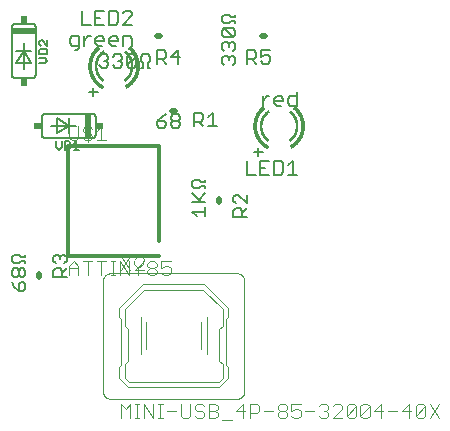
<source format=gto>
G75*
%MOIN*%
%OFA0B0*%
%FSLAX25Y25*%
%IPPOS*%
%LPD*%
%AMOC8*
5,1,8,0,0,1.08239X$1,22.5*
%
%ADD10C,0.00060*%
%ADD11C,0.00100*%
%ADD12C,0.00500*%
%ADD13C,0.02000*%
%ADD14C,0.00600*%
%ADD15C,0.01200*%
%ADD16C,0.00400*%
%ADD17R,0.02000X0.08000*%
%ADD18R,0.02500X0.02000*%
%ADD19R,0.08000X0.02000*%
%ADD20R,0.02000X0.02500*%
D10*
X0098132Y0116884D02*
X0098446Y0116445D01*
X0098445Y0116445D02*
X0098325Y0116356D01*
X0098207Y0116264D01*
X0098092Y0116168D01*
X0097979Y0116070D01*
X0097869Y0115969D01*
X0097761Y0115865D01*
X0097657Y0115758D01*
X0097555Y0115648D01*
X0097456Y0115536D01*
X0097360Y0115422D01*
X0097267Y0115304D01*
X0097177Y0115185D01*
X0097090Y0115063D01*
X0097006Y0114939D01*
X0096926Y0114813D01*
X0096849Y0114684D01*
X0096775Y0114554D01*
X0096705Y0114422D01*
X0096638Y0114288D01*
X0096575Y0114152D01*
X0096516Y0114015D01*
X0096459Y0113877D01*
X0096407Y0113736D01*
X0096358Y0113595D01*
X0096313Y0113452D01*
X0096272Y0113308D01*
X0096235Y0113164D01*
X0096201Y0113018D01*
X0096171Y0112871D01*
X0096145Y0112724D01*
X0096123Y0112576D01*
X0096104Y0112427D01*
X0096090Y0112278D01*
X0096079Y0112129D01*
X0096073Y0111980D01*
X0096070Y0111830D01*
X0095531Y0111830D01*
X0095530Y0111830D01*
X0095533Y0111985D01*
X0095539Y0112140D01*
X0095550Y0112295D01*
X0095564Y0112450D01*
X0095582Y0112604D01*
X0095604Y0112758D01*
X0095629Y0112911D01*
X0095659Y0113063D01*
X0095692Y0113215D01*
X0095729Y0113366D01*
X0095769Y0113516D01*
X0095814Y0113665D01*
X0095862Y0113812D01*
X0095913Y0113959D01*
X0095969Y0114104D01*
X0096027Y0114247D01*
X0096090Y0114390D01*
X0096156Y0114530D01*
X0096225Y0114669D01*
X0096298Y0114806D01*
X0096374Y0114942D01*
X0096453Y0115075D01*
X0096536Y0115206D01*
X0096622Y0115336D01*
X0096711Y0115463D01*
X0096803Y0115588D01*
X0096899Y0115710D01*
X0096997Y0115830D01*
X0097098Y0115948D01*
X0097202Y0116063D01*
X0097309Y0116176D01*
X0097419Y0116286D01*
X0097531Y0116393D01*
X0097646Y0116497D01*
X0097764Y0116598D01*
X0097884Y0116697D01*
X0098007Y0116792D01*
X0098131Y0116885D01*
X0098164Y0116839D01*
X0098040Y0116747D01*
X0097919Y0116653D01*
X0097800Y0116555D01*
X0097683Y0116455D01*
X0097569Y0116351D01*
X0097458Y0116245D01*
X0097349Y0116137D01*
X0097243Y0116025D01*
X0097140Y0115911D01*
X0097040Y0115794D01*
X0096942Y0115675D01*
X0096848Y0115554D01*
X0096756Y0115430D01*
X0096668Y0115304D01*
X0096583Y0115176D01*
X0096501Y0115046D01*
X0096422Y0114914D01*
X0096347Y0114779D01*
X0096275Y0114643D01*
X0096206Y0114506D01*
X0096141Y0114367D01*
X0096079Y0114226D01*
X0096021Y0114083D01*
X0095966Y0113939D01*
X0095915Y0113794D01*
X0095867Y0113648D01*
X0095823Y0113501D01*
X0095783Y0113352D01*
X0095746Y0113203D01*
X0095714Y0113052D01*
X0095684Y0112901D01*
X0095659Y0112750D01*
X0095637Y0112597D01*
X0095620Y0112444D01*
X0095605Y0112291D01*
X0095595Y0112138D01*
X0095589Y0111984D01*
X0095586Y0111830D01*
X0095642Y0111830D01*
X0095645Y0111987D01*
X0095652Y0112143D01*
X0095662Y0112299D01*
X0095677Y0112455D01*
X0095696Y0112611D01*
X0095718Y0112766D01*
X0095745Y0112920D01*
X0095775Y0113074D01*
X0095809Y0113226D01*
X0095848Y0113378D01*
X0095890Y0113529D01*
X0095936Y0113679D01*
X0095985Y0113827D01*
X0096039Y0113974D01*
X0096096Y0114120D01*
X0096157Y0114264D01*
X0096221Y0114407D01*
X0096289Y0114548D01*
X0096361Y0114687D01*
X0096436Y0114825D01*
X0096515Y0114960D01*
X0096597Y0115093D01*
X0096682Y0115225D01*
X0096771Y0115354D01*
X0096863Y0115480D01*
X0096958Y0115605D01*
X0097056Y0115727D01*
X0097158Y0115846D01*
X0097262Y0115963D01*
X0097369Y0116077D01*
X0097479Y0116188D01*
X0097592Y0116296D01*
X0097708Y0116402D01*
X0097826Y0116504D01*
X0097947Y0116604D01*
X0098071Y0116700D01*
X0098196Y0116793D01*
X0098229Y0116748D01*
X0098104Y0116656D01*
X0097982Y0116560D01*
X0097862Y0116461D01*
X0097745Y0116360D01*
X0097630Y0116255D01*
X0097519Y0116148D01*
X0097409Y0116038D01*
X0097303Y0115925D01*
X0097200Y0115809D01*
X0097099Y0115691D01*
X0097002Y0115570D01*
X0096908Y0115447D01*
X0096816Y0115321D01*
X0096729Y0115193D01*
X0096644Y0115063D01*
X0096563Y0114931D01*
X0096485Y0114797D01*
X0096410Y0114661D01*
X0096339Y0114523D01*
X0096272Y0114383D01*
X0096208Y0114242D01*
X0096148Y0114099D01*
X0096091Y0113955D01*
X0096038Y0113809D01*
X0095989Y0113662D01*
X0095943Y0113513D01*
X0095902Y0113364D01*
X0095864Y0113213D01*
X0095830Y0113062D01*
X0095800Y0112910D01*
X0095774Y0112757D01*
X0095751Y0112603D01*
X0095733Y0112449D01*
X0095718Y0112295D01*
X0095707Y0112140D01*
X0095701Y0111985D01*
X0095698Y0111830D01*
X0095754Y0111830D01*
X0095757Y0111984D01*
X0095763Y0112137D01*
X0095774Y0112291D01*
X0095788Y0112444D01*
X0095807Y0112596D01*
X0095829Y0112748D01*
X0095855Y0112900D01*
X0095885Y0113051D01*
X0095918Y0113201D01*
X0095956Y0113350D01*
X0095997Y0113498D01*
X0096042Y0113645D01*
X0096091Y0113790D01*
X0096143Y0113935D01*
X0096200Y0114078D01*
X0096259Y0114220D01*
X0096323Y0114360D01*
X0096389Y0114498D01*
X0096460Y0114635D01*
X0096534Y0114770D01*
X0096611Y0114902D01*
X0096691Y0115033D01*
X0096775Y0115162D01*
X0096862Y0115289D01*
X0096952Y0115413D01*
X0097046Y0115535D01*
X0097142Y0115655D01*
X0097242Y0115772D01*
X0097344Y0115887D01*
X0097450Y0115999D01*
X0097558Y0116108D01*
X0097669Y0116214D01*
X0097782Y0116318D01*
X0097898Y0116419D01*
X0098017Y0116516D01*
X0098138Y0116611D01*
X0098261Y0116702D01*
X0098294Y0116657D01*
X0098172Y0116566D01*
X0098052Y0116472D01*
X0097934Y0116376D01*
X0097819Y0116276D01*
X0097707Y0116173D01*
X0097597Y0116068D01*
X0097490Y0115960D01*
X0097385Y0115849D01*
X0097284Y0115735D01*
X0097185Y0115619D01*
X0097090Y0115501D01*
X0096997Y0115380D01*
X0096908Y0115256D01*
X0096822Y0115131D01*
X0096739Y0115003D01*
X0096659Y0114874D01*
X0096582Y0114742D01*
X0096509Y0114608D01*
X0096440Y0114473D01*
X0096373Y0114336D01*
X0096311Y0114197D01*
X0096251Y0114057D01*
X0096196Y0113915D01*
X0096144Y0113772D01*
X0096096Y0113628D01*
X0096051Y0113482D01*
X0096010Y0113335D01*
X0095973Y0113188D01*
X0095940Y0113039D01*
X0095910Y0112890D01*
X0095884Y0112740D01*
X0095862Y0112589D01*
X0095844Y0112438D01*
X0095830Y0112286D01*
X0095819Y0112134D01*
X0095813Y0111982D01*
X0095810Y0111830D01*
X0095866Y0111830D01*
X0095869Y0111981D01*
X0095875Y0112132D01*
X0095886Y0112282D01*
X0095900Y0112432D01*
X0095918Y0112582D01*
X0095940Y0112731D01*
X0095965Y0112880D01*
X0095994Y0113028D01*
X0096027Y0113175D01*
X0096064Y0113321D01*
X0096105Y0113466D01*
X0096149Y0113611D01*
X0096197Y0113754D01*
X0096248Y0113895D01*
X0096303Y0114036D01*
X0096362Y0114175D01*
X0096424Y0114312D01*
X0096490Y0114448D01*
X0096559Y0114582D01*
X0096631Y0114715D01*
X0096707Y0114845D01*
X0096786Y0114973D01*
X0096868Y0115100D01*
X0096954Y0115224D01*
X0097042Y0115346D01*
X0097134Y0115466D01*
X0097228Y0115583D01*
X0097326Y0115698D01*
X0097427Y0115811D01*
X0097530Y0115921D01*
X0097636Y0116028D01*
X0097745Y0116132D01*
X0097856Y0116234D01*
X0097970Y0116333D01*
X0098087Y0116429D01*
X0098205Y0116521D01*
X0098327Y0116611D01*
X0098359Y0116566D01*
X0098239Y0116477D01*
X0098121Y0116385D01*
X0098006Y0116290D01*
X0097893Y0116192D01*
X0097783Y0116091D01*
X0097675Y0115988D01*
X0097570Y0115882D01*
X0097468Y0115773D01*
X0097368Y0115661D01*
X0097272Y0115547D01*
X0097178Y0115431D01*
X0097087Y0115313D01*
X0096999Y0115192D01*
X0096915Y0115069D01*
X0096833Y0114943D01*
X0096755Y0114816D01*
X0096680Y0114687D01*
X0096608Y0114556D01*
X0096540Y0114423D01*
X0096475Y0114289D01*
X0096413Y0114152D01*
X0096355Y0114015D01*
X0096301Y0113876D01*
X0096250Y0113735D01*
X0096202Y0113594D01*
X0096159Y0113451D01*
X0096118Y0113307D01*
X0096082Y0113162D01*
X0096049Y0113016D01*
X0096020Y0112870D01*
X0095995Y0112723D01*
X0095973Y0112575D01*
X0095955Y0112426D01*
X0095941Y0112278D01*
X0095931Y0112129D01*
X0095925Y0111979D01*
X0095922Y0111830D01*
X0095978Y0111830D01*
X0095981Y0111982D01*
X0095988Y0112134D01*
X0095998Y0112286D01*
X0096013Y0112437D01*
X0096032Y0112588D01*
X0096054Y0112738D01*
X0096081Y0112888D01*
X0096111Y0113037D01*
X0096145Y0113185D01*
X0096183Y0113332D01*
X0096225Y0113479D01*
X0096271Y0113624D01*
X0096320Y0113767D01*
X0096374Y0113910D01*
X0096431Y0114051D01*
X0096491Y0114190D01*
X0096555Y0114328D01*
X0096623Y0114464D01*
X0096695Y0114598D01*
X0096769Y0114731D01*
X0096848Y0114861D01*
X0096929Y0114989D01*
X0097014Y0115116D01*
X0097103Y0115239D01*
X0097194Y0115361D01*
X0097288Y0115480D01*
X0097386Y0115596D01*
X0097487Y0115710D01*
X0097590Y0115822D01*
X0097697Y0115930D01*
X0097806Y0116036D01*
X0097918Y0116139D01*
X0098033Y0116239D01*
X0098150Y0116336D01*
X0098270Y0116429D01*
X0098392Y0116520D01*
X0098424Y0116475D01*
X0098303Y0116385D01*
X0098185Y0116292D01*
X0098069Y0116196D01*
X0097955Y0116097D01*
X0097844Y0115995D01*
X0097736Y0115890D01*
X0097631Y0115783D01*
X0097528Y0115673D01*
X0097428Y0115560D01*
X0097332Y0115444D01*
X0097238Y0115327D01*
X0097148Y0115206D01*
X0097060Y0115084D01*
X0096976Y0114959D01*
X0096895Y0114832D01*
X0096818Y0114703D01*
X0096744Y0114571D01*
X0096673Y0114438D01*
X0096606Y0114304D01*
X0096542Y0114167D01*
X0096482Y0114029D01*
X0096426Y0113890D01*
X0096373Y0113748D01*
X0096324Y0113606D01*
X0096279Y0113463D01*
X0096237Y0113318D01*
X0096200Y0113172D01*
X0096166Y0113025D01*
X0096136Y0112878D01*
X0096109Y0112730D01*
X0096087Y0112581D01*
X0096069Y0112431D01*
X0096054Y0112281D01*
X0096044Y0112131D01*
X0096037Y0111981D01*
X0096034Y0111830D01*
X0105672Y0106870D02*
X0105341Y0107296D01*
X0105341Y0107295D02*
X0105456Y0107388D01*
X0105568Y0107483D01*
X0105678Y0107581D01*
X0105785Y0107682D01*
X0105889Y0107786D01*
X0105991Y0107893D01*
X0106090Y0108002D01*
X0106186Y0108113D01*
X0106280Y0108227D01*
X0106370Y0108343D01*
X0106457Y0108462D01*
X0106541Y0108583D01*
X0106622Y0108705D01*
X0106700Y0108830D01*
X0106775Y0108957D01*
X0106846Y0109086D01*
X0106915Y0109216D01*
X0106979Y0109349D01*
X0107040Y0109483D01*
X0107098Y0109618D01*
X0107153Y0109755D01*
X0107203Y0109893D01*
X0107251Y0110033D01*
X0107294Y0110173D01*
X0107334Y0110315D01*
X0107371Y0110457D01*
X0107403Y0110601D01*
X0107432Y0110745D01*
X0107457Y0110890D01*
X0107479Y0111036D01*
X0107497Y0111182D01*
X0107511Y0111329D01*
X0107521Y0111476D01*
X0107527Y0111623D01*
X0107530Y0111770D01*
X0108069Y0111770D01*
X0108070Y0111770D01*
X0108067Y0111613D01*
X0108061Y0111457D01*
X0108050Y0111300D01*
X0108036Y0111144D01*
X0108017Y0110988D01*
X0107995Y0110833D01*
X0107969Y0110679D01*
X0107939Y0110525D01*
X0107905Y0110372D01*
X0107867Y0110219D01*
X0107826Y0110068D01*
X0107781Y0109918D01*
X0107732Y0109769D01*
X0107679Y0109621D01*
X0107623Y0109475D01*
X0107563Y0109330D01*
X0107499Y0109187D01*
X0107432Y0109045D01*
X0107362Y0108905D01*
X0107288Y0108767D01*
X0107210Y0108631D01*
X0107129Y0108496D01*
X0107045Y0108364D01*
X0106957Y0108234D01*
X0106867Y0108106D01*
X0106773Y0107981D01*
X0106676Y0107858D01*
X0106575Y0107737D01*
X0106472Y0107619D01*
X0106366Y0107503D01*
X0106258Y0107391D01*
X0106146Y0107280D01*
X0106032Y0107173D01*
X0105915Y0107069D01*
X0105795Y0106967D01*
X0105673Y0106869D01*
X0105638Y0106913D01*
X0105759Y0107011D01*
X0105878Y0107111D01*
X0105994Y0107215D01*
X0106107Y0107321D01*
X0106218Y0107430D01*
X0106326Y0107542D01*
X0106431Y0107656D01*
X0106533Y0107773D01*
X0106632Y0107893D01*
X0106728Y0108015D01*
X0106821Y0108139D01*
X0106911Y0108266D01*
X0106998Y0108395D01*
X0107082Y0108526D01*
X0107162Y0108659D01*
X0107239Y0108794D01*
X0107312Y0108931D01*
X0107382Y0109070D01*
X0107449Y0109210D01*
X0107512Y0109352D01*
X0107571Y0109496D01*
X0107627Y0109641D01*
X0107679Y0109787D01*
X0107727Y0109935D01*
X0107772Y0110083D01*
X0107813Y0110233D01*
X0107851Y0110384D01*
X0107884Y0110536D01*
X0107914Y0110688D01*
X0107940Y0110842D01*
X0107962Y0110995D01*
X0107980Y0111150D01*
X0107994Y0111304D01*
X0108005Y0111459D01*
X0108011Y0111615D01*
X0108014Y0111770D01*
X0107958Y0111770D01*
X0107955Y0111616D01*
X0107949Y0111462D01*
X0107938Y0111309D01*
X0107924Y0111155D01*
X0107906Y0111002D01*
X0107884Y0110850D01*
X0107859Y0110698D01*
X0107829Y0110547D01*
X0107796Y0110397D01*
X0107759Y0110247D01*
X0107718Y0110099D01*
X0107674Y0109951D01*
X0107626Y0109805D01*
X0107574Y0109660D01*
X0107519Y0109516D01*
X0107460Y0109374D01*
X0107398Y0109233D01*
X0107332Y0109094D01*
X0107262Y0108957D01*
X0107190Y0108821D01*
X0107113Y0108687D01*
X0107034Y0108556D01*
X0106951Y0108426D01*
X0106865Y0108298D01*
X0106776Y0108173D01*
X0106684Y0108049D01*
X0106589Y0107928D01*
X0106490Y0107810D01*
X0106389Y0107694D01*
X0106285Y0107580D01*
X0106178Y0107470D01*
X0106069Y0107361D01*
X0105956Y0107256D01*
X0105841Y0107154D01*
X0105724Y0107054D01*
X0105604Y0106958D01*
X0105570Y0107002D01*
X0105688Y0107097D01*
X0105805Y0107196D01*
X0105919Y0107298D01*
X0106030Y0107402D01*
X0106139Y0107509D01*
X0106244Y0107619D01*
X0106348Y0107731D01*
X0106448Y0107846D01*
X0106545Y0107964D01*
X0106640Y0108083D01*
X0106731Y0108206D01*
X0106819Y0108330D01*
X0106904Y0108457D01*
X0106986Y0108585D01*
X0107065Y0108716D01*
X0107141Y0108848D01*
X0107213Y0108983D01*
X0107281Y0109119D01*
X0107347Y0109257D01*
X0107409Y0109396D01*
X0107467Y0109537D01*
X0107522Y0109680D01*
X0107573Y0109823D01*
X0107621Y0109968D01*
X0107665Y0110114D01*
X0107705Y0110261D01*
X0107741Y0110409D01*
X0107774Y0110558D01*
X0107804Y0110708D01*
X0107829Y0110858D01*
X0107851Y0111009D01*
X0107868Y0111161D01*
X0107883Y0111313D01*
X0107893Y0111465D01*
X0107899Y0111617D01*
X0107902Y0111770D01*
X0107846Y0111770D01*
X0107843Y0111619D01*
X0107837Y0111468D01*
X0107827Y0111317D01*
X0107813Y0111167D01*
X0107795Y0111017D01*
X0107774Y0110867D01*
X0107748Y0110718D01*
X0107719Y0110570D01*
X0107687Y0110422D01*
X0107651Y0110275D01*
X0107611Y0110130D01*
X0107567Y0109985D01*
X0107520Y0109841D01*
X0107469Y0109699D01*
X0107415Y0109558D01*
X0107357Y0109418D01*
X0107296Y0109280D01*
X0107231Y0109144D01*
X0107163Y0109009D01*
X0107092Y0108875D01*
X0107017Y0108744D01*
X0106939Y0108615D01*
X0106858Y0108487D01*
X0106773Y0108362D01*
X0106686Y0108239D01*
X0106595Y0108118D01*
X0106502Y0107999D01*
X0106405Y0107883D01*
X0106306Y0107769D01*
X0106204Y0107657D01*
X0106099Y0107549D01*
X0105991Y0107443D01*
X0105881Y0107339D01*
X0105768Y0107239D01*
X0105653Y0107141D01*
X0105535Y0107046D01*
X0105501Y0107090D01*
X0105621Y0107187D01*
X0105738Y0107287D01*
X0105853Y0107389D01*
X0105965Y0107495D01*
X0106074Y0107603D01*
X0106181Y0107715D01*
X0106284Y0107829D01*
X0106385Y0107945D01*
X0106482Y0108064D01*
X0106577Y0108186D01*
X0106668Y0108310D01*
X0106756Y0108436D01*
X0106841Y0108565D01*
X0106923Y0108695D01*
X0107001Y0108828D01*
X0107075Y0108963D01*
X0107147Y0109099D01*
X0107214Y0109238D01*
X0107278Y0109378D01*
X0107339Y0109519D01*
X0107396Y0109662D01*
X0107449Y0109807D01*
X0107498Y0109953D01*
X0107544Y0110100D01*
X0107585Y0110248D01*
X0107623Y0110397D01*
X0107658Y0110547D01*
X0107688Y0110698D01*
X0107714Y0110850D01*
X0107737Y0111002D01*
X0107755Y0111155D01*
X0107770Y0111309D01*
X0107780Y0111462D01*
X0107787Y0111616D01*
X0107790Y0111770D01*
X0107734Y0111770D01*
X0107731Y0111617D01*
X0107725Y0111465D01*
X0107714Y0111313D01*
X0107700Y0111161D01*
X0107681Y0111010D01*
X0107659Y0110859D01*
X0107633Y0110708D01*
X0107603Y0110559D01*
X0107569Y0110410D01*
X0107531Y0110262D01*
X0107490Y0110116D01*
X0107445Y0109970D01*
X0107396Y0109825D01*
X0107343Y0109682D01*
X0107287Y0109540D01*
X0107227Y0109400D01*
X0107164Y0109261D01*
X0107097Y0109124D01*
X0107026Y0108989D01*
X0106952Y0108856D01*
X0106875Y0108724D01*
X0106794Y0108595D01*
X0106710Y0108468D01*
X0106623Y0108343D01*
X0106532Y0108220D01*
X0106439Y0108099D01*
X0106342Y0107981D01*
X0106242Y0107866D01*
X0106140Y0107753D01*
X0106034Y0107643D01*
X0105926Y0107535D01*
X0105815Y0107431D01*
X0105701Y0107329D01*
X0105585Y0107230D01*
X0105467Y0107134D01*
X0105432Y0107179D01*
X0105550Y0107273D01*
X0105665Y0107371D01*
X0105777Y0107472D01*
X0105887Y0107576D01*
X0105995Y0107682D01*
X0106099Y0107791D01*
X0106201Y0107903D01*
X0106299Y0108017D01*
X0106395Y0108134D01*
X0106488Y0108254D01*
X0106577Y0108375D01*
X0106664Y0108499D01*
X0106747Y0108625D01*
X0106827Y0108753D01*
X0106904Y0108884D01*
X0106977Y0109016D01*
X0107047Y0109150D01*
X0107113Y0109285D01*
X0107176Y0109423D01*
X0107235Y0109562D01*
X0107291Y0109702D01*
X0107343Y0109844D01*
X0107391Y0109987D01*
X0107436Y0110131D01*
X0107477Y0110277D01*
X0107514Y0110423D01*
X0107548Y0110570D01*
X0107578Y0110719D01*
X0107604Y0110867D01*
X0107626Y0111017D01*
X0107644Y0111167D01*
X0107658Y0111317D01*
X0107669Y0111468D01*
X0107675Y0111619D01*
X0107678Y0111770D01*
X0107622Y0111770D01*
X0107619Y0111620D01*
X0107613Y0111471D01*
X0107602Y0111322D01*
X0107588Y0111173D01*
X0107570Y0111024D01*
X0107548Y0110876D01*
X0107523Y0110729D01*
X0107493Y0110582D01*
X0107460Y0110436D01*
X0107423Y0110291D01*
X0107382Y0110147D01*
X0107338Y0110004D01*
X0107290Y0109863D01*
X0107239Y0109722D01*
X0107183Y0109583D01*
X0107125Y0109445D01*
X0107062Y0109309D01*
X0106997Y0109175D01*
X0106927Y0109042D01*
X0106855Y0108911D01*
X0106779Y0108783D01*
X0106700Y0108656D01*
X0106617Y0108531D01*
X0106532Y0108408D01*
X0106443Y0108288D01*
X0106351Y0108169D01*
X0106256Y0108054D01*
X0106159Y0107940D01*
X0106058Y0107830D01*
X0105955Y0107722D01*
X0105849Y0107616D01*
X0105740Y0107513D01*
X0105628Y0107414D01*
X0105514Y0107317D01*
X0105398Y0107223D01*
X0105363Y0107267D01*
X0105479Y0107360D01*
X0105592Y0107456D01*
X0105702Y0107555D01*
X0105810Y0107656D01*
X0105915Y0107761D01*
X0106017Y0107868D01*
X0106117Y0107978D01*
X0106214Y0108090D01*
X0106308Y0108204D01*
X0106399Y0108321D01*
X0106486Y0108441D01*
X0106571Y0108562D01*
X0106653Y0108686D01*
X0106731Y0108812D01*
X0106806Y0108939D01*
X0106878Y0109069D01*
X0106947Y0109200D01*
X0107012Y0109333D01*
X0107073Y0109468D01*
X0107132Y0109604D01*
X0107186Y0109742D01*
X0107237Y0109881D01*
X0107285Y0110021D01*
X0107329Y0110163D01*
X0107369Y0110306D01*
X0107406Y0110449D01*
X0107438Y0110594D01*
X0107468Y0110739D01*
X0107493Y0110885D01*
X0107515Y0111031D01*
X0107532Y0111179D01*
X0107546Y0111326D01*
X0107557Y0111474D01*
X0107563Y0111622D01*
X0107566Y0111770D01*
X0095531Y0111771D02*
X0096071Y0111771D01*
X0096070Y0111770D02*
X0096073Y0111620D01*
X0096080Y0111470D01*
X0096090Y0111320D01*
X0096105Y0111171D01*
X0096123Y0111022D01*
X0096145Y0110874D01*
X0096172Y0110726D01*
X0096202Y0110579D01*
X0096236Y0110432D01*
X0096273Y0110287D01*
X0096315Y0110143D01*
X0096360Y0110000D01*
X0096409Y0109858D01*
X0096462Y0109717D01*
X0096518Y0109578D01*
X0096578Y0109441D01*
X0096642Y0109305D01*
X0096709Y0109171D01*
X0096780Y0109038D01*
X0096854Y0108908D01*
X0096931Y0108779D01*
X0097012Y0108653D01*
X0097096Y0108528D01*
X0097183Y0108406D01*
X0097274Y0108286D01*
X0097367Y0108169D01*
X0097464Y0108054D01*
X0097564Y0107942D01*
X0097666Y0107832D01*
X0097771Y0107725D01*
X0097879Y0107621D01*
X0097990Y0107520D01*
X0098104Y0107422D01*
X0098220Y0107326D01*
X0098338Y0107234D01*
X0098015Y0106803D01*
X0098014Y0106802D01*
X0097891Y0106897D01*
X0097771Y0106996D01*
X0097653Y0107097D01*
X0097538Y0107202D01*
X0097425Y0107309D01*
X0097315Y0107419D01*
X0097208Y0107531D01*
X0097103Y0107646D01*
X0097002Y0107764D01*
X0096903Y0107884D01*
X0096807Y0108007D01*
X0096715Y0108132D01*
X0096625Y0108259D01*
X0096539Y0108389D01*
X0096456Y0108520D01*
X0096376Y0108654D01*
X0096300Y0108789D01*
X0096227Y0108927D01*
X0096158Y0109066D01*
X0096092Y0109207D01*
X0096029Y0109349D01*
X0095970Y0109493D01*
X0095915Y0109638D01*
X0095863Y0109785D01*
X0095815Y0109933D01*
X0095770Y0110082D01*
X0095729Y0110232D01*
X0095692Y0110383D01*
X0095659Y0110535D01*
X0095630Y0110687D01*
X0095604Y0110841D01*
X0095582Y0110995D01*
X0095564Y0111149D01*
X0095550Y0111304D01*
X0095539Y0111459D01*
X0095533Y0111615D01*
X0095530Y0111770D01*
X0095586Y0111770D01*
X0095589Y0111616D01*
X0095595Y0111462D01*
X0095605Y0111308D01*
X0095620Y0111155D01*
X0095637Y0111002D01*
X0095659Y0110849D01*
X0095685Y0110697D01*
X0095714Y0110546D01*
X0095747Y0110395D01*
X0095784Y0110246D01*
X0095824Y0110097D01*
X0095868Y0109949D01*
X0095916Y0109803D01*
X0095967Y0109657D01*
X0096022Y0109513D01*
X0096081Y0109371D01*
X0096143Y0109230D01*
X0096208Y0109090D01*
X0096277Y0108952D01*
X0096349Y0108816D01*
X0096425Y0108682D01*
X0096504Y0108550D01*
X0096586Y0108419D01*
X0096672Y0108291D01*
X0096760Y0108165D01*
X0096852Y0108041D01*
X0096947Y0107920D01*
X0097044Y0107800D01*
X0097145Y0107684D01*
X0097248Y0107569D01*
X0097355Y0107458D01*
X0097464Y0107349D01*
X0097576Y0107243D01*
X0097690Y0107139D01*
X0097807Y0107039D01*
X0097926Y0106941D01*
X0098048Y0106847D01*
X0098081Y0106892D01*
X0097961Y0106985D01*
X0097842Y0107082D01*
X0097727Y0107182D01*
X0097613Y0107284D01*
X0097503Y0107389D01*
X0097395Y0107497D01*
X0097289Y0107608D01*
X0097187Y0107721D01*
X0097087Y0107837D01*
X0096990Y0107955D01*
X0096896Y0108075D01*
X0096806Y0108198D01*
X0096718Y0108323D01*
X0096633Y0108450D01*
X0096552Y0108579D01*
X0096473Y0108710D01*
X0096398Y0108843D01*
X0096327Y0108978D01*
X0096258Y0109115D01*
X0096194Y0109253D01*
X0096132Y0109393D01*
X0096074Y0109534D01*
X0096020Y0109677D01*
X0095969Y0109821D01*
X0095922Y0109966D01*
X0095878Y0110112D01*
X0095838Y0110259D01*
X0095801Y0110408D01*
X0095769Y0110557D01*
X0095740Y0110707D01*
X0095715Y0110857D01*
X0095693Y0111009D01*
X0095675Y0111160D01*
X0095661Y0111312D01*
X0095651Y0111465D01*
X0095645Y0111617D01*
X0095642Y0111770D01*
X0095698Y0111770D01*
X0095701Y0111615D01*
X0095708Y0111459D01*
X0095718Y0111304D01*
X0095733Y0111149D01*
X0095751Y0110995D01*
X0095774Y0110841D01*
X0095800Y0110688D01*
X0095831Y0110535D01*
X0095865Y0110383D01*
X0095903Y0110233D01*
X0095945Y0110083D01*
X0095990Y0109934D01*
X0096040Y0109787D01*
X0096093Y0109641D01*
X0096150Y0109496D01*
X0096210Y0109353D01*
X0096274Y0109211D01*
X0096342Y0109071D01*
X0096414Y0108933D01*
X0096488Y0108797D01*
X0096567Y0108662D01*
X0096648Y0108530D01*
X0096733Y0108400D01*
X0096822Y0108272D01*
X0096913Y0108146D01*
X0097008Y0108023D01*
X0097106Y0107902D01*
X0097206Y0107783D01*
X0097310Y0107668D01*
X0097417Y0107555D01*
X0097527Y0107444D01*
X0097639Y0107337D01*
X0097754Y0107232D01*
X0097872Y0107131D01*
X0097992Y0107032D01*
X0098115Y0106936D01*
X0098148Y0106981D01*
X0098027Y0107076D01*
X0097908Y0107174D01*
X0097791Y0107274D01*
X0097677Y0107378D01*
X0097566Y0107484D01*
X0097457Y0107594D01*
X0097351Y0107706D01*
X0097249Y0107820D01*
X0097149Y0107938D01*
X0097052Y0108057D01*
X0096958Y0108180D01*
X0096867Y0108304D01*
X0096780Y0108431D01*
X0096695Y0108560D01*
X0096615Y0108691D01*
X0096537Y0108824D01*
X0096463Y0108959D01*
X0096392Y0109096D01*
X0096325Y0109235D01*
X0096262Y0109375D01*
X0096202Y0109517D01*
X0096145Y0109660D01*
X0096093Y0109805D01*
X0096044Y0109951D01*
X0095998Y0110099D01*
X0095957Y0110247D01*
X0095919Y0110396D01*
X0095885Y0110547D01*
X0095855Y0110698D01*
X0095829Y0110850D01*
X0095807Y0111002D01*
X0095789Y0111155D01*
X0095774Y0111308D01*
X0095763Y0111462D01*
X0095757Y0111616D01*
X0095754Y0111770D01*
X0095810Y0111770D01*
X0095813Y0111617D01*
X0095819Y0111465D01*
X0095830Y0111313D01*
X0095844Y0111161D01*
X0095862Y0111009D01*
X0095885Y0110858D01*
X0095910Y0110708D01*
X0095940Y0110558D01*
X0095974Y0110409D01*
X0096011Y0110261D01*
X0096052Y0110114D01*
X0096097Y0109968D01*
X0096145Y0109824D01*
X0096198Y0109680D01*
X0096253Y0109538D01*
X0096313Y0109398D01*
X0096376Y0109259D01*
X0096442Y0109121D01*
X0096512Y0108986D01*
X0096586Y0108852D01*
X0096663Y0108720D01*
X0096743Y0108590D01*
X0096826Y0108462D01*
X0096913Y0108337D01*
X0097003Y0108213D01*
X0097096Y0108092D01*
X0097192Y0107973D01*
X0097291Y0107857D01*
X0097392Y0107744D01*
X0097497Y0107633D01*
X0097605Y0107524D01*
X0097715Y0107419D01*
X0097828Y0107316D01*
X0097944Y0107217D01*
X0098062Y0107120D01*
X0098182Y0107026D01*
X0098216Y0107071D01*
X0098096Y0107164D01*
X0097979Y0107260D01*
X0097865Y0107358D01*
X0097753Y0107460D01*
X0097644Y0107565D01*
X0097537Y0107672D01*
X0097434Y0107782D01*
X0097333Y0107894D01*
X0097235Y0108009D01*
X0097139Y0108127D01*
X0097047Y0108247D01*
X0096958Y0108369D01*
X0096873Y0108493D01*
X0096790Y0108620D01*
X0096711Y0108749D01*
X0096635Y0108879D01*
X0096562Y0109012D01*
X0096492Y0109146D01*
X0096427Y0109282D01*
X0096364Y0109420D01*
X0096305Y0109559D01*
X0096250Y0109700D01*
X0096198Y0109842D01*
X0096150Y0109985D01*
X0096106Y0110130D01*
X0096065Y0110275D01*
X0096028Y0110422D01*
X0095995Y0110570D01*
X0095966Y0110718D01*
X0095940Y0110867D01*
X0095918Y0111016D01*
X0095900Y0111166D01*
X0095886Y0111317D01*
X0095875Y0111468D01*
X0095869Y0111619D01*
X0095866Y0111770D01*
X0095922Y0111770D01*
X0095925Y0111620D01*
X0095931Y0111471D01*
X0095942Y0111321D01*
X0095956Y0111172D01*
X0095974Y0111024D01*
X0095995Y0110875D01*
X0096021Y0110728D01*
X0096050Y0110581D01*
X0096083Y0110435D01*
X0096119Y0110290D01*
X0096160Y0110146D01*
X0096204Y0110002D01*
X0096251Y0109860D01*
X0096302Y0109720D01*
X0096357Y0109580D01*
X0096416Y0109442D01*
X0096477Y0109306D01*
X0096543Y0109171D01*
X0096611Y0109038D01*
X0096683Y0108907D01*
X0096759Y0108778D01*
X0096837Y0108650D01*
X0096919Y0108525D01*
X0097004Y0108401D01*
X0097092Y0108280D01*
X0097183Y0108162D01*
X0097278Y0108045D01*
X0097375Y0107931D01*
X0097475Y0107820D01*
X0097577Y0107711D01*
X0097683Y0107605D01*
X0097791Y0107501D01*
X0097902Y0107400D01*
X0098015Y0107303D01*
X0098131Y0107208D01*
X0098249Y0107116D01*
X0098283Y0107160D01*
X0098166Y0107252D01*
X0098051Y0107346D01*
X0097939Y0107443D01*
X0097829Y0107542D01*
X0097722Y0107645D01*
X0097618Y0107750D01*
X0097516Y0107858D01*
X0097417Y0107968D01*
X0097321Y0108081D01*
X0097227Y0108196D01*
X0097137Y0108314D01*
X0097050Y0108434D01*
X0096966Y0108556D01*
X0096884Y0108680D01*
X0096807Y0108806D01*
X0096732Y0108935D01*
X0096661Y0109065D01*
X0096593Y0109196D01*
X0096528Y0109330D01*
X0096467Y0109465D01*
X0096409Y0109601D01*
X0096355Y0109739D01*
X0096304Y0109879D01*
X0096257Y0110019D01*
X0096213Y0110161D01*
X0096173Y0110304D01*
X0096137Y0110448D01*
X0096105Y0110592D01*
X0096076Y0110738D01*
X0096051Y0110884D01*
X0096029Y0111031D01*
X0096011Y0111178D01*
X0095997Y0111326D01*
X0095987Y0111474D01*
X0095981Y0111622D01*
X0095978Y0111770D01*
X0096034Y0111770D01*
X0096037Y0111619D01*
X0096044Y0111468D01*
X0096054Y0111317D01*
X0096069Y0111167D01*
X0096087Y0111017D01*
X0096110Y0110868D01*
X0096136Y0110719D01*
X0096166Y0110571D01*
X0096201Y0110424D01*
X0096239Y0110278D01*
X0096280Y0110133D01*
X0096326Y0109989D01*
X0096375Y0109846D01*
X0096428Y0109704D01*
X0096485Y0109564D01*
X0096545Y0109426D01*
X0096609Y0109289D01*
X0096677Y0109154D01*
X0096748Y0109021D01*
X0096823Y0108889D01*
X0096900Y0108760D01*
X0096982Y0108633D01*
X0097066Y0108508D01*
X0097154Y0108385D01*
X0097245Y0108264D01*
X0097340Y0108146D01*
X0097437Y0108031D01*
X0097537Y0107918D01*
X0097640Y0107807D01*
X0097746Y0107700D01*
X0097855Y0107595D01*
X0097966Y0107493D01*
X0098081Y0107394D01*
X0098197Y0107298D01*
X0098316Y0107205D01*
X0108069Y0111830D02*
X0107529Y0111830D01*
X0107530Y0111830D02*
X0107527Y0111977D01*
X0107521Y0112124D01*
X0107511Y0112271D01*
X0107497Y0112418D01*
X0107479Y0112564D01*
X0107457Y0112710D01*
X0107432Y0112855D01*
X0107403Y0112999D01*
X0107371Y0113143D01*
X0107334Y0113285D01*
X0107294Y0113427D01*
X0107251Y0113567D01*
X0107203Y0113707D01*
X0107153Y0113845D01*
X0107098Y0113982D01*
X0107040Y0114117D01*
X0106979Y0114251D01*
X0106915Y0114384D01*
X0106846Y0114514D01*
X0106775Y0114643D01*
X0106700Y0114770D01*
X0106622Y0114895D01*
X0106541Y0115017D01*
X0106457Y0115138D01*
X0106370Y0115257D01*
X0106280Y0115373D01*
X0106186Y0115487D01*
X0106090Y0115598D01*
X0105991Y0115707D01*
X0105889Y0115814D01*
X0105785Y0115918D01*
X0105678Y0116019D01*
X0105568Y0116117D01*
X0105456Y0116212D01*
X0105341Y0116305D01*
X0105672Y0116730D01*
X0105673Y0116731D01*
X0105795Y0116633D01*
X0105915Y0116531D01*
X0106032Y0116427D01*
X0106146Y0116320D01*
X0106258Y0116209D01*
X0106366Y0116097D01*
X0106472Y0115981D01*
X0106575Y0115863D01*
X0106676Y0115742D01*
X0106773Y0115619D01*
X0106867Y0115494D01*
X0106957Y0115366D01*
X0107045Y0115236D01*
X0107129Y0115104D01*
X0107210Y0114969D01*
X0107288Y0114833D01*
X0107362Y0114695D01*
X0107432Y0114555D01*
X0107499Y0114413D01*
X0107563Y0114270D01*
X0107623Y0114125D01*
X0107679Y0113979D01*
X0107732Y0113831D01*
X0107781Y0113682D01*
X0107826Y0113532D01*
X0107867Y0113381D01*
X0107905Y0113228D01*
X0107939Y0113075D01*
X0107969Y0112921D01*
X0107995Y0112767D01*
X0108017Y0112612D01*
X0108036Y0112456D01*
X0108050Y0112300D01*
X0108061Y0112143D01*
X0108067Y0111987D01*
X0108070Y0111830D01*
X0108014Y0111830D01*
X0108011Y0111985D01*
X0108005Y0112141D01*
X0107994Y0112296D01*
X0107980Y0112450D01*
X0107962Y0112605D01*
X0107940Y0112758D01*
X0107914Y0112912D01*
X0107884Y0113064D01*
X0107851Y0113216D01*
X0107813Y0113367D01*
X0107772Y0113517D01*
X0107727Y0113665D01*
X0107679Y0113813D01*
X0107627Y0113959D01*
X0107571Y0114104D01*
X0107512Y0114248D01*
X0107449Y0114390D01*
X0107382Y0114530D01*
X0107312Y0114669D01*
X0107239Y0114806D01*
X0107162Y0114941D01*
X0107082Y0115074D01*
X0106998Y0115205D01*
X0106911Y0115334D01*
X0106821Y0115461D01*
X0106728Y0115585D01*
X0106632Y0115707D01*
X0106533Y0115827D01*
X0106431Y0115944D01*
X0106326Y0116058D01*
X0106218Y0116170D01*
X0106107Y0116279D01*
X0105994Y0116385D01*
X0105878Y0116489D01*
X0105759Y0116589D01*
X0105638Y0116687D01*
X0105604Y0116642D01*
X0105724Y0116546D01*
X0105841Y0116446D01*
X0105956Y0116344D01*
X0106069Y0116239D01*
X0106178Y0116130D01*
X0106285Y0116020D01*
X0106389Y0115906D01*
X0106490Y0115790D01*
X0106589Y0115672D01*
X0106684Y0115551D01*
X0106776Y0115427D01*
X0106865Y0115302D01*
X0106951Y0115174D01*
X0107034Y0115044D01*
X0107113Y0114913D01*
X0107190Y0114779D01*
X0107262Y0114643D01*
X0107332Y0114506D01*
X0107398Y0114367D01*
X0107460Y0114226D01*
X0107519Y0114084D01*
X0107574Y0113940D01*
X0107626Y0113795D01*
X0107674Y0113649D01*
X0107718Y0113501D01*
X0107759Y0113353D01*
X0107796Y0113203D01*
X0107829Y0113053D01*
X0107859Y0112902D01*
X0107884Y0112750D01*
X0107906Y0112598D01*
X0107924Y0112445D01*
X0107938Y0112291D01*
X0107949Y0112138D01*
X0107955Y0111984D01*
X0107958Y0111830D01*
X0107902Y0111830D01*
X0107899Y0111983D01*
X0107893Y0112135D01*
X0107883Y0112287D01*
X0107868Y0112439D01*
X0107851Y0112591D01*
X0107829Y0112742D01*
X0107804Y0112892D01*
X0107774Y0113042D01*
X0107741Y0113191D01*
X0107705Y0113339D01*
X0107665Y0113486D01*
X0107621Y0113632D01*
X0107573Y0113777D01*
X0107522Y0113920D01*
X0107467Y0114063D01*
X0107409Y0114204D01*
X0107347Y0114343D01*
X0107281Y0114481D01*
X0107213Y0114617D01*
X0107141Y0114752D01*
X0107065Y0114884D01*
X0106986Y0115015D01*
X0106904Y0115143D01*
X0106819Y0115270D01*
X0106731Y0115394D01*
X0106640Y0115517D01*
X0106545Y0115636D01*
X0106448Y0115754D01*
X0106348Y0115869D01*
X0106244Y0115981D01*
X0106139Y0116091D01*
X0106030Y0116198D01*
X0105919Y0116302D01*
X0105805Y0116404D01*
X0105688Y0116503D01*
X0105570Y0116598D01*
X0105535Y0116554D01*
X0105653Y0116459D01*
X0105768Y0116361D01*
X0105881Y0116261D01*
X0105991Y0116157D01*
X0106099Y0116051D01*
X0106204Y0115943D01*
X0106306Y0115831D01*
X0106405Y0115717D01*
X0106502Y0115601D01*
X0106595Y0115482D01*
X0106686Y0115361D01*
X0106773Y0115238D01*
X0106858Y0115113D01*
X0106939Y0114985D01*
X0107017Y0114856D01*
X0107092Y0114725D01*
X0107163Y0114591D01*
X0107231Y0114456D01*
X0107296Y0114320D01*
X0107357Y0114182D01*
X0107415Y0114042D01*
X0107469Y0113901D01*
X0107520Y0113759D01*
X0107567Y0113615D01*
X0107611Y0113470D01*
X0107651Y0113325D01*
X0107687Y0113178D01*
X0107719Y0113030D01*
X0107748Y0112882D01*
X0107774Y0112733D01*
X0107795Y0112583D01*
X0107813Y0112433D01*
X0107827Y0112283D01*
X0107837Y0112132D01*
X0107843Y0111981D01*
X0107846Y0111830D01*
X0107790Y0111830D01*
X0107787Y0111984D01*
X0107780Y0112138D01*
X0107770Y0112291D01*
X0107755Y0112445D01*
X0107737Y0112598D01*
X0107714Y0112750D01*
X0107688Y0112902D01*
X0107658Y0113053D01*
X0107623Y0113203D01*
X0107585Y0113352D01*
X0107544Y0113500D01*
X0107498Y0113647D01*
X0107449Y0113793D01*
X0107396Y0113938D01*
X0107339Y0114081D01*
X0107278Y0114222D01*
X0107214Y0114362D01*
X0107147Y0114501D01*
X0107075Y0114637D01*
X0107001Y0114772D01*
X0106923Y0114905D01*
X0106841Y0115035D01*
X0106756Y0115164D01*
X0106668Y0115290D01*
X0106577Y0115414D01*
X0106482Y0115536D01*
X0106385Y0115655D01*
X0106284Y0115771D01*
X0106181Y0115885D01*
X0106074Y0115997D01*
X0105965Y0116105D01*
X0105853Y0116211D01*
X0105738Y0116313D01*
X0105621Y0116413D01*
X0105501Y0116510D01*
X0105467Y0116466D01*
X0105585Y0116370D01*
X0105701Y0116271D01*
X0105815Y0116169D01*
X0105926Y0116065D01*
X0106034Y0115957D01*
X0106140Y0115847D01*
X0106242Y0115734D01*
X0106342Y0115619D01*
X0106439Y0115501D01*
X0106532Y0115380D01*
X0106623Y0115257D01*
X0106710Y0115132D01*
X0106794Y0115005D01*
X0106875Y0114876D01*
X0106952Y0114744D01*
X0107026Y0114611D01*
X0107097Y0114476D01*
X0107164Y0114339D01*
X0107227Y0114200D01*
X0107287Y0114060D01*
X0107343Y0113918D01*
X0107396Y0113775D01*
X0107445Y0113630D01*
X0107490Y0113484D01*
X0107531Y0113338D01*
X0107569Y0113190D01*
X0107603Y0113041D01*
X0107633Y0112892D01*
X0107659Y0112741D01*
X0107681Y0112590D01*
X0107700Y0112439D01*
X0107714Y0112287D01*
X0107725Y0112135D01*
X0107731Y0111983D01*
X0107734Y0111830D01*
X0107678Y0111830D01*
X0107675Y0111981D01*
X0107669Y0112132D01*
X0107658Y0112283D01*
X0107644Y0112433D01*
X0107626Y0112583D01*
X0107604Y0112733D01*
X0107578Y0112881D01*
X0107548Y0113030D01*
X0107514Y0113177D01*
X0107477Y0113323D01*
X0107436Y0113469D01*
X0107391Y0113613D01*
X0107343Y0113756D01*
X0107291Y0113898D01*
X0107235Y0114038D01*
X0107176Y0114177D01*
X0107113Y0114315D01*
X0107047Y0114450D01*
X0106977Y0114584D01*
X0106904Y0114716D01*
X0106827Y0114847D01*
X0106747Y0114975D01*
X0106664Y0115101D01*
X0106577Y0115225D01*
X0106488Y0115346D01*
X0106395Y0115466D01*
X0106299Y0115583D01*
X0106201Y0115697D01*
X0106099Y0115809D01*
X0105995Y0115918D01*
X0105887Y0116024D01*
X0105777Y0116128D01*
X0105665Y0116229D01*
X0105550Y0116327D01*
X0105432Y0116421D01*
X0105398Y0116377D01*
X0105514Y0116283D01*
X0105628Y0116186D01*
X0105740Y0116087D01*
X0105849Y0115984D01*
X0105955Y0115878D01*
X0106058Y0115770D01*
X0106159Y0115660D01*
X0106256Y0115546D01*
X0106351Y0115431D01*
X0106443Y0115312D01*
X0106532Y0115192D01*
X0106617Y0115069D01*
X0106700Y0114944D01*
X0106779Y0114817D01*
X0106855Y0114689D01*
X0106927Y0114558D01*
X0106997Y0114425D01*
X0107062Y0114291D01*
X0107125Y0114155D01*
X0107183Y0114017D01*
X0107239Y0113878D01*
X0107290Y0113737D01*
X0107338Y0113596D01*
X0107382Y0113453D01*
X0107423Y0113309D01*
X0107460Y0113164D01*
X0107493Y0113018D01*
X0107523Y0112871D01*
X0107548Y0112724D01*
X0107570Y0112576D01*
X0107588Y0112427D01*
X0107602Y0112278D01*
X0107613Y0112129D01*
X0107619Y0111980D01*
X0107622Y0111830D01*
X0107566Y0111830D01*
X0107563Y0111978D01*
X0107557Y0112126D01*
X0107546Y0112274D01*
X0107532Y0112421D01*
X0107515Y0112569D01*
X0107493Y0112715D01*
X0107468Y0112861D01*
X0107438Y0113006D01*
X0107406Y0113151D01*
X0107369Y0113294D01*
X0107329Y0113437D01*
X0107285Y0113579D01*
X0107237Y0113719D01*
X0107186Y0113858D01*
X0107132Y0113996D01*
X0107073Y0114132D01*
X0107012Y0114267D01*
X0106947Y0114400D01*
X0106878Y0114531D01*
X0106806Y0114661D01*
X0106731Y0114788D01*
X0106653Y0114914D01*
X0106571Y0115038D01*
X0106486Y0115159D01*
X0106399Y0115279D01*
X0106308Y0115396D01*
X0106214Y0115510D01*
X0106117Y0115622D01*
X0106017Y0115732D01*
X0105915Y0115839D01*
X0105810Y0115944D01*
X0105702Y0116045D01*
X0105592Y0116144D01*
X0105479Y0116240D01*
X0105363Y0116333D01*
X0043132Y0136884D02*
X0043446Y0136445D01*
X0043445Y0136445D02*
X0043325Y0136356D01*
X0043207Y0136264D01*
X0043092Y0136168D01*
X0042979Y0136070D01*
X0042869Y0135969D01*
X0042761Y0135865D01*
X0042657Y0135758D01*
X0042555Y0135648D01*
X0042456Y0135536D01*
X0042360Y0135422D01*
X0042267Y0135304D01*
X0042177Y0135185D01*
X0042090Y0135063D01*
X0042006Y0134939D01*
X0041926Y0134813D01*
X0041849Y0134684D01*
X0041775Y0134554D01*
X0041705Y0134422D01*
X0041638Y0134288D01*
X0041575Y0134152D01*
X0041516Y0134015D01*
X0041459Y0133877D01*
X0041407Y0133736D01*
X0041358Y0133595D01*
X0041313Y0133452D01*
X0041272Y0133308D01*
X0041235Y0133164D01*
X0041201Y0133018D01*
X0041171Y0132871D01*
X0041145Y0132724D01*
X0041123Y0132576D01*
X0041104Y0132427D01*
X0041090Y0132278D01*
X0041079Y0132129D01*
X0041073Y0131980D01*
X0041070Y0131830D01*
X0040531Y0131830D01*
X0040530Y0131830D01*
X0040533Y0131985D01*
X0040539Y0132140D01*
X0040550Y0132295D01*
X0040564Y0132450D01*
X0040582Y0132604D01*
X0040604Y0132758D01*
X0040629Y0132911D01*
X0040659Y0133063D01*
X0040692Y0133215D01*
X0040729Y0133366D01*
X0040769Y0133516D01*
X0040814Y0133665D01*
X0040862Y0133812D01*
X0040913Y0133959D01*
X0040969Y0134104D01*
X0041027Y0134247D01*
X0041090Y0134390D01*
X0041156Y0134530D01*
X0041225Y0134669D01*
X0041298Y0134806D01*
X0041374Y0134942D01*
X0041453Y0135075D01*
X0041536Y0135206D01*
X0041622Y0135336D01*
X0041711Y0135463D01*
X0041803Y0135588D01*
X0041899Y0135710D01*
X0041997Y0135830D01*
X0042098Y0135948D01*
X0042202Y0136063D01*
X0042309Y0136176D01*
X0042419Y0136286D01*
X0042531Y0136393D01*
X0042646Y0136497D01*
X0042764Y0136598D01*
X0042884Y0136697D01*
X0043007Y0136792D01*
X0043131Y0136885D01*
X0043164Y0136839D01*
X0043040Y0136747D01*
X0042919Y0136653D01*
X0042800Y0136555D01*
X0042683Y0136455D01*
X0042569Y0136351D01*
X0042458Y0136245D01*
X0042349Y0136137D01*
X0042243Y0136025D01*
X0042140Y0135911D01*
X0042040Y0135794D01*
X0041942Y0135675D01*
X0041848Y0135554D01*
X0041756Y0135430D01*
X0041668Y0135304D01*
X0041583Y0135176D01*
X0041501Y0135046D01*
X0041422Y0134914D01*
X0041347Y0134779D01*
X0041275Y0134643D01*
X0041206Y0134506D01*
X0041141Y0134367D01*
X0041079Y0134226D01*
X0041021Y0134083D01*
X0040966Y0133939D01*
X0040915Y0133794D01*
X0040867Y0133648D01*
X0040823Y0133501D01*
X0040783Y0133352D01*
X0040746Y0133203D01*
X0040714Y0133052D01*
X0040684Y0132901D01*
X0040659Y0132750D01*
X0040637Y0132597D01*
X0040620Y0132444D01*
X0040605Y0132291D01*
X0040595Y0132138D01*
X0040589Y0131984D01*
X0040586Y0131830D01*
X0040642Y0131830D01*
X0040645Y0131987D01*
X0040652Y0132143D01*
X0040662Y0132299D01*
X0040677Y0132455D01*
X0040696Y0132611D01*
X0040718Y0132766D01*
X0040745Y0132920D01*
X0040775Y0133074D01*
X0040809Y0133226D01*
X0040848Y0133378D01*
X0040890Y0133529D01*
X0040936Y0133679D01*
X0040985Y0133827D01*
X0041039Y0133974D01*
X0041096Y0134120D01*
X0041157Y0134264D01*
X0041221Y0134407D01*
X0041289Y0134548D01*
X0041361Y0134687D01*
X0041436Y0134825D01*
X0041515Y0134960D01*
X0041597Y0135093D01*
X0041682Y0135225D01*
X0041771Y0135354D01*
X0041863Y0135480D01*
X0041958Y0135605D01*
X0042056Y0135727D01*
X0042158Y0135846D01*
X0042262Y0135963D01*
X0042369Y0136077D01*
X0042479Y0136188D01*
X0042592Y0136296D01*
X0042708Y0136402D01*
X0042826Y0136504D01*
X0042947Y0136604D01*
X0043071Y0136700D01*
X0043196Y0136793D01*
X0043229Y0136748D01*
X0043104Y0136656D01*
X0042982Y0136560D01*
X0042862Y0136461D01*
X0042745Y0136360D01*
X0042630Y0136255D01*
X0042519Y0136148D01*
X0042409Y0136038D01*
X0042303Y0135925D01*
X0042200Y0135809D01*
X0042099Y0135691D01*
X0042002Y0135570D01*
X0041908Y0135447D01*
X0041816Y0135321D01*
X0041729Y0135193D01*
X0041644Y0135063D01*
X0041563Y0134931D01*
X0041485Y0134797D01*
X0041410Y0134661D01*
X0041339Y0134523D01*
X0041272Y0134383D01*
X0041208Y0134242D01*
X0041148Y0134099D01*
X0041091Y0133955D01*
X0041038Y0133809D01*
X0040989Y0133662D01*
X0040943Y0133513D01*
X0040902Y0133364D01*
X0040864Y0133213D01*
X0040830Y0133062D01*
X0040800Y0132910D01*
X0040774Y0132757D01*
X0040751Y0132603D01*
X0040733Y0132449D01*
X0040718Y0132295D01*
X0040707Y0132140D01*
X0040701Y0131985D01*
X0040698Y0131830D01*
X0040754Y0131830D01*
X0040757Y0131984D01*
X0040763Y0132137D01*
X0040774Y0132291D01*
X0040788Y0132444D01*
X0040807Y0132596D01*
X0040829Y0132748D01*
X0040855Y0132900D01*
X0040885Y0133051D01*
X0040918Y0133201D01*
X0040956Y0133350D01*
X0040997Y0133498D01*
X0041042Y0133645D01*
X0041091Y0133790D01*
X0041143Y0133935D01*
X0041200Y0134078D01*
X0041259Y0134220D01*
X0041323Y0134360D01*
X0041389Y0134498D01*
X0041460Y0134635D01*
X0041534Y0134770D01*
X0041611Y0134902D01*
X0041691Y0135033D01*
X0041775Y0135162D01*
X0041862Y0135289D01*
X0041952Y0135413D01*
X0042046Y0135535D01*
X0042142Y0135655D01*
X0042242Y0135772D01*
X0042344Y0135887D01*
X0042450Y0135999D01*
X0042558Y0136108D01*
X0042669Y0136214D01*
X0042782Y0136318D01*
X0042898Y0136419D01*
X0043017Y0136516D01*
X0043138Y0136611D01*
X0043261Y0136702D01*
X0043294Y0136657D01*
X0043172Y0136566D01*
X0043052Y0136472D01*
X0042934Y0136376D01*
X0042819Y0136276D01*
X0042707Y0136173D01*
X0042597Y0136068D01*
X0042490Y0135960D01*
X0042385Y0135849D01*
X0042284Y0135735D01*
X0042185Y0135619D01*
X0042090Y0135501D01*
X0041997Y0135380D01*
X0041908Y0135256D01*
X0041822Y0135131D01*
X0041739Y0135003D01*
X0041659Y0134874D01*
X0041582Y0134742D01*
X0041509Y0134608D01*
X0041440Y0134473D01*
X0041373Y0134336D01*
X0041311Y0134197D01*
X0041251Y0134057D01*
X0041196Y0133915D01*
X0041144Y0133772D01*
X0041096Y0133628D01*
X0041051Y0133482D01*
X0041010Y0133335D01*
X0040973Y0133188D01*
X0040940Y0133039D01*
X0040910Y0132890D01*
X0040884Y0132740D01*
X0040862Y0132589D01*
X0040844Y0132438D01*
X0040830Y0132286D01*
X0040819Y0132134D01*
X0040813Y0131982D01*
X0040810Y0131830D01*
X0040866Y0131830D01*
X0040869Y0131981D01*
X0040875Y0132132D01*
X0040886Y0132282D01*
X0040900Y0132432D01*
X0040918Y0132582D01*
X0040940Y0132731D01*
X0040965Y0132880D01*
X0040994Y0133028D01*
X0041027Y0133175D01*
X0041064Y0133321D01*
X0041105Y0133466D01*
X0041149Y0133611D01*
X0041197Y0133754D01*
X0041248Y0133895D01*
X0041303Y0134036D01*
X0041362Y0134175D01*
X0041424Y0134312D01*
X0041490Y0134448D01*
X0041559Y0134582D01*
X0041631Y0134715D01*
X0041707Y0134845D01*
X0041786Y0134973D01*
X0041868Y0135100D01*
X0041954Y0135224D01*
X0042042Y0135346D01*
X0042134Y0135466D01*
X0042228Y0135583D01*
X0042326Y0135698D01*
X0042427Y0135811D01*
X0042530Y0135921D01*
X0042636Y0136028D01*
X0042745Y0136132D01*
X0042856Y0136234D01*
X0042970Y0136333D01*
X0043087Y0136429D01*
X0043205Y0136521D01*
X0043327Y0136611D01*
X0043359Y0136566D01*
X0043239Y0136477D01*
X0043121Y0136385D01*
X0043006Y0136290D01*
X0042893Y0136192D01*
X0042783Y0136091D01*
X0042675Y0135988D01*
X0042570Y0135882D01*
X0042468Y0135773D01*
X0042368Y0135661D01*
X0042272Y0135547D01*
X0042178Y0135431D01*
X0042087Y0135313D01*
X0041999Y0135192D01*
X0041915Y0135069D01*
X0041833Y0134943D01*
X0041755Y0134816D01*
X0041680Y0134687D01*
X0041608Y0134556D01*
X0041540Y0134423D01*
X0041475Y0134289D01*
X0041413Y0134152D01*
X0041355Y0134015D01*
X0041301Y0133876D01*
X0041250Y0133735D01*
X0041202Y0133594D01*
X0041159Y0133451D01*
X0041118Y0133307D01*
X0041082Y0133162D01*
X0041049Y0133016D01*
X0041020Y0132870D01*
X0040995Y0132723D01*
X0040973Y0132575D01*
X0040955Y0132426D01*
X0040941Y0132278D01*
X0040931Y0132129D01*
X0040925Y0131979D01*
X0040922Y0131830D01*
X0040978Y0131830D01*
X0040981Y0131982D01*
X0040988Y0132134D01*
X0040998Y0132286D01*
X0041013Y0132437D01*
X0041032Y0132588D01*
X0041054Y0132738D01*
X0041081Y0132888D01*
X0041111Y0133037D01*
X0041145Y0133185D01*
X0041183Y0133332D01*
X0041225Y0133479D01*
X0041271Y0133624D01*
X0041320Y0133767D01*
X0041374Y0133910D01*
X0041431Y0134051D01*
X0041491Y0134190D01*
X0041555Y0134328D01*
X0041623Y0134464D01*
X0041695Y0134598D01*
X0041769Y0134731D01*
X0041848Y0134861D01*
X0041929Y0134989D01*
X0042014Y0135116D01*
X0042103Y0135239D01*
X0042194Y0135361D01*
X0042288Y0135480D01*
X0042386Y0135596D01*
X0042487Y0135710D01*
X0042590Y0135822D01*
X0042697Y0135930D01*
X0042806Y0136036D01*
X0042918Y0136139D01*
X0043033Y0136239D01*
X0043150Y0136336D01*
X0043270Y0136429D01*
X0043392Y0136520D01*
X0043424Y0136475D01*
X0043303Y0136385D01*
X0043185Y0136292D01*
X0043069Y0136196D01*
X0042955Y0136097D01*
X0042844Y0135995D01*
X0042736Y0135890D01*
X0042631Y0135783D01*
X0042528Y0135673D01*
X0042428Y0135560D01*
X0042332Y0135444D01*
X0042238Y0135327D01*
X0042148Y0135206D01*
X0042060Y0135084D01*
X0041976Y0134959D01*
X0041895Y0134832D01*
X0041818Y0134703D01*
X0041744Y0134571D01*
X0041673Y0134438D01*
X0041606Y0134304D01*
X0041542Y0134167D01*
X0041482Y0134029D01*
X0041426Y0133890D01*
X0041373Y0133748D01*
X0041324Y0133606D01*
X0041279Y0133463D01*
X0041237Y0133318D01*
X0041200Y0133172D01*
X0041166Y0133025D01*
X0041136Y0132878D01*
X0041109Y0132730D01*
X0041087Y0132581D01*
X0041069Y0132431D01*
X0041054Y0132281D01*
X0041044Y0132131D01*
X0041037Y0131981D01*
X0041034Y0131830D01*
X0050672Y0126870D02*
X0050341Y0127296D01*
X0050341Y0127295D02*
X0050456Y0127388D01*
X0050568Y0127483D01*
X0050678Y0127581D01*
X0050785Y0127682D01*
X0050889Y0127786D01*
X0050991Y0127893D01*
X0051090Y0128002D01*
X0051186Y0128113D01*
X0051280Y0128227D01*
X0051370Y0128343D01*
X0051457Y0128462D01*
X0051541Y0128583D01*
X0051622Y0128705D01*
X0051700Y0128830D01*
X0051775Y0128957D01*
X0051846Y0129086D01*
X0051915Y0129216D01*
X0051979Y0129349D01*
X0052040Y0129483D01*
X0052098Y0129618D01*
X0052153Y0129755D01*
X0052203Y0129893D01*
X0052251Y0130033D01*
X0052294Y0130173D01*
X0052334Y0130315D01*
X0052371Y0130457D01*
X0052403Y0130601D01*
X0052432Y0130745D01*
X0052457Y0130890D01*
X0052479Y0131036D01*
X0052497Y0131182D01*
X0052511Y0131329D01*
X0052521Y0131476D01*
X0052527Y0131623D01*
X0052530Y0131770D01*
X0053069Y0131770D01*
X0053070Y0131770D01*
X0053067Y0131613D01*
X0053061Y0131457D01*
X0053050Y0131300D01*
X0053036Y0131144D01*
X0053017Y0130988D01*
X0052995Y0130833D01*
X0052969Y0130679D01*
X0052939Y0130525D01*
X0052905Y0130372D01*
X0052867Y0130219D01*
X0052826Y0130068D01*
X0052781Y0129918D01*
X0052732Y0129769D01*
X0052679Y0129621D01*
X0052623Y0129475D01*
X0052563Y0129330D01*
X0052499Y0129187D01*
X0052432Y0129045D01*
X0052362Y0128905D01*
X0052288Y0128767D01*
X0052210Y0128631D01*
X0052129Y0128496D01*
X0052045Y0128364D01*
X0051957Y0128234D01*
X0051867Y0128106D01*
X0051773Y0127981D01*
X0051676Y0127858D01*
X0051575Y0127737D01*
X0051472Y0127619D01*
X0051366Y0127503D01*
X0051258Y0127391D01*
X0051146Y0127280D01*
X0051032Y0127173D01*
X0050915Y0127069D01*
X0050795Y0126967D01*
X0050673Y0126869D01*
X0050638Y0126913D01*
X0050759Y0127011D01*
X0050878Y0127111D01*
X0050994Y0127215D01*
X0051107Y0127321D01*
X0051218Y0127430D01*
X0051326Y0127542D01*
X0051431Y0127656D01*
X0051533Y0127773D01*
X0051632Y0127893D01*
X0051728Y0128015D01*
X0051821Y0128139D01*
X0051911Y0128266D01*
X0051998Y0128395D01*
X0052082Y0128526D01*
X0052162Y0128659D01*
X0052239Y0128794D01*
X0052312Y0128931D01*
X0052382Y0129070D01*
X0052449Y0129210D01*
X0052512Y0129352D01*
X0052571Y0129496D01*
X0052627Y0129641D01*
X0052679Y0129787D01*
X0052727Y0129935D01*
X0052772Y0130083D01*
X0052813Y0130233D01*
X0052851Y0130384D01*
X0052884Y0130536D01*
X0052914Y0130688D01*
X0052940Y0130842D01*
X0052962Y0130995D01*
X0052980Y0131150D01*
X0052994Y0131304D01*
X0053005Y0131459D01*
X0053011Y0131615D01*
X0053014Y0131770D01*
X0052958Y0131770D01*
X0052955Y0131616D01*
X0052949Y0131462D01*
X0052938Y0131309D01*
X0052924Y0131155D01*
X0052906Y0131002D01*
X0052884Y0130850D01*
X0052859Y0130698D01*
X0052829Y0130547D01*
X0052796Y0130397D01*
X0052759Y0130247D01*
X0052718Y0130099D01*
X0052674Y0129951D01*
X0052626Y0129805D01*
X0052574Y0129660D01*
X0052519Y0129516D01*
X0052460Y0129374D01*
X0052398Y0129233D01*
X0052332Y0129094D01*
X0052262Y0128957D01*
X0052190Y0128821D01*
X0052113Y0128687D01*
X0052034Y0128556D01*
X0051951Y0128426D01*
X0051865Y0128298D01*
X0051776Y0128173D01*
X0051684Y0128049D01*
X0051589Y0127928D01*
X0051490Y0127810D01*
X0051389Y0127694D01*
X0051285Y0127580D01*
X0051178Y0127470D01*
X0051069Y0127361D01*
X0050956Y0127256D01*
X0050841Y0127154D01*
X0050724Y0127054D01*
X0050604Y0126958D01*
X0050570Y0127002D01*
X0050688Y0127097D01*
X0050805Y0127196D01*
X0050919Y0127298D01*
X0051030Y0127402D01*
X0051139Y0127509D01*
X0051244Y0127619D01*
X0051348Y0127731D01*
X0051448Y0127846D01*
X0051545Y0127964D01*
X0051640Y0128083D01*
X0051731Y0128206D01*
X0051819Y0128330D01*
X0051904Y0128457D01*
X0051986Y0128585D01*
X0052065Y0128716D01*
X0052141Y0128848D01*
X0052213Y0128983D01*
X0052281Y0129119D01*
X0052347Y0129257D01*
X0052409Y0129396D01*
X0052467Y0129537D01*
X0052522Y0129680D01*
X0052573Y0129823D01*
X0052621Y0129968D01*
X0052665Y0130114D01*
X0052705Y0130261D01*
X0052741Y0130409D01*
X0052774Y0130558D01*
X0052804Y0130708D01*
X0052829Y0130858D01*
X0052851Y0131009D01*
X0052868Y0131161D01*
X0052883Y0131313D01*
X0052893Y0131465D01*
X0052899Y0131617D01*
X0052902Y0131770D01*
X0052846Y0131770D01*
X0052843Y0131619D01*
X0052837Y0131468D01*
X0052827Y0131317D01*
X0052813Y0131167D01*
X0052795Y0131017D01*
X0052774Y0130867D01*
X0052748Y0130718D01*
X0052719Y0130570D01*
X0052687Y0130422D01*
X0052651Y0130275D01*
X0052611Y0130130D01*
X0052567Y0129985D01*
X0052520Y0129841D01*
X0052469Y0129699D01*
X0052415Y0129558D01*
X0052357Y0129418D01*
X0052296Y0129280D01*
X0052231Y0129144D01*
X0052163Y0129009D01*
X0052092Y0128875D01*
X0052017Y0128744D01*
X0051939Y0128615D01*
X0051858Y0128487D01*
X0051773Y0128362D01*
X0051686Y0128239D01*
X0051595Y0128118D01*
X0051502Y0127999D01*
X0051405Y0127883D01*
X0051306Y0127769D01*
X0051204Y0127657D01*
X0051099Y0127549D01*
X0050991Y0127443D01*
X0050881Y0127339D01*
X0050768Y0127239D01*
X0050653Y0127141D01*
X0050535Y0127046D01*
X0050501Y0127090D01*
X0050621Y0127187D01*
X0050738Y0127287D01*
X0050853Y0127389D01*
X0050965Y0127495D01*
X0051074Y0127603D01*
X0051181Y0127715D01*
X0051284Y0127829D01*
X0051385Y0127945D01*
X0051482Y0128064D01*
X0051577Y0128186D01*
X0051668Y0128310D01*
X0051756Y0128436D01*
X0051841Y0128565D01*
X0051923Y0128695D01*
X0052001Y0128828D01*
X0052075Y0128963D01*
X0052147Y0129099D01*
X0052214Y0129238D01*
X0052278Y0129378D01*
X0052339Y0129519D01*
X0052396Y0129662D01*
X0052449Y0129807D01*
X0052498Y0129953D01*
X0052544Y0130100D01*
X0052585Y0130248D01*
X0052623Y0130397D01*
X0052658Y0130547D01*
X0052688Y0130698D01*
X0052714Y0130850D01*
X0052737Y0131002D01*
X0052755Y0131155D01*
X0052770Y0131309D01*
X0052780Y0131462D01*
X0052787Y0131616D01*
X0052790Y0131770D01*
X0052734Y0131770D01*
X0052731Y0131617D01*
X0052725Y0131465D01*
X0052714Y0131313D01*
X0052700Y0131161D01*
X0052681Y0131010D01*
X0052659Y0130859D01*
X0052633Y0130708D01*
X0052603Y0130559D01*
X0052569Y0130410D01*
X0052531Y0130262D01*
X0052490Y0130116D01*
X0052445Y0129970D01*
X0052396Y0129825D01*
X0052343Y0129682D01*
X0052287Y0129540D01*
X0052227Y0129400D01*
X0052164Y0129261D01*
X0052097Y0129124D01*
X0052026Y0128989D01*
X0051952Y0128856D01*
X0051875Y0128724D01*
X0051794Y0128595D01*
X0051710Y0128468D01*
X0051623Y0128343D01*
X0051532Y0128220D01*
X0051439Y0128099D01*
X0051342Y0127981D01*
X0051242Y0127866D01*
X0051140Y0127753D01*
X0051034Y0127643D01*
X0050926Y0127535D01*
X0050815Y0127431D01*
X0050701Y0127329D01*
X0050585Y0127230D01*
X0050467Y0127134D01*
X0050432Y0127179D01*
X0050550Y0127273D01*
X0050665Y0127371D01*
X0050777Y0127472D01*
X0050887Y0127576D01*
X0050995Y0127682D01*
X0051099Y0127791D01*
X0051201Y0127903D01*
X0051299Y0128017D01*
X0051395Y0128134D01*
X0051488Y0128254D01*
X0051577Y0128375D01*
X0051664Y0128499D01*
X0051747Y0128625D01*
X0051827Y0128753D01*
X0051904Y0128884D01*
X0051977Y0129016D01*
X0052047Y0129150D01*
X0052113Y0129285D01*
X0052176Y0129423D01*
X0052235Y0129562D01*
X0052291Y0129702D01*
X0052343Y0129844D01*
X0052391Y0129987D01*
X0052436Y0130131D01*
X0052477Y0130277D01*
X0052514Y0130423D01*
X0052548Y0130570D01*
X0052578Y0130719D01*
X0052604Y0130867D01*
X0052626Y0131017D01*
X0052644Y0131167D01*
X0052658Y0131317D01*
X0052669Y0131468D01*
X0052675Y0131619D01*
X0052678Y0131770D01*
X0052622Y0131770D01*
X0052619Y0131620D01*
X0052613Y0131471D01*
X0052602Y0131322D01*
X0052588Y0131173D01*
X0052570Y0131024D01*
X0052548Y0130876D01*
X0052523Y0130729D01*
X0052493Y0130582D01*
X0052460Y0130436D01*
X0052423Y0130291D01*
X0052382Y0130147D01*
X0052338Y0130004D01*
X0052290Y0129863D01*
X0052239Y0129722D01*
X0052183Y0129583D01*
X0052125Y0129445D01*
X0052062Y0129309D01*
X0051997Y0129175D01*
X0051927Y0129042D01*
X0051855Y0128911D01*
X0051779Y0128783D01*
X0051700Y0128656D01*
X0051617Y0128531D01*
X0051532Y0128408D01*
X0051443Y0128288D01*
X0051351Y0128169D01*
X0051256Y0128054D01*
X0051159Y0127940D01*
X0051058Y0127830D01*
X0050955Y0127722D01*
X0050849Y0127616D01*
X0050740Y0127513D01*
X0050628Y0127414D01*
X0050514Y0127317D01*
X0050398Y0127223D01*
X0050363Y0127267D01*
X0050479Y0127360D01*
X0050592Y0127456D01*
X0050702Y0127555D01*
X0050810Y0127656D01*
X0050915Y0127761D01*
X0051017Y0127868D01*
X0051117Y0127978D01*
X0051214Y0128090D01*
X0051308Y0128204D01*
X0051399Y0128321D01*
X0051486Y0128441D01*
X0051571Y0128562D01*
X0051653Y0128686D01*
X0051731Y0128812D01*
X0051806Y0128939D01*
X0051878Y0129069D01*
X0051947Y0129200D01*
X0052012Y0129333D01*
X0052073Y0129468D01*
X0052132Y0129604D01*
X0052186Y0129742D01*
X0052237Y0129881D01*
X0052285Y0130021D01*
X0052329Y0130163D01*
X0052369Y0130306D01*
X0052406Y0130449D01*
X0052438Y0130594D01*
X0052468Y0130739D01*
X0052493Y0130885D01*
X0052515Y0131031D01*
X0052532Y0131179D01*
X0052546Y0131326D01*
X0052557Y0131474D01*
X0052563Y0131622D01*
X0052566Y0131770D01*
X0040531Y0131771D02*
X0041071Y0131771D01*
X0041070Y0131770D02*
X0041073Y0131620D01*
X0041080Y0131470D01*
X0041090Y0131320D01*
X0041105Y0131171D01*
X0041123Y0131022D01*
X0041145Y0130874D01*
X0041172Y0130726D01*
X0041202Y0130579D01*
X0041236Y0130432D01*
X0041273Y0130287D01*
X0041315Y0130143D01*
X0041360Y0130000D01*
X0041409Y0129858D01*
X0041462Y0129717D01*
X0041518Y0129578D01*
X0041578Y0129441D01*
X0041642Y0129305D01*
X0041709Y0129171D01*
X0041780Y0129038D01*
X0041854Y0128908D01*
X0041931Y0128779D01*
X0042012Y0128653D01*
X0042096Y0128528D01*
X0042183Y0128406D01*
X0042274Y0128286D01*
X0042367Y0128169D01*
X0042464Y0128054D01*
X0042564Y0127942D01*
X0042666Y0127832D01*
X0042771Y0127725D01*
X0042879Y0127621D01*
X0042990Y0127520D01*
X0043104Y0127422D01*
X0043220Y0127326D01*
X0043338Y0127234D01*
X0043015Y0126803D01*
X0043014Y0126802D01*
X0042891Y0126897D01*
X0042771Y0126996D01*
X0042653Y0127097D01*
X0042538Y0127202D01*
X0042425Y0127309D01*
X0042315Y0127419D01*
X0042208Y0127531D01*
X0042103Y0127646D01*
X0042002Y0127764D01*
X0041903Y0127884D01*
X0041807Y0128007D01*
X0041715Y0128132D01*
X0041625Y0128259D01*
X0041539Y0128389D01*
X0041456Y0128520D01*
X0041376Y0128654D01*
X0041300Y0128789D01*
X0041227Y0128927D01*
X0041158Y0129066D01*
X0041092Y0129207D01*
X0041029Y0129349D01*
X0040970Y0129493D01*
X0040915Y0129638D01*
X0040863Y0129785D01*
X0040815Y0129933D01*
X0040770Y0130082D01*
X0040729Y0130232D01*
X0040692Y0130383D01*
X0040659Y0130535D01*
X0040630Y0130687D01*
X0040604Y0130841D01*
X0040582Y0130995D01*
X0040564Y0131149D01*
X0040550Y0131304D01*
X0040539Y0131459D01*
X0040533Y0131615D01*
X0040530Y0131770D01*
X0040586Y0131770D01*
X0040589Y0131616D01*
X0040595Y0131462D01*
X0040605Y0131308D01*
X0040620Y0131155D01*
X0040637Y0131002D01*
X0040659Y0130849D01*
X0040685Y0130697D01*
X0040714Y0130546D01*
X0040747Y0130395D01*
X0040784Y0130246D01*
X0040824Y0130097D01*
X0040868Y0129949D01*
X0040916Y0129803D01*
X0040967Y0129657D01*
X0041022Y0129513D01*
X0041081Y0129371D01*
X0041143Y0129230D01*
X0041208Y0129090D01*
X0041277Y0128952D01*
X0041349Y0128816D01*
X0041425Y0128682D01*
X0041504Y0128550D01*
X0041586Y0128419D01*
X0041672Y0128291D01*
X0041760Y0128165D01*
X0041852Y0128041D01*
X0041947Y0127920D01*
X0042044Y0127800D01*
X0042145Y0127684D01*
X0042248Y0127569D01*
X0042355Y0127458D01*
X0042464Y0127349D01*
X0042576Y0127243D01*
X0042690Y0127139D01*
X0042807Y0127039D01*
X0042926Y0126941D01*
X0043048Y0126847D01*
X0043081Y0126892D01*
X0042961Y0126985D01*
X0042842Y0127082D01*
X0042727Y0127182D01*
X0042613Y0127284D01*
X0042503Y0127389D01*
X0042395Y0127497D01*
X0042289Y0127608D01*
X0042187Y0127721D01*
X0042087Y0127837D01*
X0041990Y0127955D01*
X0041896Y0128075D01*
X0041806Y0128198D01*
X0041718Y0128323D01*
X0041633Y0128450D01*
X0041552Y0128579D01*
X0041473Y0128710D01*
X0041398Y0128843D01*
X0041327Y0128978D01*
X0041258Y0129115D01*
X0041194Y0129253D01*
X0041132Y0129393D01*
X0041074Y0129534D01*
X0041020Y0129677D01*
X0040969Y0129821D01*
X0040922Y0129966D01*
X0040878Y0130112D01*
X0040838Y0130259D01*
X0040801Y0130408D01*
X0040769Y0130557D01*
X0040740Y0130707D01*
X0040715Y0130857D01*
X0040693Y0131009D01*
X0040675Y0131160D01*
X0040661Y0131312D01*
X0040651Y0131465D01*
X0040645Y0131617D01*
X0040642Y0131770D01*
X0040698Y0131770D01*
X0040701Y0131615D01*
X0040708Y0131459D01*
X0040718Y0131304D01*
X0040733Y0131149D01*
X0040751Y0130995D01*
X0040774Y0130841D01*
X0040800Y0130688D01*
X0040831Y0130535D01*
X0040865Y0130383D01*
X0040903Y0130233D01*
X0040945Y0130083D01*
X0040990Y0129934D01*
X0041040Y0129787D01*
X0041093Y0129641D01*
X0041150Y0129496D01*
X0041210Y0129353D01*
X0041274Y0129211D01*
X0041342Y0129071D01*
X0041414Y0128933D01*
X0041488Y0128797D01*
X0041567Y0128662D01*
X0041648Y0128530D01*
X0041733Y0128400D01*
X0041822Y0128272D01*
X0041913Y0128146D01*
X0042008Y0128023D01*
X0042106Y0127902D01*
X0042206Y0127783D01*
X0042310Y0127668D01*
X0042417Y0127555D01*
X0042527Y0127444D01*
X0042639Y0127337D01*
X0042754Y0127232D01*
X0042872Y0127131D01*
X0042992Y0127032D01*
X0043115Y0126936D01*
X0043148Y0126981D01*
X0043027Y0127076D01*
X0042908Y0127174D01*
X0042791Y0127274D01*
X0042677Y0127378D01*
X0042566Y0127484D01*
X0042457Y0127594D01*
X0042351Y0127706D01*
X0042249Y0127820D01*
X0042149Y0127938D01*
X0042052Y0128057D01*
X0041958Y0128180D01*
X0041867Y0128304D01*
X0041780Y0128431D01*
X0041695Y0128560D01*
X0041615Y0128691D01*
X0041537Y0128824D01*
X0041463Y0128959D01*
X0041392Y0129096D01*
X0041325Y0129235D01*
X0041262Y0129375D01*
X0041202Y0129517D01*
X0041145Y0129660D01*
X0041093Y0129805D01*
X0041044Y0129951D01*
X0040998Y0130099D01*
X0040957Y0130247D01*
X0040919Y0130396D01*
X0040885Y0130547D01*
X0040855Y0130698D01*
X0040829Y0130850D01*
X0040807Y0131002D01*
X0040789Y0131155D01*
X0040774Y0131308D01*
X0040763Y0131462D01*
X0040757Y0131616D01*
X0040754Y0131770D01*
X0040810Y0131770D01*
X0040813Y0131617D01*
X0040819Y0131465D01*
X0040830Y0131313D01*
X0040844Y0131161D01*
X0040862Y0131009D01*
X0040885Y0130858D01*
X0040910Y0130708D01*
X0040940Y0130558D01*
X0040974Y0130409D01*
X0041011Y0130261D01*
X0041052Y0130114D01*
X0041097Y0129968D01*
X0041145Y0129824D01*
X0041198Y0129680D01*
X0041253Y0129538D01*
X0041313Y0129398D01*
X0041376Y0129259D01*
X0041442Y0129121D01*
X0041512Y0128986D01*
X0041586Y0128852D01*
X0041663Y0128720D01*
X0041743Y0128590D01*
X0041826Y0128462D01*
X0041913Y0128337D01*
X0042003Y0128213D01*
X0042096Y0128092D01*
X0042192Y0127973D01*
X0042291Y0127857D01*
X0042392Y0127744D01*
X0042497Y0127633D01*
X0042605Y0127524D01*
X0042715Y0127419D01*
X0042828Y0127316D01*
X0042944Y0127217D01*
X0043062Y0127120D01*
X0043182Y0127026D01*
X0043216Y0127071D01*
X0043096Y0127164D01*
X0042979Y0127260D01*
X0042865Y0127358D01*
X0042753Y0127460D01*
X0042644Y0127565D01*
X0042537Y0127672D01*
X0042434Y0127782D01*
X0042333Y0127894D01*
X0042235Y0128009D01*
X0042139Y0128127D01*
X0042047Y0128247D01*
X0041958Y0128369D01*
X0041873Y0128493D01*
X0041790Y0128620D01*
X0041711Y0128749D01*
X0041635Y0128879D01*
X0041562Y0129012D01*
X0041492Y0129146D01*
X0041427Y0129282D01*
X0041364Y0129420D01*
X0041305Y0129559D01*
X0041250Y0129700D01*
X0041198Y0129842D01*
X0041150Y0129985D01*
X0041106Y0130130D01*
X0041065Y0130275D01*
X0041028Y0130422D01*
X0040995Y0130570D01*
X0040966Y0130718D01*
X0040940Y0130867D01*
X0040918Y0131016D01*
X0040900Y0131166D01*
X0040886Y0131317D01*
X0040875Y0131468D01*
X0040869Y0131619D01*
X0040866Y0131770D01*
X0040922Y0131770D01*
X0040925Y0131620D01*
X0040931Y0131471D01*
X0040942Y0131321D01*
X0040956Y0131172D01*
X0040974Y0131024D01*
X0040995Y0130875D01*
X0041021Y0130728D01*
X0041050Y0130581D01*
X0041083Y0130435D01*
X0041119Y0130290D01*
X0041160Y0130146D01*
X0041204Y0130002D01*
X0041251Y0129860D01*
X0041302Y0129720D01*
X0041357Y0129580D01*
X0041416Y0129442D01*
X0041477Y0129306D01*
X0041543Y0129171D01*
X0041611Y0129038D01*
X0041683Y0128907D01*
X0041759Y0128778D01*
X0041837Y0128650D01*
X0041919Y0128525D01*
X0042004Y0128401D01*
X0042092Y0128280D01*
X0042183Y0128162D01*
X0042278Y0128045D01*
X0042375Y0127931D01*
X0042475Y0127820D01*
X0042577Y0127711D01*
X0042683Y0127605D01*
X0042791Y0127501D01*
X0042902Y0127400D01*
X0043015Y0127303D01*
X0043131Y0127208D01*
X0043249Y0127116D01*
X0043283Y0127160D01*
X0043166Y0127252D01*
X0043051Y0127346D01*
X0042939Y0127443D01*
X0042829Y0127542D01*
X0042722Y0127645D01*
X0042618Y0127750D01*
X0042516Y0127858D01*
X0042417Y0127968D01*
X0042321Y0128081D01*
X0042227Y0128196D01*
X0042137Y0128314D01*
X0042050Y0128434D01*
X0041966Y0128556D01*
X0041884Y0128680D01*
X0041807Y0128806D01*
X0041732Y0128935D01*
X0041661Y0129065D01*
X0041593Y0129196D01*
X0041528Y0129330D01*
X0041467Y0129465D01*
X0041409Y0129601D01*
X0041355Y0129739D01*
X0041304Y0129879D01*
X0041257Y0130019D01*
X0041213Y0130161D01*
X0041173Y0130304D01*
X0041137Y0130448D01*
X0041105Y0130592D01*
X0041076Y0130738D01*
X0041051Y0130884D01*
X0041029Y0131031D01*
X0041011Y0131178D01*
X0040997Y0131326D01*
X0040987Y0131474D01*
X0040981Y0131622D01*
X0040978Y0131770D01*
X0041034Y0131770D01*
X0041037Y0131619D01*
X0041044Y0131468D01*
X0041054Y0131317D01*
X0041069Y0131167D01*
X0041087Y0131017D01*
X0041110Y0130868D01*
X0041136Y0130719D01*
X0041166Y0130571D01*
X0041201Y0130424D01*
X0041239Y0130278D01*
X0041280Y0130133D01*
X0041326Y0129989D01*
X0041375Y0129846D01*
X0041428Y0129704D01*
X0041485Y0129564D01*
X0041545Y0129426D01*
X0041609Y0129289D01*
X0041677Y0129154D01*
X0041748Y0129021D01*
X0041823Y0128889D01*
X0041900Y0128760D01*
X0041982Y0128633D01*
X0042066Y0128508D01*
X0042154Y0128385D01*
X0042245Y0128264D01*
X0042340Y0128146D01*
X0042437Y0128031D01*
X0042537Y0127918D01*
X0042640Y0127807D01*
X0042746Y0127700D01*
X0042855Y0127595D01*
X0042966Y0127493D01*
X0043081Y0127394D01*
X0043197Y0127298D01*
X0043316Y0127205D01*
X0053069Y0131830D02*
X0052529Y0131830D01*
X0052530Y0131830D02*
X0052527Y0131977D01*
X0052521Y0132124D01*
X0052511Y0132271D01*
X0052497Y0132418D01*
X0052479Y0132564D01*
X0052457Y0132710D01*
X0052432Y0132855D01*
X0052403Y0132999D01*
X0052371Y0133143D01*
X0052334Y0133285D01*
X0052294Y0133427D01*
X0052251Y0133567D01*
X0052203Y0133707D01*
X0052153Y0133845D01*
X0052098Y0133982D01*
X0052040Y0134117D01*
X0051979Y0134251D01*
X0051915Y0134384D01*
X0051846Y0134514D01*
X0051775Y0134643D01*
X0051700Y0134770D01*
X0051622Y0134895D01*
X0051541Y0135017D01*
X0051457Y0135138D01*
X0051370Y0135257D01*
X0051280Y0135373D01*
X0051186Y0135487D01*
X0051090Y0135598D01*
X0050991Y0135707D01*
X0050889Y0135814D01*
X0050785Y0135918D01*
X0050678Y0136019D01*
X0050568Y0136117D01*
X0050456Y0136212D01*
X0050341Y0136305D01*
X0050672Y0136730D01*
X0050673Y0136731D01*
X0050795Y0136633D01*
X0050915Y0136531D01*
X0051032Y0136427D01*
X0051146Y0136320D01*
X0051258Y0136209D01*
X0051366Y0136097D01*
X0051472Y0135981D01*
X0051575Y0135863D01*
X0051676Y0135742D01*
X0051773Y0135619D01*
X0051867Y0135494D01*
X0051957Y0135366D01*
X0052045Y0135236D01*
X0052129Y0135104D01*
X0052210Y0134969D01*
X0052288Y0134833D01*
X0052362Y0134695D01*
X0052432Y0134555D01*
X0052499Y0134413D01*
X0052563Y0134270D01*
X0052623Y0134125D01*
X0052679Y0133979D01*
X0052732Y0133831D01*
X0052781Y0133682D01*
X0052826Y0133532D01*
X0052867Y0133381D01*
X0052905Y0133228D01*
X0052939Y0133075D01*
X0052969Y0132921D01*
X0052995Y0132767D01*
X0053017Y0132612D01*
X0053036Y0132456D01*
X0053050Y0132300D01*
X0053061Y0132143D01*
X0053067Y0131987D01*
X0053070Y0131830D01*
X0053014Y0131830D01*
X0053011Y0131985D01*
X0053005Y0132141D01*
X0052994Y0132296D01*
X0052980Y0132450D01*
X0052962Y0132605D01*
X0052940Y0132758D01*
X0052914Y0132912D01*
X0052884Y0133064D01*
X0052851Y0133216D01*
X0052813Y0133367D01*
X0052772Y0133517D01*
X0052727Y0133665D01*
X0052679Y0133813D01*
X0052627Y0133959D01*
X0052571Y0134104D01*
X0052512Y0134248D01*
X0052449Y0134390D01*
X0052382Y0134530D01*
X0052312Y0134669D01*
X0052239Y0134806D01*
X0052162Y0134941D01*
X0052082Y0135074D01*
X0051998Y0135205D01*
X0051911Y0135334D01*
X0051821Y0135461D01*
X0051728Y0135585D01*
X0051632Y0135707D01*
X0051533Y0135827D01*
X0051431Y0135944D01*
X0051326Y0136058D01*
X0051218Y0136170D01*
X0051107Y0136279D01*
X0050994Y0136385D01*
X0050878Y0136489D01*
X0050759Y0136589D01*
X0050638Y0136687D01*
X0050604Y0136642D01*
X0050724Y0136546D01*
X0050841Y0136446D01*
X0050956Y0136344D01*
X0051069Y0136239D01*
X0051178Y0136130D01*
X0051285Y0136020D01*
X0051389Y0135906D01*
X0051490Y0135790D01*
X0051589Y0135672D01*
X0051684Y0135551D01*
X0051776Y0135427D01*
X0051865Y0135302D01*
X0051951Y0135174D01*
X0052034Y0135044D01*
X0052113Y0134913D01*
X0052190Y0134779D01*
X0052262Y0134643D01*
X0052332Y0134506D01*
X0052398Y0134367D01*
X0052460Y0134226D01*
X0052519Y0134084D01*
X0052574Y0133940D01*
X0052626Y0133795D01*
X0052674Y0133649D01*
X0052718Y0133501D01*
X0052759Y0133353D01*
X0052796Y0133203D01*
X0052829Y0133053D01*
X0052859Y0132902D01*
X0052884Y0132750D01*
X0052906Y0132598D01*
X0052924Y0132445D01*
X0052938Y0132291D01*
X0052949Y0132138D01*
X0052955Y0131984D01*
X0052958Y0131830D01*
X0052902Y0131830D01*
X0052899Y0131983D01*
X0052893Y0132135D01*
X0052883Y0132287D01*
X0052868Y0132439D01*
X0052851Y0132591D01*
X0052829Y0132742D01*
X0052804Y0132892D01*
X0052774Y0133042D01*
X0052741Y0133191D01*
X0052705Y0133339D01*
X0052665Y0133486D01*
X0052621Y0133632D01*
X0052573Y0133777D01*
X0052522Y0133920D01*
X0052467Y0134063D01*
X0052409Y0134204D01*
X0052347Y0134343D01*
X0052281Y0134481D01*
X0052213Y0134617D01*
X0052141Y0134752D01*
X0052065Y0134884D01*
X0051986Y0135015D01*
X0051904Y0135143D01*
X0051819Y0135270D01*
X0051731Y0135394D01*
X0051640Y0135517D01*
X0051545Y0135636D01*
X0051448Y0135754D01*
X0051348Y0135869D01*
X0051244Y0135981D01*
X0051139Y0136091D01*
X0051030Y0136198D01*
X0050919Y0136302D01*
X0050805Y0136404D01*
X0050688Y0136503D01*
X0050570Y0136598D01*
X0050535Y0136554D01*
X0050653Y0136459D01*
X0050768Y0136361D01*
X0050881Y0136261D01*
X0050991Y0136157D01*
X0051099Y0136051D01*
X0051204Y0135943D01*
X0051306Y0135831D01*
X0051405Y0135717D01*
X0051502Y0135601D01*
X0051595Y0135482D01*
X0051686Y0135361D01*
X0051773Y0135238D01*
X0051858Y0135113D01*
X0051939Y0134985D01*
X0052017Y0134856D01*
X0052092Y0134725D01*
X0052163Y0134591D01*
X0052231Y0134456D01*
X0052296Y0134320D01*
X0052357Y0134182D01*
X0052415Y0134042D01*
X0052469Y0133901D01*
X0052520Y0133759D01*
X0052567Y0133615D01*
X0052611Y0133470D01*
X0052651Y0133325D01*
X0052687Y0133178D01*
X0052719Y0133030D01*
X0052748Y0132882D01*
X0052774Y0132733D01*
X0052795Y0132583D01*
X0052813Y0132433D01*
X0052827Y0132283D01*
X0052837Y0132132D01*
X0052843Y0131981D01*
X0052846Y0131830D01*
X0052790Y0131830D01*
X0052787Y0131984D01*
X0052780Y0132138D01*
X0052770Y0132291D01*
X0052755Y0132445D01*
X0052737Y0132598D01*
X0052714Y0132750D01*
X0052688Y0132902D01*
X0052658Y0133053D01*
X0052623Y0133203D01*
X0052585Y0133352D01*
X0052544Y0133500D01*
X0052498Y0133647D01*
X0052449Y0133793D01*
X0052396Y0133938D01*
X0052339Y0134081D01*
X0052278Y0134222D01*
X0052214Y0134362D01*
X0052147Y0134501D01*
X0052075Y0134637D01*
X0052001Y0134772D01*
X0051923Y0134905D01*
X0051841Y0135035D01*
X0051756Y0135164D01*
X0051668Y0135290D01*
X0051577Y0135414D01*
X0051482Y0135536D01*
X0051385Y0135655D01*
X0051284Y0135771D01*
X0051181Y0135885D01*
X0051074Y0135997D01*
X0050965Y0136105D01*
X0050853Y0136211D01*
X0050738Y0136313D01*
X0050621Y0136413D01*
X0050501Y0136510D01*
X0050467Y0136466D01*
X0050585Y0136370D01*
X0050701Y0136271D01*
X0050815Y0136169D01*
X0050926Y0136065D01*
X0051034Y0135957D01*
X0051140Y0135847D01*
X0051242Y0135734D01*
X0051342Y0135619D01*
X0051439Y0135501D01*
X0051532Y0135380D01*
X0051623Y0135257D01*
X0051710Y0135132D01*
X0051794Y0135005D01*
X0051875Y0134876D01*
X0051952Y0134744D01*
X0052026Y0134611D01*
X0052097Y0134476D01*
X0052164Y0134339D01*
X0052227Y0134200D01*
X0052287Y0134060D01*
X0052343Y0133918D01*
X0052396Y0133775D01*
X0052445Y0133630D01*
X0052490Y0133484D01*
X0052531Y0133338D01*
X0052569Y0133190D01*
X0052603Y0133041D01*
X0052633Y0132892D01*
X0052659Y0132741D01*
X0052681Y0132590D01*
X0052700Y0132439D01*
X0052714Y0132287D01*
X0052725Y0132135D01*
X0052731Y0131983D01*
X0052734Y0131830D01*
X0052678Y0131830D01*
X0052675Y0131981D01*
X0052669Y0132132D01*
X0052658Y0132283D01*
X0052644Y0132433D01*
X0052626Y0132583D01*
X0052604Y0132733D01*
X0052578Y0132881D01*
X0052548Y0133030D01*
X0052514Y0133177D01*
X0052477Y0133323D01*
X0052436Y0133469D01*
X0052391Y0133613D01*
X0052343Y0133756D01*
X0052291Y0133898D01*
X0052235Y0134038D01*
X0052176Y0134177D01*
X0052113Y0134315D01*
X0052047Y0134450D01*
X0051977Y0134584D01*
X0051904Y0134716D01*
X0051827Y0134847D01*
X0051747Y0134975D01*
X0051664Y0135101D01*
X0051577Y0135225D01*
X0051488Y0135346D01*
X0051395Y0135466D01*
X0051299Y0135583D01*
X0051201Y0135697D01*
X0051099Y0135809D01*
X0050995Y0135918D01*
X0050887Y0136024D01*
X0050777Y0136128D01*
X0050665Y0136229D01*
X0050550Y0136327D01*
X0050432Y0136421D01*
X0050398Y0136377D01*
X0050514Y0136283D01*
X0050628Y0136186D01*
X0050740Y0136087D01*
X0050849Y0135984D01*
X0050955Y0135878D01*
X0051058Y0135770D01*
X0051159Y0135660D01*
X0051256Y0135546D01*
X0051351Y0135431D01*
X0051443Y0135312D01*
X0051532Y0135192D01*
X0051617Y0135069D01*
X0051700Y0134944D01*
X0051779Y0134817D01*
X0051855Y0134689D01*
X0051927Y0134558D01*
X0051997Y0134425D01*
X0052062Y0134291D01*
X0052125Y0134155D01*
X0052183Y0134017D01*
X0052239Y0133878D01*
X0052290Y0133737D01*
X0052338Y0133596D01*
X0052382Y0133453D01*
X0052423Y0133309D01*
X0052460Y0133164D01*
X0052493Y0133018D01*
X0052523Y0132871D01*
X0052548Y0132724D01*
X0052570Y0132576D01*
X0052588Y0132427D01*
X0052602Y0132278D01*
X0052613Y0132129D01*
X0052619Y0131980D01*
X0052622Y0131830D01*
X0052566Y0131830D01*
X0052563Y0131978D01*
X0052557Y0132126D01*
X0052546Y0132274D01*
X0052532Y0132421D01*
X0052515Y0132569D01*
X0052493Y0132715D01*
X0052468Y0132861D01*
X0052438Y0133006D01*
X0052406Y0133151D01*
X0052369Y0133294D01*
X0052329Y0133437D01*
X0052285Y0133579D01*
X0052237Y0133719D01*
X0052186Y0133858D01*
X0052132Y0133996D01*
X0052073Y0134132D01*
X0052012Y0134267D01*
X0051947Y0134400D01*
X0051878Y0134531D01*
X0051806Y0134661D01*
X0051731Y0134788D01*
X0051653Y0134914D01*
X0051571Y0135038D01*
X0051486Y0135159D01*
X0051399Y0135279D01*
X0051308Y0135396D01*
X0051214Y0135510D01*
X0051117Y0135622D01*
X0051017Y0135732D01*
X0050915Y0135839D01*
X0050810Y0135944D01*
X0050702Y0136045D01*
X0050592Y0136144D01*
X0050479Y0136240D01*
X0050363Y0136333D01*
D11*
X0038351Y0131750D02*
X0039251Y0131750D01*
X0039250Y0131750D02*
X0039254Y0131567D01*
X0039261Y0131384D01*
X0039274Y0131201D01*
X0039291Y0131018D01*
X0039312Y0130836D01*
X0039337Y0130655D01*
X0039367Y0130474D01*
X0039402Y0130294D01*
X0039440Y0130115D01*
X0039483Y0129937D01*
X0039531Y0129760D01*
X0039582Y0129585D01*
X0039638Y0129410D01*
X0039698Y0129237D01*
X0039763Y0129066D01*
X0039831Y0128896D01*
X0039903Y0128727D01*
X0039980Y0128561D01*
X0040061Y0128397D01*
X0040145Y0128234D01*
X0040234Y0128074D01*
X0040326Y0127915D01*
X0040422Y0127759D01*
X0040522Y0127606D01*
X0040626Y0127455D01*
X0040733Y0127306D01*
X0040844Y0127160D01*
X0040958Y0127017D01*
X0041076Y0126877D01*
X0041197Y0126740D01*
X0041321Y0126605D01*
X0041449Y0126474D01*
X0041580Y0126345D01*
X0041714Y0126220D01*
X0041850Y0126099D01*
X0041990Y0125980D01*
X0042133Y0125865D01*
X0042278Y0125754D01*
X0042426Y0125646D01*
X0042577Y0125542D01*
X0042730Y0125441D01*
X0042885Y0125344D01*
X0043043Y0125251D01*
X0043203Y0125162D01*
X0042780Y0124368D01*
X0042600Y0124468D01*
X0042423Y0124572D01*
X0042249Y0124680D01*
X0042077Y0124793D01*
X0041909Y0124910D01*
X0041743Y0125031D01*
X0041580Y0125155D01*
X0041420Y0125284D01*
X0041263Y0125417D01*
X0041110Y0125553D01*
X0040960Y0125693D01*
X0040813Y0125837D01*
X0040670Y0125984D01*
X0040530Y0126135D01*
X0040395Y0126289D01*
X0040263Y0126446D01*
X0040135Y0126606D01*
X0040010Y0126770D01*
X0039890Y0126936D01*
X0039774Y0127106D01*
X0039662Y0127278D01*
X0039554Y0127452D01*
X0039451Y0127630D01*
X0039352Y0127809D01*
X0039257Y0127992D01*
X0039167Y0128176D01*
X0039081Y0128362D01*
X0039000Y0128551D01*
X0038923Y0128741D01*
X0038851Y0128934D01*
X0038784Y0129128D01*
X0038721Y0129323D01*
X0038663Y0129520D01*
X0038610Y0129718D01*
X0038562Y0129918D01*
X0038519Y0130119D01*
X0038481Y0130320D01*
X0038447Y0130523D01*
X0038419Y0130726D01*
X0038395Y0130930D01*
X0038376Y0131135D01*
X0038363Y0131339D01*
X0038354Y0131544D01*
X0038350Y0131750D01*
X0038444Y0131750D01*
X0038448Y0131547D01*
X0038456Y0131344D01*
X0038470Y0131141D01*
X0038488Y0130939D01*
X0038512Y0130738D01*
X0038540Y0130537D01*
X0038573Y0130336D01*
X0038611Y0130137D01*
X0038654Y0129939D01*
X0038702Y0129741D01*
X0038754Y0129545D01*
X0038811Y0129350D01*
X0038873Y0129157D01*
X0038940Y0128965D01*
X0039011Y0128775D01*
X0039086Y0128587D01*
X0039167Y0128401D01*
X0039252Y0128216D01*
X0039341Y0128034D01*
X0039435Y0127854D01*
X0039533Y0127676D01*
X0039635Y0127501D01*
X0039741Y0127328D01*
X0039852Y0127158D01*
X0039967Y0126990D01*
X0040086Y0126826D01*
X0040209Y0126664D01*
X0040335Y0126506D01*
X0040466Y0126350D01*
X0040600Y0126198D01*
X0040738Y0126049D01*
X0040879Y0125903D01*
X0041024Y0125761D01*
X0041173Y0125623D01*
X0041324Y0125488D01*
X0041479Y0125357D01*
X0041637Y0125230D01*
X0041799Y0125106D01*
X0041963Y0124987D01*
X0042130Y0124871D01*
X0042299Y0124760D01*
X0042472Y0124652D01*
X0042647Y0124549D01*
X0042824Y0124451D01*
X0042868Y0124534D01*
X0042693Y0124631D01*
X0042520Y0124733D01*
X0042350Y0124839D01*
X0042182Y0124949D01*
X0042017Y0125063D01*
X0041855Y0125182D01*
X0041695Y0125304D01*
X0041539Y0125430D01*
X0041386Y0125559D01*
X0041236Y0125693D01*
X0041089Y0125829D01*
X0040946Y0125970D01*
X0040806Y0126114D01*
X0040670Y0126261D01*
X0040537Y0126412D01*
X0040408Y0126565D01*
X0040283Y0126722D01*
X0040161Y0126882D01*
X0040044Y0127045D01*
X0039930Y0127210D01*
X0039821Y0127378D01*
X0039715Y0127549D01*
X0039614Y0127722D01*
X0039517Y0127898D01*
X0039425Y0128076D01*
X0039337Y0128256D01*
X0039253Y0128439D01*
X0039173Y0128623D01*
X0039098Y0128809D01*
X0039028Y0128997D01*
X0038962Y0129187D01*
X0038901Y0129378D01*
X0038845Y0129570D01*
X0038793Y0129764D01*
X0038746Y0129959D01*
X0038703Y0130155D01*
X0038666Y0130353D01*
X0038633Y0130551D01*
X0038605Y0130749D01*
X0038582Y0130949D01*
X0038564Y0131148D01*
X0038550Y0131349D01*
X0038542Y0131549D01*
X0038538Y0131750D01*
X0038632Y0131750D01*
X0038636Y0131551D01*
X0038644Y0131353D01*
X0038657Y0131155D01*
X0038676Y0130958D01*
X0038698Y0130761D01*
X0038726Y0130564D01*
X0038758Y0130369D01*
X0038796Y0130174D01*
X0038837Y0129980D01*
X0038884Y0129787D01*
X0038935Y0129595D01*
X0038991Y0129405D01*
X0039051Y0129216D01*
X0039116Y0129029D01*
X0039186Y0128843D01*
X0039260Y0128659D01*
X0039339Y0128477D01*
X0039422Y0128297D01*
X0039509Y0128118D01*
X0039600Y0127942D01*
X0039696Y0127769D01*
X0039796Y0127597D01*
X0039900Y0127429D01*
X0040008Y0127262D01*
X0040121Y0127099D01*
X0040237Y0126938D01*
X0040357Y0126780D01*
X0040481Y0126625D01*
X0040608Y0126473D01*
X0040739Y0126324D01*
X0040874Y0126179D01*
X0041012Y0126036D01*
X0041154Y0125898D01*
X0041299Y0125762D01*
X0041447Y0125630D01*
X0041599Y0125502D01*
X0041753Y0125378D01*
X0041910Y0125257D01*
X0042071Y0125140D01*
X0042234Y0125027D01*
X0042400Y0124919D01*
X0042568Y0124814D01*
X0042739Y0124713D01*
X0042912Y0124617D01*
X0042957Y0124699D01*
X0042785Y0124795D01*
X0042616Y0124894D01*
X0042450Y0124998D01*
X0042286Y0125106D01*
X0042125Y0125217D01*
X0041966Y0125333D01*
X0041811Y0125452D01*
X0041658Y0125575D01*
X0041509Y0125702D01*
X0041362Y0125832D01*
X0041219Y0125966D01*
X0041079Y0126103D01*
X0040942Y0126244D01*
X0040809Y0126387D01*
X0040679Y0126534D01*
X0040553Y0126685D01*
X0040431Y0126838D01*
X0040312Y0126994D01*
X0040197Y0127153D01*
X0040087Y0127315D01*
X0039980Y0127479D01*
X0039877Y0127646D01*
X0039778Y0127815D01*
X0039683Y0127987D01*
X0039593Y0128161D01*
X0039506Y0128337D01*
X0039425Y0128515D01*
X0039347Y0128695D01*
X0039274Y0128877D01*
X0039205Y0129060D01*
X0039141Y0129246D01*
X0039081Y0129432D01*
X0039026Y0129620D01*
X0038975Y0129810D01*
X0038929Y0130000D01*
X0038888Y0130192D01*
X0038851Y0130385D01*
X0038819Y0130578D01*
X0038792Y0130772D01*
X0038769Y0130967D01*
X0038751Y0131162D01*
X0038738Y0131358D01*
X0038730Y0131554D01*
X0038726Y0131750D01*
X0038820Y0131750D01*
X0038824Y0131556D01*
X0038832Y0131362D01*
X0038845Y0131169D01*
X0038863Y0130976D01*
X0038885Y0130784D01*
X0038912Y0130592D01*
X0038944Y0130401D01*
X0038980Y0130210D01*
X0039021Y0130021D01*
X0039066Y0129833D01*
X0039116Y0129646D01*
X0039171Y0129460D01*
X0039230Y0129275D01*
X0039293Y0129092D01*
X0039361Y0128911D01*
X0039434Y0128731D01*
X0039510Y0128553D01*
X0039591Y0128377D01*
X0039677Y0128203D01*
X0039766Y0128031D01*
X0039860Y0127861D01*
X0039957Y0127694D01*
X0040059Y0127529D01*
X0040165Y0127367D01*
X0040274Y0127207D01*
X0040388Y0127050D01*
X0040505Y0126896D01*
X0040626Y0126744D01*
X0040750Y0126596D01*
X0040878Y0126451D01*
X0041010Y0126308D01*
X0041145Y0126169D01*
X0041283Y0126034D01*
X0041425Y0125902D01*
X0041570Y0125773D01*
X0041718Y0125648D01*
X0041869Y0125526D01*
X0042022Y0125408D01*
X0042179Y0125294D01*
X0042338Y0125184D01*
X0042500Y0125078D01*
X0042665Y0124975D01*
X0042832Y0124877D01*
X0043001Y0124782D01*
X0043045Y0124865D01*
X0042878Y0124959D01*
X0042713Y0125056D01*
X0042550Y0125157D01*
X0042390Y0125262D01*
X0042233Y0125371D01*
X0042078Y0125484D01*
X0041926Y0125600D01*
X0041777Y0125720D01*
X0041631Y0125844D01*
X0041488Y0125971D01*
X0041348Y0126102D01*
X0041212Y0126236D01*
X0041078Y0126373D01*
X0040948Y0126514D01*
X0040821Y0126657D01*
X0040698Y0126804D01*
X0040579Y0126954D01*
X0040463Y0127106D01*
X0040351Y0127261D01*
X0040243Y0127419D01*
X0040138Y0127580D01*
X0040038Y0127743D01*
X0039941Y0127908D01*
X0039849Y0128075D01*
X0039761Y0128245D01*
X0039676Y0128417D01*
X0039596Y0128591D01*
X0039521Y0128767D01*
X0039449Y0128945D01*
X0039382Y0129124D01*
X0039319Y0129305D01*
X0039261Y0129487D01*
X0039207Y0129671D01*
X0039157Y0129856D01*
X0039113Y0130042D01*
X0039072Y0130229D01*
X0039036Y0130417D01*
X0039005Y0130606D01*
X0038978Y0130795D01*
X0038956Y0130985D01*
X0038939Y0131176D01*
X0038926Y0131367D01*
X0038918Y0131558D01*
X0038914Y0131750D01*
X0039008Y0131750D01*
X0039012Y0131561D01*
X0039020Y0131372D01*
X0039032Y0131183D01*
X0039050Y0130995D01*
X0039072Y0130807D01*
X0039098Y0130620D01*
X0039129Y0130433D01*
X0039164Y0130247D01*
X0039204Y0130062D01*
X0039249Y0129878D01*
X0039298Y0129696D01*
X0039351Y0129514D01*
X0039408Y0129334D01*
X0039470Y0129156D01*
X0039537Y0128978D01*
X0039607Y0128803D01*
X0039682Y0128629D01*
X0039761Y0128457D01*
X0039845Y0128288D01*
X0039932Y0128120D01*
X0040023Y0127954D01*
X0040119Y0127791D01*
X0040218Y0127630D01*
X0040321Y0127471D01*
X0040428Y0127315D01*
X0040539Y0127162D01*
X0040653Y0127011D01*
X0040771Y0126864D01*
X0040893Y0126719D01*
X0041018Y0126577D01*
X0041146Y0126438D01*
X0041278Y0126303D01*
X0041413Y0126170D01*
X0041551Y0126041D01*
X0041693Y0125915D01*
X0041837Y0125793D01*
X0041984Y0125674D01*
X0042134Y0125559D01*
X0042287Y0125448D01*
X0042443Y0125340D01*
X0042601Y0125236D01*
X0042761Y0125136D01*
X0042924Y0125040D01*
X0043089Y0124948D01*
X0043134Y0125031D01*
X0042970Y0125122D01*
X0042809Y0125217D01*
X0042651Y0125316D01*
X0042495Y0125418D01*
X0042341Y0125525D01*
X0042190Y0125635D01*
X0042042Y0125749D01*
X0041896Y0125866D01*
X0041754Y0125987D01*
X0041614Y0126111D01*
X0041478Y0126238D01*
X0041344Y0126369D01*
X0041214Y0126503D01*
X0041087Y0126640D01*
X0040964Y0126780D01*
X0040844Y0126923D01*
X0040727Y0127069D01*
X0040614Y0127218D01*
X0040505Y0127370D01*
X0040399Y0127524D01*
X0040297Y0127680D01*
X0040199Y0127839D01*
X0040105Y0128001D01*
X0040015Y0128164D01*
X0039928Y0128330D01*
X0039846Y0128498D01*
X0039768Y0128667D01*
X0039694Y0128839D01*
X0039625Y0129012D01*
X0039559Y0129187D01*
X0039498Y0129364D01*
X0039441Y0129542D01*
X0039388Y0129721D01*
X0039340Y0129901D01*
X0039296Y0130083D01*
X0039256Y0130266D01*
X0039221Y0130449D01*
X0039191Y0130633D01*
X0039165Y0130818D01*
X0039143Y0131004D01*
X0039126Y0131190D01*
X0039114Y0131376D01*
X0039106Y0131563D01*
X0039102Y0131750D01*
X0039196Y0131750D01*
X0039200Y0131565D01*
X0039208Y0131381D01*
X0039220Y0131197D01*
X0039237Y0131013D01*
X0039258Y0130830D01*
X0039284Y0130647D01*
X0039314Y0130465D01*
X0039349Y0130284D01*
X0039388Y0130104D01*
X0039431Y0129924D01*
X0039479Y0129746D01*
X0039531Y0129569D01*
X0039587Y0129393D01*
X0039647Y0129219D01*
X0039712Y0129046D01*
X0039781Y0128875D01*
X0039854Y0128706D01*
X0039931Y0128538D01*
X0040012Y0128372D01*
X0040098Y0128209D01*
X0040187Y0128047D01*
X0040280Y0127888D01*
X0040377Y0127731D01*
X0040477Y0127576D01*
X0040582Y0127424D01*
X0040690Y0127274D01*
X0040801Y0127127D01*
X0040916Y0126983D01*
X0041035Y0126842D01*
X0041157Y0126703D01*
X0041282Y0126568D01*
X0041411Y0126436D01*
X0041543Y0126306D01*
X0041677Y0126180D01*
X0041815Y0126058D01*
X0041956Y0125939D01*
X0042100Y0125823D01*
X0042246Y0125710D01*
X0042395Y0125602D01*
X0042547Y0125497D01*
X0042701Y0125395D01*
X0042858Y0125298D01*
X0043017Y0125204D01*
X0043178Y0125114D01*
X0051035Y0124489D02*
X0050589Y0125270D01*
X0050746Y0125363D01*
X0050900Y0125460D01*
X0051052Y0125561D01*
X0051201Y0125666D01*
X0051348Y0125774D01*
X0051493Y0125885D01*
X0051634Y0126000D01*
X0051773Y0126119D01*
X0051908Y0126241D01*
X0052041Y0126366D01*
X0052171Y0126494D01*
X0052297Y0126625D01*
X0052421Y0126759D01*
X0052541Y0126896D01*
X0052658Y0127036D01*
X0052771Y0127179D01*
X0052881Y0127325D01*
X0052987Y0127473D01*
X0053090Y0127624D01*
X0053189Y0127777D01*
X0053284Y0127932D01*
X0053375Y0128090D01*
X0053463Y0128250D01*
X0053547Y0128412D01*
X0053627Y0128575D01*
X0053703Y0128741D01*
X0053774Y0128909D01*
X0053842Y0129078D01*
X0053906Y0129249D01*
X0053965Y0129421D01*
X0054021Y0129595D01*
X0054072Y0129770D01*
X0054119Y0129946D01*
X0054161Y0130123D01*
X0054200Y0130302D01*
X0054234Y0130481D01*
X0054264Y0130661D01*
X0054289Y0130841D01*
X0054310Y0131022D01*
X0054326Y0131204D01*
X0054339Y0131386D01*
X0054346Y0131568D01*
X0054350Y0131750D01*
X0055249Y0131751D01*
X0055250Y0131750D01*
X0055246Y0131546D01*
X0055238Y0131342D01*
X0055224Y0131138D01*
X0055206Y0130934D01*
X0055182Y0130731D01*
X0055154Y0130529D01*
X0055121Y0130327D01*
X0055083Y0130127D01*
X0055040Y0129927D01*
X0054992Y0129728D01*
X0054940Y0129531D01*
X0054882Y0129335D01*
X0054820Y0129140D01*
X0054754Y0128947D01*
X0054682Y0128755D01*
X0054606Y0128566D01*
X0054526Y0128378D01*
X0054441Y0128192D01*
X0054351Y0128008D01*
X0054258Y0127827D01*
X0054159Y0127648D01*
X0054057Y0127471D01*
X0053950Y0127297D01*
X0053839Y0127125D01*
X0053724Y0126956D01*
X0053605Y0126790D01*
X0053482Y0126627D01*
X0053355Y0126467D01*
X0053224Y0126310D01*
X0053089Y0126156D01*
X0052951Y0126006D01*
X0052809Y0125859D01*
X0052664Y0125715D01*
X0052515Y0125575D01*
X0052363Y0125439D01*
X0052207Y0125306D01*
X0052049Y0125178D01*
X0051887Y0125053D01*
X0051722Y0124932D01*
X0051555Y0124815D01*
X0051384Y0124702D01*
X0051211Y0124593D01*
X0051036Y0124488D01*
X0050989Y0124570D01*
X0051163Y0124673D01*
X0051334Y0124781D01*
X0051502Y0124893D01*
X0051668Y0125008D01*
X0051831Y0125128D01*
X0051990Y0125252D01*
X0052147Y0125379D01*
X0052301Y0125510D01*
X0052451Y0125645D01*
X0052599Y0125783D01*
X0052742Y0125925D01*
X0052883Y0126071D01*
X0053019Y0126219D01*
X0053152Y0126371D01*
X0053282Y0126527D01*
X0053407Y0126685D01*
X0053529Y0126846D01*
X0053647Y0127010D01*
X0053761Y0127177D01*
X0053870Y0127347D01*
X0053976Y0127519D01*
X0054077Y0127694D01*
X0054175Y0127871D01*
X0054267Y0128050D01*
X0054356Y0128232D01*
X0054440Y0128416D01*
X0054520Y0128601D01*
X0054595Y0128789D01*
X0054665Y0128978D01*
X0054731Y0129169D01*
X0054792Y0129362D01*
X0054849Y0129556D01*
X0054901Y0129751D01*
X0054948Y0129947D01*
X0054990Y0130145D01*
X0055028Y0130343D01*
X0055061Y0130543D01*
X0055089Y0130743D01*
X0055112Y0130944D01*
X0055130Y0131145D01*
X0055144Y0131346D01*
X0055152Y0131548D01*
X0055156Y0131750D01*
X0055062Y0131750D01*
X0055058Y0131551D01*
X0055050Y0131351D01*
X0055037Y0131152D01*
X0055018Y0130953D01*
X0054996Y0130754D01*
X0054968Y0130557D01*
X0054935Y0130359D01*
X0054898Y0130163D01*
X0054856Y0129968D01*
X0054810Y0129774D01*
X0054758Y0129581D01*
X0054702Y0129389D01*
X0054642Y0129199D01*
X0054577Y0129010D01*
X0054507Y0128823D01*
X0054433Y0128637D01*
X0054354Y0128454D01*
X0054271Y0128272D01*
X0054183Y0128092D01*
X0054092Y0127915D01*
X0053996Y0127740D01*
X0053895Y0127567D01*
X0053791Y0127397D01*
X0053682Y0127229D01*
X0053570Y0127064D01*
X0053454Y0126902D01*
X0053333Y0126743D01*
X0053209Y0126586D01*
X0053081Y0126433D01*
X0052950Y0126282D01*
X0052814Y0126135D01*
X0052676Y0125992D01*
X0052534Y0125851D01*
X0052388Y0125714D01*
X0052239Y0125581D01*
X0052087Y0125451D01*
X0051932Y0125325D01*
X0051774Y0125203D01*
X0051613Y0125085D01*
X0051450Y0124971D01*
X0051283Y0124860D01*
X0051114Y0124754D01*
X0050943Y0124652D01*
X0050896Y0124733D01*
X0051066Y0124834D01*
X0051233Y0124939D01*
X0051397Y0125049D01*
X0051559Y0125162D01*
X0051718Y0125279D01*
X0051874Y0125399D01*
X0052028Y0125524D01*
X0052178Y0125652D01*
X0052325Y0125784D01*
X0052469Y0125919D01*
X0052609Y0126058D01*
X0052746Y0126200D01*
X0052880Y0126345D01*
X0053010Y0126494D01*
X0053136Y0126646D01*
X0053259Y0126800D01*
X0053378Y0126958D01*
X0053493Y0127118D01*
X0053604Y0127281D01*
X0053711Y0127447D01*
X0053815Y0127615D01*
X0053914Y0127786D01*
X0054009Y0127959D01*
X0054099Y0128135D01*
X0054186Y0128312D01*
X0054268Y0128492D01*
X0054346Y0128673D01*
X0054419Y0128856D01*
X0054488Y0129041D01*
X0054552Y0129228D01*
X0054612Y0129416D01*
X0054668Y0129606D01*
X0054718Y0129796D01*
X0054765Y0129988D01*
X0054806Y0130181D01*
X0054843Y0130375D01*
X0054875Y0130570D01*
X0054902Y0130766D01*
X0054925Y0130962D01*
X0054943Y0131159D01*
X0054956Y0131356D01*
X0054964Y0131553D01*
X0054968Y0131750D01*
X0054874Y0131750D01*
X0054870Y0131555D01*
X0054862Y0131360D01*
X0054849Y0131165D01*
X0054831Y0130971D01*
X0054809Y0130777D01*
X0054782Y0130584D01*
X0054750Y0130391D01*
X0054714Y0130200D01*
X0054673Y0130009D01*
X0054627Y0129819D01*
X0054577Y0129631D01*
X0054522Y0129443D01*
X0054463Y0129257D01*
X0054400Y0129073D01*
X0054331Y0128890D01*
X0054259Y0128709D01*
X0054182Y0128530D01*
X0054101Y0128352D01*
X0054015Y0128177D01*
X0053926Y0128003D01*
X0053832Y0127832D01*
X0053734Y0127664D01*
X0053632Y0127497D01*
X0053526Y0127333D01*
X0053416Y0127172D01*
X0053302Y0127014D01*
X0053185Y0126858D01*
X0053063Y0126705D01*
X0052938Y0126555D01*
X0052810Y0126408D01*
X0052678Y0126265D01*
X0052542Y0126124D01*
X0052403Y0125987D01*
X0052261Y0125853D01*
X0052116Y0125723D01*
X0051968Y0125596D01*
X0051816Y0125473D01*
X0051662Y0125354D01*
X0051505Y0125238D01*
X0051345Y0125127D01*
X0051182Y0125019D01*
X0051017Y0124915D01*
X0050849Y0124815D01*
X0050803Y0124896D01*
X0050968Y0124995D01*
X0051132Y0125098D01*
X0051292Y0125205D01*
X0051450Y0125315D01*
X0051606Y0125429D01*
X0051758Y0125547D01*
X0051908Y0125669D01*
X0052054Y0125794D01*
X0052198Y0125923D01*
X0052338Y0126055D01*
X0052476Y0126190D01*
X0052610Y0126329D01*
X0052740Y0126471D01*
X0052867Y0126616D01*
X0052991Y0126764D01*
X0053110Y0126915D01*
X0053227Y0127069D01*
X0053339Y0127226D01*
X0053448Y0127385D01*
X0053552Y0127547D01*
X0053653Y0127712D01*
X0053750Y0127878D01*
X0053843Y0128048D01*
X0053931Y0128219D01*
X0054016Y0128392D01*
X0054096Y0128568D01*
X0054172Y0128745D01*
X0054244Y0128924D01*
X0054311Y0129105D01*
X0054374Y0129287D01*
X0054432Y0129471D01*
X0054486Y0129656D01*
X0054536Y0129842D01*
X0054581Y0130030D01*
X0054622Y0130218D01*
X0054658Y0130407D01*
X0054689Y0130598D01*
X0054716Y0130789D01*
X0054738Y0130980D01*
X0054755Y0131172D01*
X0054768Y0131365D01*
X0054776Y0131557D01*
X0054780Y0131750D01*
X0054686Y0131750D01*
X0054682Y0131560D01*
X0054674Y0131369D01*
X0054662Y0131179D01*
X0054644Y0130989D01*
X0054622Y0130800D01*
X0054596Y0130612D01*
X0054565Y0130424D01*
X0054529Y0130236D01*
X0054489Y0130050D01*
X0054445Y0129865D01*
X0054396Y0129681D01*
X0054342Y0129498D01*
X0054285Y0129316D01*
X0054222Y0129136D01*
X0054156Y0128958D01*
X0054085Y0128781D01*
X0054010Y0128606D01*
X0053931Y0128432D01*
X0053847Y0128261D01*
X0053760Y0128092D01*
X0053668Y0127925D01*
X0053572Y0127760D01*
X0053473Y0127597D01*
X0053369Y0127437D01*
X0053262Y0127280D01*
X0053151Y0127125D01*
X0053036Y0126973D01*
X0052918Y0126824D01*
X0052796Y0126678D01*
X0052670Y0126534D01*
X0052541Y0126394D01*
X0052409Y0126257D01*
X0052273Y0126123D01*
X0052135Y0125992D01*
X0051993Y0125865D01*
X0051848Y0125741D01*
X0051700Y0125621D01*
X0051549Y0125505D01*
X0051396Y0125392D01*
X0051240Y0125283D01*
X0051081Y0125177D01*
X0050920Y0125076D01*
X0050756Y0124978D01*
X0050709Y0125060D01*
X0050871Y0125156D01*
X0051030Y0125256D01*
X0051187Y0125360D01*
X0051342Y0125468D01*
X0051493Y0125580D01*
X0051642Y0125695D01*
X0051788Y0125814D01*
X0051931Y0125936D01*
X0052071Y0126062D01*
X0052208Y0126191D01*
X0052342Y0126323D01*
X0052473Y0126459D01*
X0052600Y0126597D01*
X0052724Y0126739D01*
X0052845Y0126883D01*
X0052962Y0127031D01*
X0053075Y0127181D01*
X0053185Y0127334D01*
X0053291Y0127490D01*
X0053393Y0127648D01*
X0053492Y0127808D01*
X0053586Y0127971D01*
X0053677Y0128136D01*
X0053763Y0128303D01*
X0053846Y0128472D01*
X0053924Y0128643D01*
X0053998Y0128816D01*
X0054068Y0128991D01*
X0054134Y0129168D01*
X0054195Y0129346D01*
X0054252Y0129525D01*
X0054305Y0129706D01*
X0054354Y0129888D01*
X0054398Y0130071D01*
X0054437Y0130255D01*
X0054472Y0130440D01*
X0054503Y0130625D01*
X0054529Y0130812D01*
X0054551Y0130999D01*
X0054568Y0131186D01*
X0054580Y0131374D01*
X0054588Y0131562D01*
X0054592Y0131750D01*
X0054498Y0131750D01*
X0054494Y0131564D01*
X0054486Y0131379D01*
X0054474Y0131193D01*
X0054457Y0131008D01*
X0054436Y0130823D01*
X0054410Y0130639D01*
X0054380Y0130456D01*
X0054345Y0130273D01*
X0054306Y0130091D01*
X0054262Y0129910D01*
X0054215Y0129731D01*
X0054162Y0129552D01*
X0054106Y0129375D01*
X0054045Y0129199D01*
X0053980Y0129025D01*
X0053911Y0128852D01*
X0053838Y0128681D01*
X0053761Y0128512D01*
X0053679Y0128345D01*
X0053594Y0128180D01*
X0053504Y0128017D01*
X0053411Y0127856D01*
X0053314Y0127698D01*
X0053213Y0127542D01*
X0053108Y0127388D01*
X0053000Y0127237D01*
X0052888Y0127088D01*
X0052772Y0126943D01*
X0052653Y0126800D01*
X0052531Y0126660D01*
X0052405Y0126523D01*
X0052276Y0126389D01*
X0052143Y0126259D01*
X0052008Y0126131D01*
X0051870Y0126007D01*
X0051728Y0125886D01*
X0051584Y0125769D01*
X0051437Y0125655D01*
X0051287Y0125545D01*
X0051135Y0125438D01*
X0050980Y0125336D01*
X0050822Y0125237D01*
X0050663Y0125141D01*
X0050616Y0125223D01*
X0050774Y0125317D01*
X0050929Y0125415D01*
X0051082Y0125516D01*
X0051233Y0125622D01*
X0051381Y0125731D01*
X0051526Y0125843D01*
X0051668Y0125959D01*
X0051808Y0126078D01*
X0051945Y0126201D01*
X0052078Y0126327D01*
X0052209Y0126456D01*
X0052337Y0126588D01*
X0052461Y0126723D01*
X0052582Y0126861D01*
X0052699Y0127002D01*
X0052813Y0127146D01*
X0052924Y0127293D01*
X0053031Y0127442D01*
X0053135Y0127594D01*
X0053234Y0127748D01*
X0053330Y0127904D01*
X0053422Y0128063D01*
X0053511Y0128224D01*
X0053595Y0128387D01*
X0053676Y0128552D01*
X0053752Y0128719D01*
X0053824Y0128888D01*
X0053893Y0129059D01*
X0053957Y0129231D01*
X0054017Y0129404D01*
X0054073Y0129579D01*
X0054124Y0129756D01*
X0054171Y0129933D01*
X0054214Y0130112D01*
X0054253Y0130291D01*
X0054287Y0130472D01*
X0054317Y0130653D01*
X0054342Y0130835D01*
X0054364Y0131017D01*
X0054380Y0131200D01*
X0054393Y0131383D01*
X0054400Y0131567D01*
X0054404Y0131750D01*
X0055249Y0131849D02*
X0054349Y0131849D01*
X0054350Y0131850D02*
X0054346Y0132034D01*
X0054338Y0132219D01*
X0054326Y0132403D01*
X0054309Y0132586D01*
X0054287Y0132770D01*
X0054262Y0132952D01*
X0054231Y0133134D01*
X0054196Y0133315D01*
X0054157Y0133496D01*
X0054113Y0133675D01*
X0054065Y0133853D01*
X0054013Y0134030D01*
X0053956Y0134206D01*
X0053896Y0134380D01*
X0053830Y0134552D01*
X0053761Y0134723D01*
X0053688Y0134893D01*
X0053610Y0135060D01*
X0053528Y0135225D01*
X0053443Y0135389D01*
X0053353Y0135550D01*
X0053259Y0135709D01*
X0053162Y0135866D01*
X0053061Y0136020D01*
X0052956Y0136172D01*
X0052847Y0136321D01*
X0052735Y0136467D01*
X0052619Y0136611D01*
X0052500Y0136751D01*
X0052377Y0136889D01*
X0052251Y0137024D01*
X0052122Y0137156D01*
X0051989Y0137284D01*
X0051854Y0137409D01*
X0051715Y0137531D01*
X0052296Y0138218D01*
X0052452Y0138082D01*
X0052604Y0137941D01*
X0052753Y0137797D01*
X0052898Y0137650D01*
X0053039Y0137499D01*
X0053176Y0137345D01*
X0053310Y0137187D01*
X0053440Y0137026D01*
X0053566Y0136862D01*
X0053688Y0136695D01*
X0053806Y0136525D01*
X0053919Y0136352D01*
X0054028Y0136176D01*
X0054133Y0135998D01*
X0054234Y0135817D01*
X0054330Y0135634D01*
X0054422Y0135449D01*
X0054509Y0135261D01*
X0054591Y0135071D01*
X0054669Y0134880D01*
X0054742Y0134686D01*
X0054810Y0134491D01*
X0054874Y0134294D01*
X0054932Y0134096D01*
X0054986Y0133896D01*
X0055035Y0133695D01*
X0055079Y0133493D01*
X0055118Y0133290D01*
X0055152Y0133086D01*
X0055181Y0132881D01*
X0055205Y0132676D01*
X0055223Y0132470D01*
X0055237Y0132263D01*
X0055246Y0132057D01*
X0055250Y0131850D01*
X0055156Y0131850D01*
X0055152Y0132054D01*
X0055143Y0132259D01*
X0055130Y0132463D01*
X0055111Y0132666D01*
X0055087Y0132869D01*
X0055059Y0133072D01*
X0055025Y0133274D01*
X0054987Y0133474D01*
X0054943Y0133674D01*
X0054895Y0133873D01*
X0054842Y0134070D01*
X0054784Y0134267D01*
X0054721Y0134461D01*
X0054653Y0134654D01*
X0054581Y0134846D01*
X0054504Y0135035D01*
X0054423Y0135223D01*
X0054337Y0135408D01*
X0054246Y0135591D01*
X0054151Y0135773D01*
X0054052Y0135951D01*
X0053948Y0136127D01*
X0053840Y0136301D01*
X0053728Y0136472D01*
X0053611Y0136640D01*
X0053491Y0136805D01*
X0053366Y0136968D01*
X0053238Y0137127D01*
X0053106Y0137283D01*
X0052970Y0137435D01*
X0052830Y0137585D01*
X0052687Y0137730D01*
X0052540Y0137873D01*
X0052389Y0138011D01*
X0052236Y0138146D01*
X0052175Y0138075D01*
X0052327Y0137941D01*
X0052476Y0137804D01*
X0052621Y0137663D01*
X0052762Y0137519D01*
X0052901Y0137372D01*
X0053035Y0137221D01*
X0053166Y0137067D01*
X0053293Y0136909D01*
X0053416Y0136749D01*
X0053535Y0136585D01*
X0053650Y0136419D01*
X0053761Y0136250D01*
X0053868Y0136079D01*
X0053970Y0135904D01*
X0054069Y0135728D01*
X0054163Y0135549D01*
X0054252Y0135367D01*
X0054337Y0135184D01*
X0054418Y0134999D01*
X0054494Y0134811D01*
X0054565Y0134622D01*
X0054632Y0134431D01*
X0054694Y0134239D01*
X0054751Y0134045D01*
X0054804Y0133850D01*
X0054851Y0133653D01*
X0054894Y0133456D01*
X0054932Y0133257D01*
X0054966Y0133058D01*
X0054994Y0132858D01*
X0055017Y0132657D01*
X0055036Y0132456D01*
X0055050Y0132254D01*
X0055058Y0132052D01*
X0055062Y0131850D01*
X0054968Y0131850D01*
X0054964Y0132050D01*
X0054956Y0132249D01*
X0054942Y0132449D01*
X0054924Y0132648D01*
X0054901Y0132846D01*
X0054873Y0133044D01*
X0054840Y0133241D01*
X0054802Y0133437D01*
X0054760Y0133633D01*
X0054713Y0133827D01*
X0054661Y0134020D01*
X0054604Y0134211D01*
X0054543Y0134402D01*
X0054477Y0134590D01*
X0054406Y0134777D01*
X0054331Y0134962D01*
X0054251Y0135146D01*
X0054167Y0135327D01*
X0054079Y0135506D01*
X0053986Y0135683D01*
X0053889Y0135858D01*
X0053787Y0136030D01*
X0053682Y0136199D01*
X0053572Y0136367D01*
X0053458Y0136531D01*
X0053341Y0136692D01*
X0053219Y0136851D01*
X0053094Y0137006D01*
X0052964Y0137159D01*
X0052831Y0137308D01*
X0052695Y0137454D01*
X0052555Y0137596D01*
X0052411Y0137735D01*
X0052264Y0137871D01*
X0052114Y0138003D01*
X0052054Y0137931D01*
X0052202Y0137801D01*
X0052347Y0137667D01*
X0052489Y0137529D01*
X0052627Y0137388D01*
X0052762Y0137244D01*
X0052894Y0137097D01*
X0053021Y0136946D01*
X0053145Y0136792D01*
X0053266Y0136636D01*
X0053382Y0136476D01*
X0053494Y0136314D01*
X0053603Y0136149D01*
X0053707Y0135981D01*
X0053807Y0135811D01*
X0053903Y0135638D01*
X0053995Y0135463D01*
X0054083Y0135286D01*
X0054166Y0135107D01*
X0054244Y0134926D01*
X0054319Y0134743D01*
X0054388Y0134558D01*
X0054453Y0134372D01*
X0054514Y0134184D01*
X0054570Y0133994D01*
X0054621Y0133804D01*
X0054668Y0133612D01*
X0054710Y0133419D01*
X0054747Y0133225D01*
X0054780Y0133030D01*
X0054807Y0132834D01*
X0054830Y0132638D01*
X0054848Y0132442D01*
X0054862Y0132245D01*
X0054870Y0132047D01*
X0054874Y0131850D01*
X0054780Y0131850D01*
X0054776Y0132045D01*
X0054768Y0132240D01*
X0054755Y0132435D01*
X0054737Y0132629D01*
X0054714Y0132823D01*
X0054687Y0133016D01*
X0054655Y0133209D01*
X0054618Y0133400D01*
X0054576Y0133591D01*
X0054530Y0133781D01*
X0054480Y0133969D01*
X0054424Y0134156D01*
X0054364Y0134342D01*
X0054300Y0134526D01*
X0054231Y0134709D01*
X0054158Y0134890D01*
X0054080Y0135069D01*
X0053998Y0135246D01*
X0053911Y0135421D01*
X0053821Y0135593D01*
X0053726Y0135764D01*
X0053627Y0135932D01*
X0053524Y0136098D01*
X0053417Y0136261D01*
X0053306Y0136422D01*
X0053191Y0136579D01*
X0053072Y0136734D01*
X0052949Y0136886D01*
X0052823Y0137035D01*
X0052693Y0137181D01*
X0052560Y0137323D01*
X0052423Y0137462D01*
X0052283Y0137598D01*
X0052139Y0137730D01*
X0051993Y0137859D01*
X0051932Y0137787D01*
X0052077Y0137660D01*
X0052219Y0137529D01*
X0052357Y0137395D01*
X0052492Y0137258D01*
X0052624Y0137117D01*
X0052752Y0136973D01*
X0052877Y0136826D01*
X0052998Y0136676D01*
X0053115Y0136523D01*
X0053229Y0136367D01*
X0053339Y0136208D01*
X0053445Y0136047D01*
X0053546Y0135883D01*
X0053644Y0135717D01*
X0053738Y0135549D01*
X0053828Y0135378D01*
X0053913Y0135205D01*
X0053994Y0135030D01*
X0054071Y0134853D01*
X0054143Y0134675D01*
X0054212Y0134494D01*
X0054275Y0134312D01*
X0054334Y0134129D01*
X0054389Y0133944D01*
X0054439Y0133758D01*
X0054485Y0133570D01*
X0054526Y0133382D01*
X0054562Y0133192D01*
X0054594Y0133002D01*
X0054621Y0132811D01*
X0054643Y0132620D01*
X0054661Y0132428D01*
X0054674Y0132235D01*
X0054682Y0132043D01*
X0054686Y0131850D01*
X0054592Y0131850D01*
X0054588Y0132040D01*
X0054580Y0132231D01*
X0054567Y0132421D01*
X0054550Y0132610D01*
X0054528Y0132800D01*
X0054501Y0132988D01*
X0054470Y0133176D01*
X0054434Y0133363D01*
X0054393Y0133549D01*
X0054348Y0133734D01*
X0054299Y0133918D01*
X0054244Y0134101D01*
X0054186Y0134282D01*
X0054123Y0134462D01*
X0054056Y0134640D01*
X0053984Y0134817D01*
X0053908Y0134992D01*
X0053828Y0135164D01*
X0053744Y0135335D01*
X0053655Y0135504D01*
X0053563Y0135670D01*
X0053466Y0135835D01*
X0053366Y0135996D01*
X0053261Y0136156D01*
X0053153Y0136312D01*
X0053040Y0136466D01*
X0052924Y0136617D01*
X0052805Y0136766D01*
X0052682Y0136911D01*
X0052555Y0137053D01*
X0052425Y0137192D01*
X0052291Y0137328D01*
X0052155Y0137461D01*
X0052015Y0137590D01*
X0051871Y0137716D01*
X0051811Y0137644D01*
X0051952Y0137520D01*
X0052090Y0137392D01*
X0052225Y0137261D01*
X0052357Y0137127D01*
X0052486Y0136990D01*
X0052611Y0136849D01*
X0052733Y0136705D01*
X0052851Y0136559D01*
X0052965Y0136410D01*
X0053076Y0136258D01*
X0053183Y0136103D01*
X0053286Y0135946D01*
X0053386Y0135786D01*
X0053481Y0135624D01*
X0053573Y0135459D01*
X0053660Y0135293D01*
X0053743Y0135124D01*
X0053823Y0134953D01*
X0053898Y0134781D01*
X0053968Y0134606D01*
X0054035Y0134430D01*
X0054097Y0134253D01*
X0054155Y0134073D01*
X0054208Y0133893D01*
X0054257Y0133711D01*
X0054301Y0133529D01*
X0054341Y0133345D01*
X0054377Y0133160D01*
X0054408Y0132974D01*
X0054434Y0132788D01*
X0054456Y0132601D01*
X0054473Y0132414D01*
X0054486Y0132226D01*
X0054494Y0132038D01*
X0054498Y0131850D01*
X0054404Y0131850D01*
X0054400Y0132036D01*
X0054392Y0132221D01*
X0054380Y0132407D01*
X0054363Y0132592D01*
X0054341Y0132776D01*
X0054315Y0132960D01*
X0054284Y0133144D01*
X0054249Y0133326D01*
X0054210Y0133508D01*
X0054166Y0133688D01*
X0054117Y0133868D01*
X0054065Y0134046D01*
X0054008Y0134223D01*
X0053946Y0134398D01*
X0053881Y0134572D01*
X0053811Y0134744D01*
X0053737Y0134915D01*
X0053659Y0135083D01*
X0053576Y0135250D01*
X0053490Y0135414D01*
X0053400Y0135577D01*
X0053305Y0135737D01*
X0053207Y0135895D01*
X0053105Y0136050D01*
X0053000Y0136203D01*
X0052890Y0136353D01*
X0052777Y0136501D01*
X0052660Y0136645D01*
X0052540Y0136787D01*
X0052417Y0136926D01*
X0052290Y0137062D01*
X0052160Y0137194D01*
X0052026Y0137323D01*
X0051890Y0137450D01*
X0051750Y0137572D01*
X0041352Y0138259D02*
X0041929Y0137567D01*
X0041928Y0137568D02*
X0041791Y0137449D01*
X0041657Y0137328D01*
X0041526Y0137203D01*
X0041398Y0137075D01*
X0041274Y0136944D01*
X0041152Y0136810D01*
X0041033Y0136673D01*
X0040918Y0136534D01*
X0040807Y0136391D01*
X0040698Y0136246D01*
X0040593Y0136099D01*
X0040492Y0135949D01*
X0040395Y0135797D01*
X0040301Y0135642D01*
X0040210Y0135485D01*
X0040124Y0135326D01*
X0040041Y0135165D01*
X0039963Y0135002D01*
X0039888Y0134837D01*
X0039817Y0134671D01*
X0039750Y0134503D01*
X0039688Y0134333D01*
X0039629Y0134162D01*
X0039574Y0133989D01*
X0039524Y0133816D01*
X0039478Y0133641D01*
X0039436Y0133465D01*
X0039398Y0133288D01*
X0039365Y0133110D01*
X0039335Y0132931D01*
X0039310Y0132752D01*
X0039290Y0132572D01*
X0039273Y0132392D01*
X0039261Y0132212D01*
X0039254Y0132031D01*
X0039250Y0131850D01*
X0038351Y0131849D01*
X0038350Y0131850D01*
X0038354Y0132053D01*
X0038362Y0132255D01*
X0038376Y0132458D01*
X0038394Y0132660D01*
X0038417Y0132861D01*
X0038445Y0133062D01*
X0038478Y0133262D01*
X0038515Y0133462D01*
X0038557Y0133660D01*
X0038604Y0133858D01*
X0038656Y0134054D01*
X0038713Y0134248D01*
X0038774Y0134442D01*
X0038839Y0134634D01*
X0038910Y0134824D01*
X0038985Y0135013D01*
X0039064Y0135199D01*
X0039148Y0135384D01*
X0039236Y0135567D01*
X0039329Y0135747D01*
X0039425Y0135925D01*
X0039527Y0136101D01*
X0039632Y0136274D01*
X0039741Y0136445D01*
X0039855Y0136613D01*
X0039972Y0136779D01*
X0040094Y0136941D01*
X0040219Y0137101D01*
X0040348Y0137257D01*
X0040481Y0137410D01*
X0040618Y0137560D01*
X0040758Y0137707D01*
X0040901Y0137850D01*
X0041048Y0137990D01*
X0041198Y0138127D01*
X0041352Y0138259D01*
X0041412Y0138187D01*
X0041260Y0138056D01*
X0041112Y0137921D01*
X0040967Y0137783D01*
X0040825Y0137641D01*
X0040686Y0137496D01*
X0040551Y0137348D01*
X0040420Y0137196D01*
X0040292Y0137041D01*
X0040168Y0136884D01*
X0040048Y0136723D01*
X0039932Y0136560D01*
X0039820Y0136393D01*
X0039712Y0136225D01*
X0039607Y0136053D01*
X0039507Y0135879D01*
X0039412Y0135703D01*
X0039320Y0135525D01*
X0039233Y0135344D01*
X0039150Y0135161D01*
X0039071Y0134977D01*
X0038997Y0134791D01*
X0038928Y0134602D01*
X0038863Y0134413D01*
X0038803Y0134221D01*
X0038747Y0134029D01*
X0038696Y0133835D01*
X0038649Y0133640D01*
X0038607Y0133444D01*
X0038570Y0133247D01*
X0038538Y0133049D01*
X0038510Y0132850D01*
X0038487Y0132651D01*
X0038469Y0132451D01*
X0038456Y0132251D01*
X0038448Y0132050D01*
X0038444Y0131850D01*
X0038538Y0131850D01*
X0038542Y0132048D01*
X0038550Y0132246D01*
X0038563Y0132444D01*
X0038581Y0132642D01*
X0038604Y0132839D01*
X0038631Y0133035D01*
X0038663Y0133231D01*
X0038699Y0133425D01*
X0038741Y0133619D01*
X0038787Y0133812D01*
X0038837Y0134004D01*
X0038893Y0134194D01*
X0038952Y0134383D01*
X0039017Y0134571D01*
X0039085Y0134757D01*
X0039158Y0134941D01*
X0039236Y0135124D01*
X0039318Y0135304D01*
X0039404Y0135483D01*
X0039495Y0135659D01*
X0039589Y0135833D01*
X0039688Y0136005D01*
X0039791Y0136175D01*
X0039898Y0136342D01*
X0040009Y0136506D01*
X0040124Y0136667D01*
X0040243Y0136826D01*
X0040365Y0136982D01*
X0040491Y0137135D01*
X0040621Y0137285D01*
X0040755Y0137432D01*
X0040892Y0137575D01*
X0041032Y0137715D01*
X0041175Y0137852D01*
X0041322Y0137985D01*
X0041472Y0138115D01*
X0041532Y0138043D01*
X0041384Y0137914D01*
X0041239Y0137783D01*
X0041097Y0137648D01*
X0040959Y0137509D01*
X0040823Y0137367D01*
X0040691Y0137222D01*
X0040563Y0137074D01*
X0040438Y0136923D01*
X0040317Y0136769D01*
X0040200Y0136612D01*
X0040086Y0136452D01*
X0039977Y0136290D01*
X0039871Y0136125D01*
X0039769Y0135957D01*
X0039671Y0135787D01*
X0039578Y0135615D01*
X0039488Y0135441D01*
X0039403Y0135264D01*
X0039322Y0135086D01*
X0039245Y0134906D01*
X0039173Y0134723D01*
X0039105Y0134540D01*
X0039042Y0134354D01*
X0038983Y0134167D01*
X0038928Y0133979D01*
X0038878Y0133790D01*
X0038833Y0133599D01*
X0038792Y0133407D01*
X0038755Y0133215D01*
X0038724Y0133021D01*
X0038697Y0132827D01*
X0038675Y0132632D01*
X0038657Y0132437D01*
X0038644Y0132242D01*
X0038636Y0132046D01*
X0038632Y0131850D01*
X0038726Y0131850D01*
X0038730Y0132044D01*
X0038738Y0132237D01*
X0038751Y0132430D01*
X0038768Y0132623D01*
X0038790Y0132816D01*
X0038817Y0133008D01*
X0038848Y0133199D01*
X0038884Y0133389D01*
X0038924Y0133579D01*
X0038969Y0133767D01*
X0039019Y0133954D01*
X0039073Y0134140D01*
X0039131Y0134325D01*
X0039194Y0134508D01*
X0039261Y0134690D01*
X0039332Y0134870D01*
X0039408Y0135048D01*
X0039488Y0135225D01*
X0039572Y0135399D01*
X0039661Y0135571D01*
X0039753Y0135741D01*
X0039850Y0135909D01*
X0039951Y0136075D01*
X0040055Y0136238D01*
X0040163Y0136398D01*
X0040276Y0136556D01*
X0040392Y0136711D01*
X0040511Y0136864D01*
X0040635Y0137013D01*
X0040761Y0137160D01*
X0040892Y0137303D01*
X0041025Y0137443D01*
X0041162Y0137580D01*
X0041303Y0137713D01*
X0041446Y0137844D01*
X0041593Y0137970D01*
X0041653Y0137898D01*
X0041508Y0137773D01*
X0041366Y0137644D01*
X0041228Y0137512D01*
X0041092Y0137377D01*
X0040960Y0137238D01*
X0040831Y0137097D01*
X0040706Y0136952D01*
X0040584Y0136805D01*
X0040466Y0136654D01*
X0040351Y0136501D01*
X0040241Y0136345D01*
X0040133Y0136186D01*
X0040030Y0136025D01*
X0039931Y0135861D01*
X0039835Y0135695D01*
X0039744Y0135527D01*
X0039657Y0135357D01*
X0039573Y0135185D01*
X0039494Y0135010D01*
X0039419Y0134834D01*
X0039349Y0134656D01*
X0039282Y0134477D01*
X0039220Y0134296D01*
X0039163Y0134113D01*
X0039109Y0133929D01*
X0039060Y0133744D01*
X0039016Y0133558D01*
X0038976Y0133371D01*
X0038941Y0133183D01*
X0038910Y0132994D01*
X0038883Y0132804D01*
X0038862Y0132614D01*
X0038844Y0132424D01*
X0038832Y0132233D01*
X0038824Y0132041D01*
X0038820Y0131850D01*
X0038914Y0131850D01*
X0038918Y0132039D01*
X0038926Y0132228D01*
X0038938Y0132417D01*
X0038955Y0132605D01*
X0038977Y0132793D01*
X0039003Y0132980D01*
X0039033Y0133167D01*
X0039068Y0133353D01*
X0039108Y0133538D01*
X0039152Y0133722D01*
X0039200Y0133904D01*
X0039253Y0134086D01*
X0039310Y0134266D01*
X0039371Y0134445D01*
X0039437Y0134623D01*
X0039506Y0134799D01*
X0039580Y0134973D01*
X0039658Y0135145D01*
X0039741Y0135315D01*
X0039827Y0135483D01*
X0039917Y0135649D01*
X0040012Y0135813D01*
X0040110Y0135975D01*
X0040212Y0136134D01*
X0040318Y0136291D01*
X0040427Y0136445D01*
X0040541Y0136597D01*
X0040657Y0136745D01*
X0040778Y0136891D01*
X0040901Y0137034D01*
X0041029Y0137174D01*
X0041159Y0137311D01*
X0041293Y0137445D01*
X0041430Y0137575D01*
X0041570Y0137702D01*
X0041713Y0137826D01*
X0041773Y0137754D01*
X0041632Y0137631D01*
X0041494Y0137506D01*
X0041358Y0137377D01*
X0041226Y0137245D01*
X0041097Y0137110D01*
X0040972Y0136971D01*
X0040849Y0136830D01*
X0040730Y0136686D01*
X0040615Y0136539D01*
X0040503Y0136390D01*
X0040395Y0136237D01*
X0040290Y0136082D01*
X0040190Y0135925D01*
X0040093Y0135765D01*
X0039999Y0135604D01*
X0039910Y0135439D01*
X0039825Y0135273D01*
X0039744Y0135105D01*
X0039666Y0134935D01*
X0039593Y0134763D01*
X0039524Y0134589D01*
X0039460Y0134414D01*
X0039399Y0134237D01*
X0039343Y0134059D01*
X0039291Y0133880D01*
X0039243Y0133699D01*
X0039200Y0133517D01*
X0039161Y0133335D01*
X0039126Y0133151D01*
X0039096Y0132967D01*
X0039070Y0132782D01*
X0039049Y0132596D01*
X0039032Y0132410D01*
X0039020Y0132223D01*
X0039012Y0132037D01*
X0039008Y0131850D01*
X0039102Y0131850D01*
X0039106Y0132034D01*
X0039113Y0132219D01*
X0039126Y0132403D01*
X0039142Y0132587D01*
X0039163Y0132770D01*
X0039189Y0132953D01*
X0039219Y0133135D01*
X0039253Y0133316D01*
X0039291Y0133497D01*
X0039334Y0133676D01*
X0039381Y0133855D01*
X0039433Y0134032D01*
X0039488Y0134208D01*
X0039548Y0134383D01*
X0039612Y0134556D01*
X0039680Y0134727D01*
X0039752Y0134897D01*
X0039829Y0135065D01*
X0039909Y0135231D01*
X0039993Y0135395D01*
X0040081Y0135558D01*
X0040173Y0135718D01*
X0040269Y0135875D01*
X0040369Y0136031D01*
X0040472Y0136184D01*
X0040579Y0136334D01*
X0040689Y0136482D01*
X0040803Y0136627D01*
X0040921Y0136769D01*
X0041042Y0136909D01*
X0041166Y0137045D01*
X0041293Y0137179D01*
X0041424Y0137309D01*
X0041557Y0137437D01*
X0041694Y0137561D01*
X0041833Y0137681D01*
X0041894Y0137609D01*
X0041756Y0137490D01*
X0041621Y0137367D01*
X0041489Y0137242D01*
X0041360Y0137113D01*
X0041234Y0136981D01*
X0041112Y0136846D01*
X0040992Y0136708D01*
X0040876Y0136568D01*
X0040764Y0136424D01*
X0040655Y0136278D01*
X0040549Y0136130D01*
X0040447Y0135979D01*
X0040349Y0135825D01*
X0040254Y0135670D01*
X0040163Y0135512D01*
X0040076Y0135351D01*
X0039993Y0135189D01*
X0039914Y0135025D01*
X0039839Y0134859D01*
X0039767Y0134691D01*
X0039700Y0134522D01*
X0039637Y0134351D01*
X0039578Y0134179D01*
X0039523Y0134005D01*
X0039472Y0133830D01*
X0039425Y0133654D01*
X0039383Y0133476D01*
X0039345Y0133298D01*
X0039311Y0133119D01*
X0039282Y0132939D01*
X0039257Y0132759D01*
X0039236Y0132578D01*
X0039219Y0132396D01*
X0039207Y0132214D01*
X0039200Y0132032D01*
X0039196Y0131850D01*
X0093351Y0111750D02*
X0094251Y0111750D01*
X0094250Y0111750D02*
X0094254Y0111567D01*
X0094261Y0111384D01*
X0094274Y0111201D01*
X0094291Y0111018D01*
X0094312Y0110836D01*
X0094337Y0110655D01*
X0094367Y0110474D01*
X0094402Y0110294D01*
X0094440Y0110115D01*
X0094483Y0109937D01*
X0094531Y0109760D01*
X0094582Y0109585D01*
X0094638Y0109410D01*
X0094698Y0109237D01*
X0094763Y0109066D01*
X0094831Y0108896D01*
X0094903Y0108727D01*
X0094980Y0108561D01*
X0095061Y0108397D01*
X0095145Y0108234D01*
X0095234Y0108074D01*
X0095326Y0107915D01*
X0095422Y0107759D01*
X0095522Y0107606D01*
X0095626Y0107455D01*
X0095733Y0107306D01*
X0095844Y0107160D01*
X0095958Y0107017D01*
X0096076Y0106877D01*
X0096197Y0106740D01*
X0096321Y0106605D01*
X0096449Y0106474D01*
X0096580Y0106345D01*
X0096714Y0106220D01*
X0096850Y0106099D01*
X0096990Y0105980D01*
X0097133Y0105865D01*
X0097278Y0105754D01*
X0097426Y0105646D01*
X0097577Y0105542D01*
X0097730Y0105441D01*
X0097885Y0105344D01*
X0098043Y0105251D01*
X0098203Y0105162D01*
X0097780Y0104368D01*
X0097600Y0104468D01*
X0097423Y0104572D01*
X0097249Y0104680D01*
X0097077Y0104793D01*
X0096909Y0104910D01*
X0096743Y0105031D01*
X0096580Y0105155D01*
X0096420Y0105284D01*
X0096263Y0105417D01*
X0096110Y0105553D01*
X0095960Y0105693D01*
X0095813Y0105837D01*
X0095670Y0105984D01*
X0095530Y0106135D01*
X0095395Y0106289D01*
X0095263Y0106446D01*
X0095135Y0106606D01*
X0095010Y0106770D01*
X0094890Y0106936D01*
X0094774Y0107106D01*
X0094662Y0107278D01*
X0094554Y0107452D01*
X0094451Y0107630D01*
X0094352Y0107809D01*
X0094257Y0107992D01*
X0094167Y0108176D01*
X0094081Y0108362D01*
X0094000Y0108551D01*
X0093923Y0108741D01*
X0093851Y0108934D01*
X0093784Y0109128D01*
X0093721Y0109323D01*
X0093663Y0109520D01*
X0093610Y0109718D01*
X0093562Y0109918D01*
X0093519Y0110119D01*
X0093481Y0110320D01*
X0093447Y0110523D01*
X0093419Y0110726D01*
X0093395Y0110930D01*
X0093376Y0111135D01*
X0093363Y0111339D01*
X0093354Y0111544D01*
X0093350Y0111750D01*
X0093444Y0111750D01*
X0093448Y0111547D01*
X0093456Y0111344D01*
X0093470Y0111141D01*
X0093488Y0110939D01*
X0093512Y0110738D01*
X0093540Y0110537D01*
X0093573Y0110336D01*
X0093611Y0110137D01*
X0093654Y0109939D01*
X0093702Y0109741D01*
X0093754Y0109545D01*
X0093811Y0109350D01*
X0093873Y0109157D01*
X0093940Y0108965D01*
X0094011Y0108775D01*
X0094086Y0108587D01*
X0094167Y0108401D01*
X0094252Y0108216D01*
X0094341Y0108034D01*
X0094435Y0107854D01*
X0094533Y0107676D01*
X0094635Y0107501D01*
X0094741Y0107328D01*
X0094852Y0107158D01*
X0094967Y0106990D01*
X0095086Y0106826D01*
X0095209Y0106664D01*
X0095335Y0106506D01*
X0095466Y0106350D01*
X0095600Y0106198D01*
X0095738Y0106049D01*
X0095879Y0105903D01*
X0096024Y0105761D01*
X0096173Y0105623D01*
X0096324Y0105488D01*
X0096479Y0105357D01*
X0096637Y0105230D01*
X0096799Y0105106D01*
X0096963Y0104987D01*
X0097130Y0104871D01*
X0097299Y0104760D01*
X0097472Y0104652D01*
X0097647Y0104549D01*
X0097824Y0104451D01*
X0097868Y0104534D01*
X0097693Y0104631D01*
X0097520Y0104733D01*
X0097350Y0104839D01*
X0097182Y0104949D01*
X0097017Y0105063D01*
X0096855Y0105182D01*
X0096695Y0105304D01*
X0096539Y0105430D01*
X0096386Y0105559D01*
X0096236Y0105693D01*
X0096089Y0105829D01*
X0095946Y0105970D01*
X0095806Y0106114D01*
X0095670Y0106261D01*
X0095537Y0106412D01*
X0095408Y0106565D01*
X0095283Y0106722D01*
X0095161Y0106882D01*
X0095044Y0107045D01*
X0094930Y0107210D01*
X0094821Y0107378D01*
X0094715Y0107549D01*
X0094614Y0107722D01*
X0094517Y0107898D01*
X0094425Y0108076D01*
X0094337Y0108256D01*
X0094253Y0108439D01*
X0094173Y0108623D01*
X0094098Y0108809D01*
X0094028Y0108997D01*
X0093962Y0109187D01*
X0093901Y0109378D01*
X0093845Y0109570D01*
X0093793Y0109764D01*
X0093746Y0109959D01*
X0093703Y0110155D01*
X0093666Y0110353D01*
X0093633Y0110551D01*
X0093605Y0110749D01*
X0093582Y0110949D01*
X0093564Y0111148D01*
X0093550Y0111349D01*
X0093542Y0111549D01*
X0093538Y0111750D01*
X0093632Y0111750D01*
X0093636Y0111551D01*
X0093644Y0111353D01*
X0093657Y0111155D01*
X0093676Y0110958D01*
X0093698Y0110761D01*
X0093726Y0110564D01*
X0093758Y0110369D01*
X0093796Y0110174D01*
X0093837Y0109980D01*
X0093884Y0109787D01*
X0093935Y0109595D01*
X0093991Y0109405D01*
X0094051Y0109216D01*
X0094116Y0109029D01*
X0094186Y0108843D01*
X0094260Y0108659D01*
X0094339Y0108477D01*
X0094422Y0108297D01*
X0094509Y0108118D01*
X0094600Y0107942D01*
X0094696Y0107769D01*
X0094796Y0107597D01*
X0094900Y0107429D01*
X0095008Y0107262D01*
X0095121Y0107099D01*
X0095237Y0106938D01*
X0095357Y0106780D01*
X0095481Y0106625D01*
X0095608Y0106473D01*
X0095739Y0106324D01*
X0095874Y0106179D01*
X0096012Y0106036D01*
X0096154Y0105898D01*
X0096299Y0105762D01*
X0096447Y0105630D01*
X0096599Y0105502D01*
X0096753Y0105378D01*
X0096910Y0105257D01*
X0097071Y0105140D01*
X0097234Y0105027D01*
X0097400Y0104919D01*
X0097568Y0104814D01*
X0097739Y0104713D01*
X0097912Y0104617D01*
X0097957Y0104699D01*
X0097785Y0104795D01*
X0097616Y0104894D01*
X0097450Y0104998D01*
X0097286Y0105106D01*
X0097125Y0105217D01*
X0096966Y0105333D01*
X0096811Y0105452D01*
X0096658Y0105575D01*
X0096509Y0105702D01*
X0096362Y0105832D01*
X0096219Y0105966D01*
X0096079Y0106103D01*
X0095942Y0106244D01*
X0095809Y0106387D01*
X0095679Y0106534D01*
X0095553Y0106685D01*
X0095431Y0106838D01*
X0095312Y0106994D01*
X0095197Y0107153D01*
X0095087Y0107315D01*
X0094980Y0107479D01*
X0094877Y0107646D01*
X0094778Y0107815D01*
X0094683Y0107987D01*
X0094593Y0108161D01*
X0094506Y0108337D01*
X0094425Y0108515D01*
X0094347Y0108695D01*
X0094274Y0108877D01*
X0094205Y0109060D01*
X0094141Y0109246D01*
X0094081Y0109432D01*
X0094026Y0109620D01*
X0093975Y0109810D01*
X0093929Y0110000D01*
X0093888Y0110192D01*
X0093851Y0110385D01*
X0093819Y0110578D01*
X0093792Y0110772D01*
X0093769Y0110967D01*
X0093751Y0111162D01*
X0093738Y0111358D01*
X0093730Y0111554D01*
X0093726Y0111750D01*
X0093820Y0111750D01*
X0093824Y0111556D01*
X0093832Y0111362D01*
X0093845Y0111169D01*
X0093863Y0110976D01*
X0093885Y0110784D01*
X0093912Y0110592D01*
X0093944Y0110401D01*
X0093980Y0110210D01*
X0094021Y0110021D01*
X0094066Y0109833D01*
X0094116Y0109646D01*
X0094171Y0109460D01*
X0094230Y0109275D01*
X0094293Y0109092D01*
X0094361Y0108911D01*
X0094434Y0108731D01*
X0094510Y0108553D01*
X0094591Y0108377D01*
X0094677Y0108203D01*
X0094766Y0108031D01*
X0094860Y0107861D01*
X0094957Y0107694D01*
X0095059Y0107529D01*
X0095165Y0107367D01*
X0095274Y0107207D01*
X0095388Y0107050D01*
X0095505Y0106896D01*
X0095626Y0106744D01*
X0095750Y0106596D01*
X0095878Y0106451D01*
X0096010Y0106308D01*
X0096145Y0106169D01*
X0096283Y0106034D01*
X0096425Y0105902D01*
X0096570Y0105773D01*
X0096718Y0105648D01*
X0096869Y0105526D01*
X0097022Y0105408D01*
X0097179Y0105294D01*
X0097338Y0105184D01*
X0097500Y0105078D01*
X0097665Y0104975D01*
X0097832Y0104877D01*
X0098001Y0104782D01*
X0098045Y0104865D01*
X0097878Y0104959D01*
X0097713Y0105056D01*
X0097550Y0105157D01*
X0097390Y0105262D01*
X0097233Y0105371D01*
X0097078Y0105484D01*
X0096926Y0105600D01*
X0096777Y0105720D01*
X0096631Y0105844D01*
X0096488Y0105971D01*
X0096348Y0106102D01*
X0096212Y0106236D01*
X0096078Y0106373D01*
X0095948Y0106514D01*
X0095821Y0106657D01*
X0095698Y0106804D01*
X0095579Y0106954D01*
X0095463Y0107106D01*
X0095351Y0107261D01*
X0095243Y0107419D01*
X0095138Y0107580D01*
X0095038Y0107743D01*
X0094941Y0107908D01*
X0094849Y0108075D01*
X0094761Y0108245D01*
X0094676Y0108417D01*
X0094596Y0108591D01*
X0094521Y0108767D01*
X0094449Y0108945D01*
X0094382Y0109124D01*
X0094319Y0109305D01*
X0094261Y0109487D01*
X0094207Y0109671D01*
X0094157Y0109856D01*
X0094113Y0110042D01*
X0094072Y0110229D01*
X0094036Y0110417D01*
X0094005Y0110606D01*
X0093978Y0110795D01*
X0093956Y0110985D01*
X0093939Y0111176D01*
X0093926Y0111367D01*
X0093918Y0111558D01*
X0093914Y0111750D01*
X0094008Y0111750D01*
X0094012Y0111561D01*
X0094020Y0111372D01*
X0094032Y0111183D01*
X0094050Y0110995D01*
X0094072Y0110807D01*
X0094098Y0110620D01*
X0094129Y0110433D01*
X0094164Y0110247D01*
X0094204Y0110062D01*
X0094249Y0109878D01*
X0094298Y0109696D01*
X0094351Y0109514D01*
X0094408Y0109334D01*
X0094470Y0109156D01*
X0094537Y0108978D01*
X0094607Y0108803D01*
X0094682Y0108629D01*
X0094761Y0108457D01*
X0094845Y0108288D01*
X0094932Y0108120D01*
X0095023Y0107954D01*
X0095119Y0107791D01*
X0095218Y0107630D01*
X0095321Y0107471D01*
X0095428Y0107315D01*
X0095539Y0107162D01*
X0095653Y0107011D01*
X0095771Y0106864D01*
X0095893Y0106719D01*
X0096018Y0106577D01*
X0096146Y0106438D01*
X0096278Y0106303D01*
X0096413Y0106170D01*
X0096551Y0106041D01*
X0096693Y0105915D01*
X0096837Y0105793D01*
X0096984Y0105674D01*
X0097134Y0105559D01*
X0097287Y0105448D01*
X0097443Y0105340D01*
X0097601Y0105236D01*
X0097761Y0105136D01*
X0097924Y0105040D01*
X0098089Y0104948D01*
X0098134Y0105031D01*
X0097970Y0105122D01*
X0097809Y0105217D01*
X0097651Y0105316D01*
X0097495Y0105418D01*
X0097341Y0105525D01*
X0097190Y0105635D01*
X0097042Y0105749D01*
X0096896Y0105866D01*
X0096754Y0105987D01*
X0096614Y0106111D01*
X0096478Y0106238D01*
X0096344Y0106369D01*
X0096214Y0106503D01*
X0096087Y0106640D01*
X0095964Y0106780D01*
X0095844Y0106923D01*
X0095727Y0107069D01*
X0095614Y0107218D01*
X0095505Y0107370D01*
X0095399Y0107524D01*
X0095297Y0107680D01*
X0095199Y0107839D01*
X0095105Y0108001D01*
X0095015Y0108164D01*
X0094928Y0108330D01*
X0094846Y0108498D01*
X0094768Y0108667D01*
X0094694Y0108839D01*
X0094625Y0109012D01*
X0094559Y0109187D01*
X0094498Y0109364D01*
X0094441Y0109542D01*
X0094388Y0109721D01*
X0094340Y0109901D01*
X0094296Y0110083D01*
X0094256Y0110266D01*
X0094221Y0110449D01*
X0094191Y0110633D01*
X0094165Y0110818D01*
X0094143Y0111004D01*
X0094126Y0111190D01*
X0094114Y0111376D01*
X0094106Y0111563D01*
X0094102Y0111750D01*
X0094196Y0111750D01*
X0094200Y0111565D01*
X0094208Y0111381D01*
X0094220Y0111197D01*
X0094237Y0111013D01*
X0094258Y0110830D01*
X0094284Y0110647D01*
X0094314Y0110465D01*
X0094349Y0110284D01*
X0094388Y0110104D01*
X0094431Y0109924D01*
X0094479Y0109746D01*
X0094531Y0109569D01*
X0094587Y0109393D01*
X0094647Y0109219D01*
X0094712Y0109046D01*
X0094781Y0108875D01*
X0094854Y0108706D01*
X0094931Y0108538D01*
X0095012Y0108372D01*
X0095098Y0108209D01*
X0095187Y0108047D01*
X0095280Y0107888D01*
X0095377Y0107731D01*
X0095477Y0107576D01*
X0095582Y0107424D01*
X0095690Y0107274D01*
X0095801Y0107127D01*
X0095916Y0106983D01*
X0096035Y0106842D01*
X0096157Y0106703D01*
X0096282Y0106568D01*
X0096411Y0106436D01*
X0096543Y0106306D01*
X0096677Y0106180D01*
X0096815Y0106058D01*
X0096956Y0105939D01*
X0097100Y0105823D01*
X0097246Y0105710D01*
X0097395Y0105602D01*
X0097547Y0105497D01*
X0097701Y0105395D01*
X0097858Y0105298D01*
X0098017Y0105204D01*
X0098178Y0105114D01*
X0106035Y0104489D02*
X0105589Y0105270D01*
X0105746Y0105363D01*
X0105900Y0105460D01*
X0106052Y0105561D01*
X0106201Y0105666D01*
X0106348Y0105774D01*
X0106493Y0105885D01*
X0106634Y0106000D01*
X0106773Y0106119D01*
X0106908Y0106241D01*
X0107041Y0106366D01*
X0107171Y0106494D01*
X0107297Y0106625D01*
X0107421Y0106759D01*
X0107541Y0106896D01*
X0107658Y0107036D01*
X0107771Y0107179D01*
X0107881Y0107325D01*
X0107987Y0107473D01*
X0108090Y0107624D01*
X0108189Y0107777D01*
X0108284Y0107932D01*
X0108375Y0108090D01*
X0108463Y0108250D01*
X0108547Y0108412D01*
X0108627Y0108575D01*
X0108703Y0108741D01*
X0108774Y0108909D01*
X0108842Y0109078D01*
X0108906Y0109249D01*
X0108965Y0109421D01*
X0109021Y0109595D01*
X0109072Y0109770D01*
X0109119Y0109946D01*
X0109161Y0110123D01*
X0109200Y0110302D01*
X0109234Y0110481D01*
X0109264Y0110661D01*
X0109289Y0110841D01*
X0109310Y0111022D01*
X0109326Y0111204D01*
X0109339Y0111386D01*
X0109346Y0111568D01*
X0109350Y0111750D01*
X0110249Y0111751D01*
X0110250Y0111750D01*
X0110246Y0111546D01*
X0110238Y0111342D01*
X0110224Y0111138D01*
X0110206Y0110934D01*
X0110182Y0110731D01*
X0110154Y0110529D01*
X0110121Y0110327D01*
X0110083Y0110127D01*
X0110040Y0109927D01*
X0109992Y0109728D01*
X0109940Y0109531D01*
X0109882Y0109335D01*
X0109820Y0109140D01*
X0109754Y0108947D01*
X0109682Y0108755D01*
X0109606Y0108566D01*
X0109526Y0108378D01*
X0109441Y0108192D01*
X0109351Y0108008D01*
X0109258Y0107827D01*
X0109159Y0107648D01*
X0109057Y0107471D01*
X0108950Y0107297D01*
X0108839Y0107125D01*
X0108724Y0106956D01*
X0108605Y0106790D01*
X0108482Y0106627D01*
X0108355Y0106467D01*
X0108224Y0106310D01*
X0108089Y0106156D01*
X0107951Y0106006D01*
X0107809Y0105859D01*
X0107664Y0105715D01*
X0107515Y0105575D01*
X0107363Y0105439D01*
X0107207Y0105306D01*
X0107049Y0105178D01*
X0106887Y0105053D01*
X0106722Y0104932D01*
X0106555Y0104815D01*
X0106384Y0104702D01*
X0106211Y0104593D01*
X0106036Y0104488D01*
X0105989Y0104570D01*
X0106163Y0104673D01*
X0106334Y0104781D01*
X0106502Y0104893D01*
X0106668Y0105008D01*
X0106831Y0105128D01*
X0106990Y0105252D01*
X0107147Y0105379D01*
X0107301Y0105510D01*
X0107451Y0105645D01*
X0107599Y0105783D01*
X0107742Y0105925D01*
X0107883Y0106071D01*
X0108019Y0106219D01*
X0108152Y0106371D01*
X0108282Y0106527D01*
X0108407Y0106685D01*
X0108529Y0106846D01*
X0108647Y0107010D01*
X0108761Y0107177D01*
X0108870Y0107347D01*
X0108976Y0107519D01*
X0109077Y0107694D01*
X0109175Y0107871D01*
X0109267Y0108050D01*
X0109356Y0108232D01*
X0109440Y0108416D01*
X0109520Y0108601D01*
X0109595Y0108789D01*
X0109665Y0108978D01*
X0109731Y0109169D01*
X0109792Y0109362D01*
X0109849Y0109556D01*
X0109901Y0109751D01*
X0109948Y0109947D01*
X0109990Y0110145D01*
X0110028Y0110343D01*
X0110061Y0110543D01*
X0110089Y0110743D01*
X0110112Y0110944D01*
X0110130Y0111145D01*
X0110144Y0111346D01*
X0110152Y0111548D01*
X0110156Y0111750D01*
X0110062Y0111750D01*
X0110058Y0111551D01*
X0110050Y0111351D01*
X0110037Y0111152D01*
X0110018Y0110953D01*
X0109996Y0110754D01*
X0109968Y0110557D01*
X0109935Y0110359D01*
X0109898Y0110163D01*
X0109856Y0109968D01*
X0109810Y0109774D01*
X0109758Y0109581D01*
X0109702Y0109389D01*
X0109642Y0109199D01*
X0109577Y0109010D01*
X0109507Y0108823D01*
X0109433Y0108637D01*
X0109354Y0108454D01*
X0109271Y0108272D01*
X0109183Y0108092D01*
X0109092Y0107915D01*
X0108996Y0107740D01*
X0108895Y0107567D01*
X0108791Y0107397D01*
X0108682Y0107229D01*
X0108570Y0107064D01*
X0108454Y0106902D01*
X0108333Y0106743D01*
X0108209Y0106586D01*
X0108081Y0106433D01*
X0107950Y0106282D01*
X0107814Y0106135D01*
X0107676Y0105992D01*
X0107534Y0105851D01*
X0107388Y0105714D01*
X0107239Y0105581D01*
X0107087Y0105451D01*
X0106932Y0105325D01*
X0106774Y0105203D01*
X0106613Y0105085D01*
X0106450Y0104971D01*
X0106283Y0104860D01*
X0106114Y0104754D01*
X0105943Y0104652D01*
X0105896Y0104733D01*
X0106066Y0104834D01*
X0106233Y0104939D01*
X0106397Y0105049D01*
X0106559Y0105162D01*
X0106718Y0105279D01*
X0106874Y0105399D01*
X0107028Y0105524D01*
X0107178Y0105652D01*
X0107325Y0105784D01*
X0107469Y0105919D01*
X0107609Y0106058D01*
X0107746Y0106200D01*
X0107880Y0106345D01*
X0108010Y0106494D01*
X0108136Y0106646D01*
X0108259Y0106800D01*
X0108378Y0106958D01*
X0108493Y0107118D01*
X0108604Y0107281D01*
X0108711Y0107447D01*
X0108815Y0107615D01*
X0108914Y0107786D01*
X0109009Y0107959D01*
X0109099Y0108135D01*
X0109186Y0108312D01*
X0109268Y0108492D01*
X0109346Y0108673D01*
X0109419Y0108856D01*
X0109488Y0109041D01*
X0109552Y0109228D01*
X0109612Y0109416D01*
X0109668Y0109606D01*
X0109718Y0109796D01*
X0109765Y0109988D01*
X0109806Y0110181D01*
X0109843Y0110375D01*
X0109875Y0110570D01*
X0109902Y0110766D01*
X0109925Y0110962D01*
X0109943Y0111159D01*
X0109956Y0111356D01*
X0109964Y0111553D01*
X0109968Y0111750D01*
X0109874Y0111750D01*
X0109870Y0111555D01*
X0109862Y0111360D01*
X0109849Y0111165D01*
X0109831Y0110971D01*
X0109809Y0110777D01*
X0109782Y0110584D01*
X0109750Y0110391D01*
X0109714Y0110200D01*
X0109673Y0110009D01*
X0109627Y0109819D01*
X0109577Y0109631D01*
X0109522Y0109443D01*
X0109463Y0109257D01*
X0109400Y0109073D01*
X0109331Y0108890D01*
X0109259Y0108709D01*
X0109182Y0108530D01*
X0109101Y0108352D01*
X0109015Y0108177D01*
X0108926Y0108003D01*
X0108832Y0107832D01*
X0108734Y0107664D01*
X0108632Y0107497D01*
X0108526Y0107333D01*
X0108416Y0107172D01*
X0108302Y0107014D01*
X0108185Y0106858D01*
X0108063Y0106705D01*
X0107938Y0106555D01*
X0107810Y0106408D01*
X0107678Y0106265D01*
X0107542Y0106124D01*
X0107403Y0105987D01*
X0107261Y0105853D01*
X0107116Y0105723D01*
X0106968Y0105596D01*
X0106816Y0105473D01*
X0106662Y0105354D01*
X0106505Y0105238D01*
X0106345Y0105127D01*
X0106182Y0105019D01*
X0106017Y0104915D01*
X0105849Y0104815D01*
X0105803Y0104896D01*
X0105968Y0104995D01*
X0106132Y0105098D01*
X0106292Y0105205D01*
X0106450Y0105315D01*
X0106606Y0105429D01*
X0106758Y0105547D01*
X0106908Y0105669D01*
X0107054Y0105794D01*
X0107198Y0105923D01*
X0107338Y0106055D01*
X0107476Y0106190D01*
X0107610Y0106329D01*
X0107740Y0106471D01*
X0107867Y0106616D01*
X0107991Y0106764D01*
X0108110Y0106915D01*
X0108227Y0107069D01*
X0108339Y0107226D01*
X0108448Y0107385D01*
X0108552Y0107547D01*
X0108653Y0107712D01*
X0108750Y0107878D01*
X0108843Y0108048D01*
X0108931Y0108219D01*
X0109016Y0108392D01*
X0109096Y0108568D01*
X0109172Y0108745D01*
X0109244Y0108924D01*
X0109311Y0109105D01*
X0109374Y0109287D01*
X0109432Y0109471D01*
X0109486Y0109656D01*
X0109536Y0109842D01*
X0109581Y0110030D01*
X0109622Y0110218D01*
X0109658Y0110407D01*
X0109689Y0110598D01*
X0109716Y0110789D01*
X0109738Y0110980D01*
X0109755Y0111172D01*
X0109768Y0111365D01*
X0109776Y0111557D01*
X0109780Y0111750D01*
X0109686Y0111750D01*
X0109682Y0111560D01*
X0109674Y0111369D01*
X0109662Y0111179D01*
X0109644Y0110989D01*
X0109622Y0110800D01*
X0109596Y0110612D01*
X0109565Y0110424D01*
X0109529Y0110236D01*
X0109489Y0110050D01*
X0109445Y0109865D01*
X0109396Y0109681D01*
X0109342Y0109498D01*
X0109285Y0109316D01*
X0109222Y0109136D01*
X0109156Y0108958D01*
X0109085Y0108781D01*
X0109010Y0108606D01*
X0108931Y0108432D01*
X0108847Y0108261D01*
X0108760Y0108092D01*
X0108668Y0107925D01*
X0108572Y0107760D01*
X0108473Y0107597D01*
X0108369Y0107437D01*
X0108262Y0107280D01*
X0108151Y0107125D01*
X0108036Y0106973D01*
X0107918Y0106824D01*
X0107796Y0106678D01*
X0107670Y0106534D01*
X0107541Y0106394D01*
X0107409Y0106257D01*
X0107273Y0106123D01*
X0107135Y0105992D01*
X0106993Y0105865D01*
X0106848Y0105741D01*
X0106700Y0105621D01*
X0106549Y0105505D01*
X0106396Y0105392D01*
X0106240Y0105283D01*
X0106081Y0105177D01*
X0105920Y0105076D01*
X0105756Y0104978D01*
X0105709Y0105060D01*
X0105871Y0105156D01*
X0106030Y0105256D01*
X0106187Y0105360D01*
X0106342Y0105468D01*
X0106493Y0105580D01*
X0106642Y0105695D01*
X0106788Y0105814D01*
X0106931Y0105936D01*
X0107071Y0106062D01*
X0107208Y0106191D01*
X0107342Y0106323D01*
X0107473Y0106459D01*
X0107600Y0106597D01*
X0107724Y0106739D01*
X0107845Y0106883D01*
X0107962Y0107031D01*
X0108075Y0107181D01*
X0108185Y0107334D01*
X0108291Y0107490D01*
X0108393Y0107648D01*
X0108492Y0107808D01*
X0108586Y0107971D01*
X0108677Y0108136D01*
X0108763Y0108303D01*
X0108846Y0108472D01*
X0108924Y0108643D01*
X0108998Y0108816D01*
X0109068Y0108991D01*
X0109134Y0109168D01*
X0109195Y0109346D01*
X0109252Y0109525D01*
X0109305Y0109706D01*
X0109354Y0109888D01*
X0109398Y0110071D01*
X0109437Y0110255D01*
X0109472Y0110440D01*
X0109503Y0110625D01*
X0109529Y0110812D01*
X0109551Y0110999D01*
X0109568Y0111186D01*
X0109580Y0111374D01*
X0109588Y0111562D01*
X0109592Y0111750D01*
X0109498Y0111750D01*
X0109494Y0111564D01*
X0109486Y0111379D01*
X0109474Y0111193D01*
X0109457Y0111008D01*
X0109436Y0110823D01*
X0109410Y0110639D01*
X0109380Y0110456D01*
X0109345Y0110273D01*
X0109306Y0110091D01*
X0109262Y0109910D01*
X0109215Y0109731D01*
X0109162Y0109552D01*
X0109106Y0109375D01*
X0109045Y0109199D01*
X0108980Y0109025D01*
X0108911Y0108852D01*
X0108838Y0108681D01*
X0108761Y0108512D01*
X0108679Y0108345D01*
X0108594Y0108180D01*
X0108504Y0108017D01*
X0108411Y0107856D01*
X0108314Y0107698D01*
X0108213Y0107542D01*
X0108108Y0107388D01*
X0108000Y0107237D01*
X0107888Y0107088D01*
X0107772Y0106943D01*
X0107653Y0106800D01*
X0107531Y0106660D01*
X0107405Y0106523D01*
X0107276Y0106389D01*
X0107143Y0106259D01*
X0107008Y0106131D01*
X0106870Y0106007D01*
X0106728Y0105886D01*
X0106584Y0105769D01*
X0106437Y0105655D01*
X0106287Y0105545D01*
X0106135Y0105438D01*
X0105980Y0105336D01*
X0105822Y0105237D01*
X0105663Y0105141D01*
X0105616Y0105223D01*
X0105774Y0105317D01*
X0105929Y0105415D01*
X0106082Y0105516D01*
X0106233Y0105622D01*
X0106381Y0105731D01*
X0106526Y0105843D01*
X0106668Y0105959D01*
X0106808Y0106078D01*
X0106945Y0106201D01*
X0107078Y0106327D01*
X0107209Y0106456D01*
X0107337Y0106588D01*
X0107461Y0106723D01*
X0107582Y0106861D01*
X0107699Y0107002D01*
X0107813Y0107146D01*
X0107924Y0107293D01*
X0108031Y0107442D01*
X0108135Y0107594D01*
X0108234Y0107748D01*
X0108330Y0107904D01*
X0108422Y0108063D01*
X0108511Y0108224D01*
X0108595Y0108387D01*
X0108676Y0108552D01*
X0108752Y0108719D01*
X0108824Y0108888D01*
X0108893Y0109059D01*
X0108957Y0109231D01*
X0109017Y0109404D01*
X0109073Y0109579D01*
X0109124Y0109756D01*
X0109171Y0109933D01*
X0109214Y0110112D01*
X0109253Y0110291D01*
X0109287Y0110472D01*
X0109317Y0110653D01*
X0109342Y0110835D01*
X0109364Y0111017D01*
X0109380Y0111200D01*
X0109393Y0111383D01*
X0109400Y0111567D01*
X0109404Y0111750D01*
X0110249Y0111849D02*
X0109349Y0111849D01*
X0109350Y0111850D02*
X0109346Y0112034D01*
X0109338Y0112219D01*
X0109326Y0112403D01*
X0109309Y0112586D01*
X0109287Y0112770D01*
X0109262Y0112952D01*
X0109231Y0113134D01*
X0109196Y0113315D01*
X0109157Y0113496D01*
X0109113Y0113675D01*
X0109065Y0113853D01*
X0109013Y0114030D01*
X0108956Y0114206D01*
X0108896Y0114380D01*
X0108830Y0114552D01*
X0108761Y0114723D01*
X0108688Y0114893D01*
X0108610Y0115060D01*
X0108528Y0115225D01*
X0108443Y0115389D01*
X0108353Y0115550D01*
X0108259Y0115709D01*
X0108162Y0115866D01*
X0108061Y0116020D01*
X0107956Y0116172D01*
X0107847Y0116321D01*
X0107735Y0116467D01*
X0107619Y0116611D01*
X0107500Y0116751D01*
X0107377Y0116889D01*
X0107251Y0117024D01*
X0107122Y0117156D01*
X0106989Y0117284D01*
X0106854Y0117409D01*
X0106715Y0117531D01*
X0107296Y0118218D01*
X0107452Y0118082D01*
X0107604Y0117941D01*
X0107753Y0117797D01*
X0107898Y0117650D01*
X0108039Y0117499D01*
X0108176Y0117345D01*
X0108310Y0117187D01*
X0108440Y0117026D01*
X0108566Y0116862D01*
X0108688Y0116695D01*
X0108806Y0116525D01*
X0108919Y0116352D01*
X0109028Y0116176D01*
X0109133Y0115998D01*
X0109234Y0115817D01*
X0109330Y0115634D01*
X0109422Y0115449D01*
X0109509Y0115261D01*
X0109591Y0115071D01*
X0109669Y0114880D01*
X0109742Y0114686D01*
X0109810Y0114491D01*
X0109874Y0114294D01*
X0109932Y0114096D01*
X0109986Y0113896D01*
X0110035Y0113695D01*
X0110079Y0113493D01*
X0110118Y0113290D01*
X0110152Y0113086D01*
X0110181Y0112881D01*
X0110205Y0112676D01*
X0110223Y0112470D01*
X0110237Y0112263D01*
X0110246Y0112057D01*
X0110250Y0111850D01*
X0110156Y0111850D01*
X0110152Y0112054D01*
X0110143Y0112259D01*
X0110130Y0112463D01*
X0110111Y0112666D01*
X0110087Y0112869D01*
X0110059Y0113072D01*
X0110025Y0113274D01*
X0109987Y0113474D01*
X0109943Y0113674D01*
X0109895Y0113873D01*
X0109842Y0114070D01*
X0109784Y0114267D01*
X0109721Y0114461D01*
X0109653Y0114654D01*
X0109581Y0114846D01*
X0109504Y0115035D01*
X0109423Y0115223D01*
X0109337Y0115408D01*
X0109246Y0115591D01*
X0109151Y0115773D01*
X0109052Y0115951D01*
X0108948Y0116127D01*
X0108840Y0116301D01*
X0108728Y0116472D01*
X0108611Y0116640D01*
X0108491Y0116805D01*
X0108366Y0116968D01*
X0108238Y0117127D01*
X0108106Y0117283D01*
X0107970Y0117435D01*
X0107830Y0117585D01*
X0107687Y0117730D01*
X0107540Y0117873D01*
X0107389Y0118011D01*
X0107236Y0118146D01*
X0107175Y0118075D01*
X0107327Y0117941D01*
X0107476Y0117804D01*
X0107621Y0117663D01*
X0107762Y0117519D01*
X0107901Y0117372D01*
X0108035Y0117221D01*
X0108166Y0117067D01*
X0108293Y0116909D01*
X0108416Y0116749D01*
X0108535Y0116585D01*
X0108650Y0116419D01*
X0108761Y0116250D01*
X0108868Y0116079D01*
X0108970Y0115904D01*
X0109069Y0115728D01*
X0109163Y0115549D01*
X0109252Y0115367D01*
X0109337Y0115184D01*
X0109418Y0114999D01*
X0109494Y0114811D01*
X0109565Y0114622D01*
X0109632Y0114431D01*
X0109694Y0114239D01*
X0109751Y0114045D01*
X0109804Y0113850D01*
X0109851Y0113653D01*
X0109894Y0113456D01*
X0109932Y0113257D01*
X0109966Y0113058D01*
X0109994Y0112858D01*
X0110017Y0112657D01*
X0110036Y0112456D01*
X0110050Y0112254D01*
X0110058Y0112052D01*
X0110062Y0111850D01*
X0109968Y0111850D01*
X0109964Y0112050D01*
X0109956Y0112249D01*
X0109942Y0112449D01*
X0109924Y0112648D01*
X0109901Y0112846D01*
X0109873Y0113044D01*
X0109840Y0113241D01*
X0109802Y0113437D01*
X0109760Y0113633D01*
X0109713Y0113827D01*
X0109661Y0114020D01*
X0109604Y0114211D01*
X0109543Y0114402D01*
X0109477Y0114590D01*
X0109406Y0114777D01*
X0109331Y0114962D01*
X0109251Y0115146D01*
X0109167Y0115327D01*
X0109079Y0115506D01*
X0108986Y0115683D01*
X0108889Y0115858D01*
X0108787Y0116030D01*
X0108682Y0116199D01*
X0108572Y0116367D01*
X0108458Y0116531D01*
X0108341Y0116692D01*
X0108219Y0116851D01*
X0108094Y0117006D01*
X0107964Y0117159D01*
X0107831Y0117308D01*
X0107695Y0117454D01*
X0107555Y0117596D01*
X0107411Y0117735D01*
X0107264Y0117871D01*
X0107114Y0118003D01*
X0107054Y0117931D01*
X0107202Y0117801D01*
X0107347Y0117667D01*
X0107489Y0117529D01*
X0107627Y0117388D01*
X0107762Y0117244D01*
X0107894Y0117097D01*
X0108021Y0116946D01*
X0108145Y0116792D01*
X0108266Y0116636D01*
X0108382Y0116476D01*
X0108494Y0116314D01*
X0108603Y0116149D01*
X0108707Y0115981D01*
X0108807Y0115811D01*
X0108903Y0115638D01*
X0108995Y0115463D01*
X0109083Y0115286D01*
X0109166Y0115107D01*
X0109244Y0114926D01*
X0109319Y0114743D01*
X0109388Y0114558D01*
X0109453Y0114372D01*
X0109514Y0114184D01*
X0109570Y0113994D01*
X0109621Y0113804D01*
X0109668Y0113612D01*
X0109710Y0113419D01*
X0109747Y0113225D01*
X0109780Y0113030D01*
X0109807Y0112834D01*
X0109830Y0112638D01*
X0109848Y0112442D01*
X0109862Y0112245D01*
X0109870Y0112047D01*
X0109874Y0111850D01*
X0109780Y0111850D01*
X0109776Y0112045D01*
X0109768Y0112240D01*
X0109755Y0112435D01*
X0109737Y0112629D01*
X0109714Y0112823D01*
X0109687Y0113016D01*
X0109655Y0113209D01*
X0109618Y0113400D01*
X0109576Y0113591D01*
X0109530Y0113781D01*
X0109480Y0113969D01*
X0109424Y0114156D01*
X0109364Y0114342D01*
X0109300Y0114526D01*
X0109231Y0114709D01*
X0109158Y0114890D01*
X0109080Y0115069D01*
X0108998Y0115246D01*
X0108911Y0115421D01*
X0108821Y0115593D01*
X0108726Y0115764D01*
X0108627Y0115932D01*
X0108524Y0116098D01*
X0108417Y0116261D01*
X0108306Y0116422D01*
X0108191Y0116579D01*
X0108072Y0116734D01*
X0107949Y0116886D01*
X0107823Y0117035D01*
X0107693Y0117181D01*
X0107560Y0117323D01*
X0107423Y0117462D01*
X0107283Y0117598D01*
X0107139Y0117730D01*
X0106993Y0117859D01*
X0106932Y0117787D01*
X0107077Y0117660D01*
X0107219Y0117529D01*
X0107357Y0117395D01*
X0107492Y0117258D01*
X0107624Y0117117D01*
X0107752Y0116973D01*
X0107877Y0116826D01*
X0107998Y0116676D01*
X0108115Y0116523D01*
X0108229Y0116367D01*
X0108339Y0116208D01*
X0108445Y0116047D01*
X0108546Y0115883D01*
X0108644Y0115717D01*
X0108738Y0115549D01*
X0108828Y0115378D01*
X0108913Y0115205D01*
X0108994Y0115030D01*
X0109071Y0114853D01*
X0109143Y0114675D01*
X0109212Y0114494D01*
X0109275Y0114312D01*
X0109334Y0114129D01*
X0109389Y0113944D01*
X0109439Y0113758D01*
X0109485Y0113570D01*
X0109526Y0113382D01*
X0109562Y0113192D01*
X0109594Y0113002D01*
X0109621Y0112811D01*
X0109643Y0112620D01*
X0109661Y0112428D01*
X0109674Y0112235D01*
X0109682Y0112043D01*
X0109686Y0111850D01*
X0109592Y0111850D01*
X0109588Y0112040D01*
X0109580Y0112231D01*
X0109567Y0112421D01*
X0109550Y0112610D01*
X0109528Y0112800D01*
X0109501Y0112988D01*
X0109470Y0113176D01*
X0109434Y0113363D01*
X0109393Y0113549D01*
X0109348Y0113734D01*
X0109299Y0113918D01*
X0109244Y0114101D01*
X0109186Y0114282D01*
X0109123Y0114462D01*
X0109056Y0114640D01*
X0108984Y0114817D01*
X0108908Y0114992D01*
X0108828Y0115164D01*
X0108744Y0115335D01*
X0108655Y0115504D01*
X0108563Y0115670D01*
X0108466Y0115835D01*
X0108366Y0115996D01*
X0108261Y0116156D01*
X0108153Y0116312D01*
X0108040Y0116466D01*
X0107924Y0116617D01*
X0107805Y0116766D01*
X0107682Y0116911D01*
X0107555Y0117053D01*
X0107425Y0117192D01*
X0107291Y0117328D01*
X0107155Y0117461D01*
X0107015Y0117590D01*
X0106871Y0117716D01*
X0106811Y0117644D01*
X0106952Y0117520D01*
X0107090Y0117392D01*
X0107225Y0117261D01*
X0107357Y0117127D01*
X0107486Y0116990D01*
X0107611Y0116849D01*
X0107733Y0116705D01*
X0107851Y0116559D01*
X0107965Y0116410D01*
X0108076Y0116258D01*
X0108183Y0116103D01*
X0108286Y0115946D01*
X0108386Y0115786D01*
X0108481Y0115624D01*
X0108573Y0115459D01*
X0108660Y0115293D01*
X0108743Y0115124D01*
X0108823Y0114953D01*
X0108898Y0114781D01*
X0108968Y0114606D01*
X0109035Y0114430D01*
X0109097Y0114253D01*
X0109155Y0114073D01*
X0109208Y0113893D01*
X0109257Y0113711D01*
X0109301Y0113529D01*
X0109341Y0113345D01*
X0109377Y0113160D01*
X0109408Y0112974D01*
X0109434Y0112788D01*
X0109456Y0112601D01*
X0109473Y0112414D01*
X0109486Y0112226D01*
X0109494Y0112038D01*
X0109498Y0111850D01*
X0109404Y0111850D01*
X0109400Y0112036D01*
X0109392Y0112221D01*
X0109380Y0112407D01*
X0109363Y0112592D01*
X0109341Y0112776D01*
X0109315Y0112960D01*
X0109284Y0113144D01*
X0109249Y0113326D01*
X0109210Y0113508D01*
X0109166Y0113688D01*
X0109117Y0113868D01*
X0109065Y0114046D01*
X0109008Y0114223D01*
X0108946Y0114398D01*
X0108881Y0114572D01*
X0108811Y0114744D01*
X0108737Y0114915D01*
X0108659Y0115083D01*
X0108576Y0115250D01*
X0108490Y0115414D01*
X0108400Y0115577D01*
X0108305Y0115737D01*
X0108207Y0115895D01*
X0108105Y0116050D01*
X0108000Y0116203D01*
X0107890Y0116353D01*
X0107777Y0116501D01*
X0107660Y0116645D01*
X0107540Y0116787D01*
X0107417Y0116926D01*
X0107290Y0117062D01*
X0107160Y0117194D01*
X0107026Y0117323D01*
X0106890Y0117450D01*
X0106750Y0117572D01*
X0096352Y0118259D02*
X0096929Y0117567D01*
X0096928Y0117568D02*
X0096791Y0117449D01*
X0096657Y0117328D01*
X0096526Y0117203D01*
X0096398Y0117075D01*
X0096274Y0116944D01*
X0096152Y0116810D01*
X0096033Y0116673D01*
X0095918Y0116534D01*
X0095807Y0116391D01*
X0095698Y0116246D01*
X0095593Y0116099D01*
X0095492Y0115949D01*
X0095395Y0115797D01*
X0095301Y0115642D01*
X0095210Y0115485D01*
X0095124Y0115326D01*
X0095041Y0115165D01*
X0094963Y0115002D01*
X0094888Y0114837D01*
X0094817Y0114671D01*
X0094750Y0114503D01*
X0094688Y0114333D01*
X0094629Y0114162D01*
X0094574Y0113989D01*
X0094524Y0113816D01*
X0094478Y0113641D01*
X0094436Y0113465D01*
X0094398Y0113288D01*
X0094365Y0113110D01*
X0094335Y0112931D01*
X0094310Y0112752D01*
X0094290Y0112572D01*
X0094273Y0112392D01*
X0094261Y0112212D01*
X0094254Y0112031D01*
X0094250Y0111850D01*
X0093351Y0111849D01*
X0093350Y0111850D01*
X0093354Y0112053D01*
X0093362Y0112255D01*
X0093376Y0112458D01*
X0093394Y0112660D01*
X0093417Y0112861D01*
X0093445Y0113062D01*
X0093478Y0113262D01*
X0093515Y0113462D01*
X0093557Y0113660D01*
X0093604Y0113858D01*
X0093656Y0114054D01*
X0093713Y0114248D01*
X0093774Y0114442D01*
X0093839Y0114634D01*
X0093910Y0114824D01*
X0093985Y0115013D01*
X0094064Y0115199D01*
X0094148Y0115384D01*
X0094236Y0115567D01*
X0094329Y0115747D01*
X0094425Y0115925D01*
X0094527Y0116101D01*
X0094632Y0116274D01*
X0094741Y0116445D01*
X0094855Y0116613D01*
X0094972Y0116779D01*
X0095094Y0116941D01*
X0095219Y0117101D01*
X0095348Y0117257D01*
X0095481Y0117410D01*
X0095618Y0117560D01*
X0095758Y0117707D01*
X0095901Y0117850D01*
X0096048Y0117990D01*
X0096198Y0118127D01*
X0096352Y0118259D01*
X0096412Y0118187D01*
X0096260Y0118056D01*
X0096112Y0117921D01*
X0095967Y0117783D01*
X0095825Y0117641D01*
X0095686Y0117496D01*
X0095551Y0117348D01*
X0095420Y0117196D01*
X0095292Y0117041D01*
X0095168Y0116884D01*
X0095048Y0116723D01*
X0094932Y0116560D01*
X0094820Y0116393D01*
X0094712Y0116225D01*
X0094607Y0116053D01*
X0094507Y0115879D01*
X0094412Y0115703D01*
X0094320Y0115525D01*
X0094233Y0115344D01*
X0094150Y0115161D01*
X0094071Y0114977D01*
X0093997Y0114791D01*
X0093928Y0114602D01*
X0093863Y0114413D01*
X0093803Y0114221D01*
X0093747Y0114029D01*
X0093696Y0113835D01*
X0093649Y0113640D01*
X0093607Y0113444D01*
X0093570Y0113247D01*
X0093538Y0113049D01*
X0093510Y0112850D01*
X0093487Y0112651D01*
X0093469Y0112451D01*
X0093456Y0112251D01*
X0093448Y0112050D01*
X0093444Y0111850D01*
X0093538Y0111850D01*
X0093542Y0112048D01*
X0093550Y0112246D01*
X0093563Y0112444D01*
X0093581Y0112642D01*
X0093604Y0112839D01*
X0093631Y0113035D01*
X0093663Y0113231D01*
X0093699Y0113425D01*
X0093741Y0113619D01*
X0093787Y0113812D01*
X0093837Y0114004D01*
X0093893Y0114194D01*
X0093952Y0114383D01*
X0094017Y0114571D01*
X0094085Y0114757D01*
X0094158Y0114941D01*
X0094236Y0115124D01*
X0094318Y0115304D01*
X0094404Y0115483D01*
X0094495Y0115659D01*
X0094589Y0115833D01*
X0094688Y0116005D01*
X0094791Y0116175D01*
X0094898Y0116342D01*
X0095009Y0116506D01*
X0095124Y0116667D01*
X0095243Y0116826D01*
X0095365Y0116982D01*
X0095491Y0117135D01*
X0095621Y0117285D01*
X0095755Y0117432D01*
X0095892Y0117575D01*
X0096032Y0117715D01*
X0096175Y0117852D01*
X0096322Y0117985D01*
X0096472Y0118115D01*
X0096532Y0118043D01*
X0096384Y0117914D01*
X0096239Y0117783D01*
X0096097Y0117648D01*
X0095959Y0117509D01*
X0095823Y0117367D01*
X0095691Y0117222D01*
X0095563Y0117074D01*
X0095438Y0116923D01*
X0095317Y0116769D01*
X0095200Y0116612D01*
X0095086Y0116452D01*
X0094977Y0116290D01*
X0094871Y0116125D01*
X0094769Y0115957D01*
X0094671Y0115787D01*
X0094578Y0115615D01*
X0094488Y0115441D01*
X0094403Y0115264D01*
X0094322Y0115086D01*
X0094245Y0114906D01*
X0094173Y0114723D01*
X0094105Y0114540D01*
X0094042Y0114354D01*
X0093983Y0114167D01*
X0093928Y0113979D01*
X0093878Y0113790D01*
X0093833Y0113599D01*
X0093792Y0113407D01*
X0093755Y0113215D01*
X0093724Y0113021D01*
X0093697Y0112827D01*
X0093675Y0112632D01*
X0093657Y0112437D01*
X0093644Y0112242D01*
X0093636Y0112046D01*
X0093632Y0111850D01*
X0093726Y0111850D01*
X0093730Y0112044D01*
X0093738Y0112237D01*
X0093751Y0112430D01*
X0093768Y0112623D01*
X0093790Y0112816D01*
X0093817Y0113008D01*
X0093848Y0113199D01*
X0093884Y0113389D01*
X0093924Y0113579D01*
X0093969Y0113767D01*
X0094019Y0113954D01*
X0094073Y0114140D01*
X0094131Y0114325D01*
X0094194Y0114508D01*
X0094261Y0114690D01*
X0094332Y0114870D01*
X0094408Y0115048D01*
X0094488Y0115225D01*
X0094572Y0115399D01*
X0094661Y0115571D01*
X0094753Y0115741D01*
X0094850Y0115909D01*
X0094951Y0116075D01*
X0095055Y0116238D01*
X0095163Y0116398D01*
X0095276Y0116556D01*
X0095392Y0116711D01*
X0095511Y0116864D01*
X0095635Y0117013D01*
X0095761Y0117160D01*
X0095892Y0117303D01*
X0096025Y0117443D01*
X0096162Y0117580D01*
X0096303Y0117713D01*
X0096446Y0117844D01*
X0096593Y0117970D01*
X0096653Y0117898D01*
X0096508Y0117773D01*
X0096366Y0117644D01*
X0096228Y0117512D01*
X0096092Y0117377D01*
X0095960Y0117238D01*
X0095831Y0117097D01*
X0095706Y0116952D01*
X0095584Y0116805D01*
X0095466Y0116654D01*
X0095351Y0116501D01*
X0095241Y0116345D01*
X0095133Y0116186D01*
X0095030Y0116025D01*
X0094931Y0115861D01*
X0094835Y0115695D01*
X0094744Y0115527D01*
X0094657Y0115357D01*
X0094573Y0115185D01*
X0094494Y0115010D01*
X0094419Y0114834D01*
X0094349Y0114656D01*
X0094282Y0114477D01*
X0094220Y0114296D01*
X0094163Y0114113D01*
X0094109Y0113929D01*
X0094060Y0113744D01*
X0094016Y0113558D01*
X0093976Y0113371D01*
X0093941Y0113183D01*
X0093910Y0112994D01*
X0093883Y0112804D01*
X0093862Y0112614D01*
X0093844Y0112424D01*
X0093832Y0112233D01*
X0093824Y0112041D01*
X0093820Y0111850D01*
X0093914Y0111850D01*
X0093918Y0112039D01*
X0093926Y0112228D01*
X0093938Y0112417D01*
X0093955Y0112605D01*
X0093977Y0112793D01*
X0094003Y0112980D01*
X0094033Y0113167D01*
X0094068Y0113353D01*
X0094108Y0113538D01*
X0094152Y0113722D01*
X0094200Y0113904D01*
X0094253Y0114086D01*
X0094310Y0114266D01*
X0094371Y0114445D01*
X0094437Y0114623D01*
X0094506Y0114799D01*
X0094580Y0114973D01*
X0094658Y0115145D01*
X0094741Y0115315D01*
X0094827Y0115483D01*
X0094917Y0115649D01*
X0095012Y0115813D01*
X0095110Y0115975D01*
X0095212Y0116134D01*
X0095318Y0116291D01*
X0095427Y0116445D01*
X0095541Y0116597D01*
X0095657Y0116745D01*
X0095778Y0116891D01*
X0095901Y0117034D01*
X0096029Y0117174D01*
X0096159Y0117311D01*
X0096293Y0117445D01*
X0096430Y0117575D01*
X0096570Y0117702D01*
X0096713Y0117826D01*
X0096773Y0117754D01*
X0096632Y0117631D01*
X0096494Y0117506D01*
X0096358Y0117377D01*
X0096226Y0117245D01*
X0096097Y0117110D01*
X0095972Y0116971D01*
X0095849Y0116830D01*
X0095730Y0116686D01*
X0095615Y0116539D01*
X0095503Y0116390D01*
X0095395Y0116237D01*
X0095290Y0116082D01*
X0095190Y0115925D01*
X0095093Y0115765D01*
X0094999Y0115604D01*
X0094910Y0115439D01*
X0094825Y0115273D01*
X0094744Y0115105D01*
X0094666Y0114935D01*
X0094593Y0114763D01*
X0094524Y0114589D01*
X0094460Y0114414D01*
X0094399Y0114237D01*
X0094343Y0114059D01*
X0094291Y0113880D01*
X0094243Y0113699D01*
X0094200Y0113517D01*
X0094161Y0113335D01*
X0094126Y0113151D01*
X0094096Y0112967D01*
X0094070Y0112782D01*
X0094049Y0112596D01*
X0094032Y0112410D01*
X0094020Y0112223D01*
X0094012Y0112037D01*
X0094008Y0111850D01*
X0094102Y0111850D01*
X0094106Y0112034D01*
X0094113Y0112219D01*
X0094126Y0112403D01*
X0094142Y0112587D01*
X0094163Y0112770D01*
X0094189Y0112953D01*
X0094219Y0113135D01*
X0094253Y0113316D01*
X0094291Y0113497D01*
X0094334Y0113676D01*
X0094381Y0113855D01*
X0094433Y0114032D01*
X0094488Y0114208D01*
X0094548Y0114383D01*
X0094612Y0114556D01*
X0094680Y0114727D01*
X0094752Y0114897D01*
X0094829Y0115065D01*
X0094909Y0115231D01*
X0094993Y0115395D01*
X0095081Y0115558D01*
X0095173Y0115718D01*
X0095269Y0115875D01*
X0095369Y0116031D01*
X0095472Y0116184D01*
X0095579Y0116334D01*
X0095689Y0116482D01*
X0095803Y0116627D01*
X0095921Y0116769D01*
X0096042Y0116909D01*
X0096166Y0117045D01*
X0096293Y0117179D01*
X0096424Y0117309D01*
X0096557Y0117437D01*
X0096694Y0117561D01*
X0096833Y0117681D01*
X0096894Y0117609D01*
X0096756Y0117490D01*
X0096621Y0117367D01*
X0096489Y0117242D01*
X0096360Y0117113D01*
X0096234Y0116981D01*
X0096112Y0116846D01*
X0095992Y0116708D01*
X0095876Y0116568D01*
X0095764Y0116424D01*
X0095655Y0116278D01*
X0095549Y0116130D01*
X0095447Y0115979D01*
X0095349Y0115825D01*
X0095254Y0115670D01*
X0095163Y0115512D01*
X0095076Y0115351D01*
X0094993Y0115189D01*
X0094914Y0115025D01*
X0094839Y0114859D01*
X0094767Y0114691D01*
X0094700Y0114522D01*
X0094637Y0114351D01*
X0094578Y0114179D01*
X0094523Y0114005D01*
X0094472Y0113830D01*
X0094425Y0113654D01*
X0094383Y0113476D01*
X0094345Y0113298D01*
X0094311Y0113119D01*
X0094282Y0112939D01*
X0094257Y0112759D01*
X0094236Y0112578D01*
X0094219Y0112396D01*
X0094207Y0112214D01*
X0094200Y0112032D01*
X0094196Y0111850D01*
D12*
X0096506Y0118550D02*
X0096506Y0121553D01*
X0098007Y0121553D02*
X0096506Y0120051D01*
X0098007Y0121553D02*
X0098757Y0121553D01*
X0100342Y0120802D02*
X0101093Y0121553D01*
X0102594Y0121553D01*
X0103345Y0120802D01*
X0103345Y0120051D01*
X0100342Y0120051D01*
X0100342Y0119301D02*
X0100342Y0120802D01*
X0100342Y0119301D02*
X0101093Y0118550D01*
X0102594Y0118550D01*
X0104946Y0119301D02*
X0104946Y0120802D01*
X0105697Y0121553D01*
X0107949Y0121553D01*
X0107949Y0123054D02*
X0107949Y0118550D01*
X0105697Y0118550D01*
X0104946Y0119301D01*
X0095000Y0104500D02*
X0095000Y0101600D01*
X0095738Y0100054D02*
X0095738Y0095550D01*
X0098741Y0095550D01*
X0100342Y0095550D02*
X0102594Y0095550D01*
X0103345Y0096301D01*
X0103345Y0099303D01*
X0102594Y0100054D01*
X0100342Y0100054D01*
X0100342Y0095550D01*
X0097239Y0097802D02*
X0095738Y0097802D01*
X0094137Y0095550D02*
X0091134Y0095550D01*
X0091134Y0100054D01*
X0093500Y0103000D02*
X0096600Y0103000D01*
X0095738Y0100054D02*
X0098741Y0100054D01*
X0104946Y0098553D02*
X0106447Y0100054D01*
X0106447Y0095550D01*
X0104946Y0095550D02*
X0107949Y0095550D01*
X0052949Y0138550D02*
X0052949Y0140802D01*
X0052198Y0141553D01*
X0049946Y0141553D01*
X0049946Y0138550D01*
X0048345Y0140051D02*
X0048345Y0140802D01*
X0047594Y0141553D01*
X0046093Y0141553D01*
X0045342Y0140802D01*
X0045342Y0139301D01*
X0046093Y0138550D01*
X0047594Y0138550D01*
X0048345Y0140051D02*
X0045342Y0140051D01*
X0043741Y0140051D02*
X0043741Y0140802D01*
X0042990Y0141553D01*
X0041489Y0141553D01*
X0040738Y0140802D01*
X0040738Y0139301D01*
X0041489Y0138550D01*
X0042990Y0138550D01*
X0043741Y0140051D02*
X0040738Y0140051D01*
X0039153Y0141553D02*
X0038403Y0141553D01*
X0036902Y0140051D01*
X0036902Y0138550D02*
X0036902Y0141553D01*
X0035300Y0141553D02*
X0033048Y0141553D01*
X0032298Y0140802D01*
X0032298Y0139301D01*
X0033048Y0138550D01*
X0035300Y0138550D01*
X0035300Y0137799D02*
X0035300Y0141553D01*
X0035300Y0137799D02*
X0034550Y0137049D01*
X0033799Y0137049D01*
X0036134Y0145550D02*
X0039137Y0145550D01*
X0040738Y0145550D02*
X0043741Y0145550D01*
X0045342Y0145550D02*
X0047594Y0145550D01*
X0048345Y0146301D01*
X0048345Y0149303D01*
X0047594Y0150054D01*
X0045342Y0150054D01*
X0045342Y0145550D01*
X0042239Y0147802D02*
X0040738Y0147802D01*
X0040738Y0150054D02*
X0040738Y0145550D01*
X0040738Y0150054D02*
X0043741Y0150054D01*
X0049946Y0149303D02*
X0050697Y0150054D01*
X0052198Y0150054D01*
X0052949Y0149303D01*
X0052949Y0148553D01*
X0049946Y0145550D01*
X0052949Y0145550D01*
X0036134Y0145550D02*
X0036134Y0150054D01*
X0024750Y0140325D02*
X0024750Y0138523D01*
X0022948Y0140325D01*
X0022498Y0140325D01*
X0022048Y0139874D01*
X0022048Y0138974D01*
X0022498Y0138523D01*
X0022498Y0137378D02*
X0022048Y0136928D01*
X0022048Y0135577D01*
X0024750Y0135577D01*
X0024750Y0136928D01*
X0024300Y0137378D01*
X0022498Y0137378D01*
X0022048Y0134432D02*
X0023849Y0134432D01*
X0024750Y0133531D01*
X0023849Y0132630D01*
X0022048Y0132630D01*
X0038500Y0123000D02*
X0041600Y0123000D01*
X0040000Y0121600D02*
X0040000Y0124500D01*
X0034424Y0106552D02*
X0034424Y0103850D01*
X0033523Y0103850D02*
X0035325Y0103850D01*
X0033523Y0105652D02*
X0034424Y0106552D01*
X0032378Y0106102D02*
X0031928Y0106552D01*
X0030577Y0106552D01*
X0030577Y0103850D01*
X0031928Y0103850D01*
X0032378Y0104300D01*
X0032378Y0106102D01*
X0029432Y0106552D02*
X0029432Y0104751D01*
X0028531Y0103850D01*
X0027630Y0104751D01*
X0027630Y0106552D01*
D13*
X0061300Y0141800D02*
X0062300Y0141800D01*
X0066300Y0116800D02*
X0067300Y0116800D01*
X0081800Y0087300D02*
X0081800Y0086300D01*
X0096300Y0141800D02*
X0097300Y0141800D01*
X0021800Y0062300D02*
X0021800Y0061300D01*
D14*
X0017400Y0062026D02*
X0016666Y0061292D01*
X0015932Y0061292D01*
X0015198Y0062026D01*
X0015198Y0063494D01*
X0015932Y0064228D01*
X0016666Y0064228D01*
X0017400Y0063494D01*
X0017400Y0062026D01*
X0015198Y0062026D02*
X0014464Y0061292D01*
X0013730Y0061292D01*
X0012996Y0062026D01*
X0012996Y0063494D01*
X0013730Y0064228D01*
X0014464Y0064228D01*
X0015198Y0063494D01*
X0015198Y0065896D02*
X0013730Y0065896D01*
X0012996Y0066630D01*
X0012996Y0068098D01*
X0013730Y0068832D01*
X0015198Y0068832D01*
X0015932Y0068098D01*
X0017400Y0068098D01*
X0017400Y0068832D01*
X0017400Y0066630D02*
X0015932Y0066630D01*
X0015198Y0065896D01*
X0017400Y0065896D02*
X0017400Y0066630D01*
X0016666Y0059624D02*
X0015932Y0059624D01*
X0015198Y0058890D01*
X0015198Y0056688D01*
X0016666Y0056688D01*
X0017400Y0057422D01*
X0017400Y0058890D01*
X0016666Y0059624D01*
X0013730Y0058156D02*
X0015198Y0056688D01*
X0013730Y0058156D02*
X0012996Y0059624D01*
X0026696Y0061292D02*
X0026696Y0063494D01*
X0027430Y0064228D01*
X0028898Y0064228D01*
X0029632Y0063494D01*
X0029632Y0061292D01*
X0031100Y0061292D02*
X0026696Y0061292D01*
X0029632Y0062760D02*
X0031100Y0064228D01*
X0030366Y0065896D02*
X0031100Y0066630D01*
X0031100Y0068098D01*
X0030366Y0068832D01*
X0029632Y0068832D01*
X0028898Y0068098D01*
X0028898Y0067364D01*
X0028898Y0068098D02*
X0028164Y0068832D01*
X0027430Y0068832D01*
X0026696Y0068098D01*
X0026696Y0066630D01*
X0027430Y0065896D01*
X0023800Y0107800D02*
X0039800Y0107800D01*
X0039860Y0107802D01*
X0039921Y0107807D01*
X0039980Y0107816D01*
X0040039Y0107829D01*
X0040098Y0107845D01*
X0040155Y0107865D01*
X0040210Y0107888D01*
X0040265Y0107915D01*
X0040317Y0107944D01*
X0040368Y0107977D01*
X0040417Y0108013D01*
X0040463Y0108051D01*
X0040507Y0108093D01*
X0040549Y0108137D01*
X0040587Y0108183D01*
X0040623Y0108232D01*
X0040656Y0108283D01*
X0040685Y0108335D01*
X0040712Y0108390D01*
X0040735Y0108445D01*
X0040755Y0108502D01*
X0040771Y0108561D01*
X0040784Y0108620D01*
X0040793Y0108679D01*
X0040798Y0108740D01*
X0040800Y0108800D01*
X0040800Y0114800D01*
X0040798Y0114860D01*
X0040793Y0114921D01*
X0040784Y0114980D01*
X0040771Y0115039D01*
X0040755Y0115098D01*
X0040735Y0115155D01*
X0040712Y0115210D01*
X0040685Y0115265D01*
X0040656Y0115317D01*
X0040623Y0115368D01*
X0040587Y0115417D01*
X0040549Y0115463D01*
X0040507Y0115507D01*
X0040463Y0115549D01*
X0040417Y0115587D01*
X0040368Y0115623D01*
X0040317Y0115656D01*
X0040265Y0115685D01*
X0040210Y0115712D01*
X0040155Y0115735D01*
X0040098Y0115755D01*
X0040039Y0115771D01*
X0039980Y0115784D01*
X0039921Y0115793D01*
X0039860Y0115798D01*
X0039800Y0115800D01*
X0023800Y0115800D01*
X0023740Y0115798D01*
X0023679Y0115793D01*
X0023620Y0115784D01*
X0023561Y0115771D01*
X0023502Y0115755D01*
X0023445Y0115735D01*
X0023390Y0115712D01*
X0023335Y0115685D01*
X0023283Y0115656D01*
X0023232Y0115623D01*
X0023183Y0115587D01*
X0023137Y0115549D01*
X0023093Y0115507D01*
X0023051Y0115463D01*
X0023013Y0115417D01*
X0022977Y0115368D01*
X0022944Y0115317D01*
X0022915Y0115265D01*
X0022888Y0115210D01*
X0022865Y0115155D01*
X0022845Y0115098D01*
X0022829Y0115039D01*
X0022816Y0114980D01*
X0022807Y0114921D01*
X0022802Y0114860D01*
X0022800Y0114800D01*
X0022800Y0108800D01*
X0022802Y0108740D01*
X0022807Y0108679D01*
X0022816Y0108620D01*
X0022829Y0108561D01*
X0022845Y0108502D01*
X0022865Y0108445D01*
X0022888Y0108390D01*
X0022915Y0108335D01*
X0022944Y0108283D01*
X0022977Y0108232D01*
X0023013Y0108183D01*
X0023051Y0108137D01*
X0023093Y0108093D01*
X0023137Y0108051D01*
X0023183Y0108013D01*
X0023232Y0107977D01*
X0023283Y0107944D01*
X0023335Y0107915D01*
X0023390Y0107888D01*
X0023445Y0107865D01*
X0023502Y0107845D01*
X0023561Y0107829D01*
X0023620Y0107816D01*
X0023679Y0107807D01*
X0023740Y0107802D01*
X0023800Y0107800D01*
X0027800Y0109300D02*
X0031800Y0111800D01*
X0031800Y0114300D01*
X0031800Y0111800D02*
X0031800Y0109300D01*
X0031800Y0111800D02*
X0025800Y0111800D01*
X0027800Y0114300D02*
X0031800Y0111800D01*
X0034300Y0111800D01*
X0027800Y0109300D02*
X0027800Y0114300D01*
X0019800Y0127800D02*
X0013800Y0127800D01*
X0013740Y0127802D01*
X0013679Y0127807D01*
X0013620Y0127816D01*
X0013561Y0127829D01*
X0013502Y0127845D01*
X0013445Y0127865D01*
X0013390Y0127888D01*
X0013335Y0127915D01*
X0013283Y0127944D01*
X0013232Y0127977D01*
X0013183Y0128013D01*
X0013137Y0128051D01*
X0013093Y0128093D01*
X0013051Y0128137D01*
X0013013Y0128183D01*
X0012977Y0128232D01*
X0012944Y0128283D01*
X0012915Y0128335D01*
X0012888Y0128390D01*
X0012865Y0128445D01*
X0012845Y0128502D01*
X0012829Y0128561D01*
X0012816Y0128620D01*
X0012807Y0128679D01*
X0012802Y0128740D01*
X0012800Y0128800D01*
X0012800Y0144800D01*
X0012802Y0144860D01*
X0012807Y0144921D01*
X0012816Y0144980D01*
X0012829Y0145039D01*
X0012845Y0145098D01*
X0012865Y0145155D01*
X0012888Y0145210D01*
X0012915Y0145265D01*
X0012944Y0145317D01*
X0012977Y0145368D01*
X0013013Y0145417D01*
X0013051Y0145463D01*
X0013093Y0145507D01*
X0013137Y0145549D01*
X0013183Y0145587D01*
X0013232Y0145623D01*
X0013283Y0145656D01*
X0013335Y0145685D01*
X0013390Y0145712D01*
X0013445Y0145735D01*
X0013502Y0145755D01*
X0013561Y0145771D01*
X0013620Y0145784D01*
X0013679Y0145793D01*
X0013740Y0145798D01*
X0013800Y0145800D01*
X0019800Y0145800D01*
X0019860Y0145798D01*
X0019921Y0145793D01*
X0019980Y0145784D01*
X0020039Y0145771D01*
X0020098Y0145755D01*
X0020155Y0145735D01*
X0020210Y0145712D01*
X0020265Y0145685D01*
X0020317Y0145656D01*
X0020368Y0145623D01*
X0020417Y0145587D01*
X0020463Y0145549D01*
X0020507Y0145507D01*
X0020549Y0145463D01*
X0020587Y0145417D01*
X0020623Y0145368D01*
X0020656Y0145317D01*
X0020685Y0145265D01*
X0020712Y0145210D01*
X0020735Y0145155D01*
X0020755Y0145098D01*
X0020771Y0145039D01*
X0020784Y0144980D01*
X0020793Y0144921D01*
X0020798Y0144860D01*
X0020800Y0144800D01*
X0020800Y0128800D01*
X0020798Y0128740D01*
X0020793Y0128679D01*
X0020784Y0128620D01*
X0020771Y0128561D01*
X0020755Y0128502D01*
X0020735Y0128445D01*
X0020712Y0128390D01*
X0020685Y0128335D01*
X0020656Y0128283D01*
X0020623Y0128232D01*
X0020587Y0128183D01*
X0020549Y0128137D01*
X0020507Y0128093D01*
X0020463Y0128051D01*
X0020417Y0128013D01*
X0020368Y0127977D01*
X0020317Y0127944D01*
X0020265Y0127915D01*
X0020210Y0127888D01*
X0020155Y0127865D01*
X0020098Y0127845D01*
X0020039Y0127829D01*
X0019980Y0127816D01*
X0019921Y0127807D01*
X0019860Y0127802D01*
X0019800Y0127800D01*
X0016800Y0130800D02*
X0016800Y0136800D01*
X0014300Y0136800D01*
X0016800Y0136800D02*
X0014300Y0132800D01*
X0019300Y0132800D01*
X0016800Y0136800D01*
X0019300Y0136800D01*
X0016800Y0136800D02*
X0016800Y0139300D01*
X0042084Y0134870D02*
X0042818Y0135604D01*
X0044286Y0135604D01*
X0045020Y0134870D01*
X0045020Y0134136D01*
X0044286Y0133402D01*
X0045020Y0132668D01*
X0045020Y0131934D01*
X0044286Y0131200D01*
X0042818Y0131200D01*
X0042084Y0131934D01*
X0043552Y0133402D02*
X0044286Y0133402D01*
X0046688Y0134870D02*
X0047422Y0135604D01*
X0048890Y0135604D01*
X0049624Y0134870D01*
X0049624Y0134136D01*
X0048890Y0133402D01*
X0049624Y0132668D01*
X0049624Y0131934D01*
X0048890Y0131200D01*
X0047422Y0131200D01*
X0046688Y0131934D01*
X0048156Y0133402D02*
X0048890Y0133402D01*
X0051292Y0131934D02*
X0051292Y0134870D01*
X0052026Y0135604D01*
X0053494Y0135604D01*
X0054228Y0134870D01*
X0051292Y0131934D01*
X0052026Y0131200D01*
X0053494Y0131200D01*
X0054228Y0131934D01*
X0054228Y0134870D01*
X0055896Y0134870D02*
X0055896Y0133402D01*
X0056630Y0132668D01*
X0056630Y0131200D01*
X0055896Y0131200D01*
X0058098Y0131200D02*
X0058098Y0132668D01*
X0058832Y0133402D01*
X0058832Y0134870D01*
X0058098Y0135604D01*
X0056630Y0135604D01*
X0055896Y0134870D01*
X0058098Y0131200D02*
X0058832Y0131200D01*
X0061292Y0132500D02*
X0061292Y0136904D01*
X0063494Y0136904D01*
X0064228Y0136170D01*
X0064228Y0134702D01*
X0063494Y0133968D01*
X0061292Y0133968D01*
X0062760Y0133968D02*
X0064228Y0132500D01*
X0065896Y0134702D02*
X0068832Y0134702D01*
X0068098Y0136904D02*
X0065896Y0134702D01*
X0068098Y0132500D02*
X0068098Y0136904D01*
X0082996Y0137422D02*
X0082996Y0138890D01*
X0083730Y0139624D01*
X0084464Y0139624D01*
X0085198Y0138890D01*
X0085932Y0139624D01*
X0086666Y0139624D01*
X0087400Y0138890D01*
X0087400Y0137422D01*
X0086666Y0136688D01*
X0086666Y0135020D02*
X0085932Y0135020D01*
X0085198Y0134286D01*
X0085198Y0133552D01*
X0085198Y0134286D02*
X0084464Y0135020D01*
X0083730Y0135020D01*
X0082996Y0134286D01*
X0082996Y0132818D01*
X0083730Y0132084D01*
X0086666Y0132084D02*
X0087400Y0132818D01*
X0087400Y0134286D01*
X0086666Y0135020D01*
X0083730Y0136688D02*
X0082996Y0137422D01*
X0085198Y0138156D02*
X0085198Y0138890D01*
X0083730Y0141292D02*
X0082996Y0142026D01*
X0082996Y0143494D01*
X0083730Y0144228D01*
X0086666Y0141292D01*
X0087400Y0142026D01*
X0087400Y0143494D01*
X0086666Y0144228D01*
X0083730Y0144228D01*
X0083730Y0145896D02*
X0082996Y0146630D01*
X0082996Y0148098D01*
X0083730Y0148832D01*
X0085198Y0148832D01*
X0085932Y0148098D01*
X0087400Y0148098D01*
X0087400Y0148832D01*
X0087400Y0146630D02*
X0085932Y0146630D01*
X0085198Y0145896D01*
X0083730Y0145896D01*
X0087400Y0145896D02*
X0087400Y0146630D01*
X0086666Y0141292D02*
X0083730Y0141292D01*
X0091292Y0136904D02*
X0093494Y0136904D01*
X0094228Y0136170D01*
X0094228Y0134702D01*
X0093494Y0133968D01*
X0091292Y0133968D01*
X0091292Y0132500D02*
X0091292Y0136904D01*
X0092760Y0133968D02*
X0094228Y0132500D01*
X0095896Y0133234D02*
X0096630Y0132500D01*
X0098098Y0132500D01*
X0098832Y0133234D01*
X0098832Y0134702D01*
X0098098Y0135436D01*
X0097364Y0135436D01*
X0095896Y0134702D01*
X0095896Y0136904D01*
X0098832Y0136904D01*
X0079772Y0116104D02*
X0079772Y0111700D01*
X0078304Y0111700D02*
X0081240Y0111700D01*
X0078304Y0114636D02*
X0079772Y0116104D01*
X0076636Y0115370D02*
X0076636Y0113902D01*
X0075902Y0113168D01*
X0073700Y0113168D01*
X0075168Y0113168D02*
X0076636Y0111700D01*
X0073700Y0111700D02*
X0073700Y0116104D01*
X0075902Y0116104D01*
X0076636Y0115370D01*
X0068832Y0114870D02*
X0068832Y0114136D01*
X0068098Y0113402D01*
X0066630Y0113402D01*
X0065896Y0114136D01*
X0065896Y0114870D01*
X0066630Y0115604D01*
X0068098Y0115604D01*
X0068832Y0114870D01*
X0068098Y0113402D02*
X0068832Y0112668D01*
X0068832Y0111934D01*
X0068098Y0111200D01*
X0066630Y0111200D01*
X0065896Y0111934D01*
X0065896Y0112668D01*
X0066630Y0113402D01*
X0064228Y0112668D02*
X0063494Y0113402D01*
X0061292Y0113402D01*
X0061292Y0111934D01*
X0062026Y0111200D01*
X0063494Y0111200D01*
X0064228Y0111934D01*
X0064228Y0112668D01*
X0062760Y0114870D02*
X0061292Y0113402D01*
X0062760Y0114870D02*
X0064228Y0115604D01*
X0073730Y0093832D02*
X0075198Y0093832D01*
X0075932Y0093098D01*
X0077400Y0093098D01*
X0077400Y0093832D01*
X0077400Y0091630D02*
X0075932Y0091630D01*
X0075198Y0090896D01*
X0073730Y0090896D01*
X0072996Y0091630D01*
X0072996Y0093098D01*
X0073730Y0093832D01*
X0077400Y0091630D02*
X0077400Y0090896D01*
X0077400Y0089228D02*
X0075198Y0087026D01*
X0075932Y0086292D02*
X0072996Y0089228D01*
X0072996Y0086292D02*
X0077400Y0086292D01*
X0077400Y0084624D02*
X0077400Y0081688D01*
X0077400Y0083156D02*
X0072996Y0083156D01*
X0074464Y0081688D01*
X0086696Y0081292D02*
X0086696Y0083494D01*
X0087430Y0084228D01*
X0088898Y0084228D01*
X0089632Y0083494D01*
X0089632Y0081292D01*
X0091100Y0081292D02*
X0086696Y0081292D01*
X0089632Y0082760D02*
X0091100Y0084228D01*
X0091100Y0085896D02*
X0088164Y0088832D01*
X0087430Y0088832D01*
X0086696Y0088098D01*
X0086696Y0086630D01*
X0087430Y0085896D01*
X0091100Y0085896D02*
X0091100Y0088832D01*
D15*
X0061850Y0073550D02*
X0061850Y0105050D01*
X0031750Y0105050D01*
X0031750Y0068550D01*
X0061850Y0068550D01*
D16*
X0043178Y0059910D02*
X0043178Y0023493D01*
X0043180Y0023390D01*
X0043186Y0023287D01*
X0043195Y0023184D01*
X0043209Y0023082D01*
X0043226Y0022981D01*
X0043247Y0022880D01*
X0043272Y0022780D01*
X0043300Y0022681D01*
X0043333Y0022583D01*
X0043369Y0022486D01*
X0043408Y0022391D01*
X0043451Y0022297D01*
X0043497Y0022205D01*
X0043547Y0022115D01*
X0043600Y0022027D01*
X0043657Y0021940D01*
X0043717Y0021856D01*
X0043779Y0021775D01*
X0043845Y0021695D01*
X0043914Y0021618D01*
X0043985Y0021544D01*
X0044059Y0021473D01*
X0044136Y0021404D01*
X0044216Y0021338D01*
X0044297Y0021276D01*
X0044381Y0021216D01*
X0044468Y0021159D01*
X0044556Y0021106D01*
X0044646Y0021056D01*
X0044738Y0021010D01*
X0044832Y0020967D01*
X0044927Y0020928D01*
X0045024Y0020892D01*
X0045122Y0020859D01*
X0045221Y0020831D01*
X0045321Y0020806D01*
X0045422Y0020785D01*
X0045523Y0020768D01*
X0045625Y0020754D01*
X0045728Y0020745D01*
X0045831Y0020739D01*
X0045934Y0020737D01*
X0087666Y0020737D01*
X0087769Y0020739D01*
X0087872Y0020745D01*
X0087975Y0020754D01*
X0088077Y0020768D01*
X0088178Y0020785D01*
X0088279Y0020806D01*
X0088379Y0020831D01*
X0088478Y0020859D01*
X0088576Y0020892D01*
X0088673Y0020928D01*
X0088768Y0020967D01*
X0088862Y0021010D01*
X0088954Y0021056D01*
X0089044Y0021106D01*
X0089132Y0021159D01*
X0089219Y0021216D01*
X0089303Y0021276D01*
X0089384Y0021338D01*
X0089464Y0021404D01*
X0089541Y0021473D01*
X0089615Y0021544D01*
X0089686Y0021618D01*
X0089755Y0021695D01*
X0089821Y0021775D01*
X0089883Y0021856D01*
X0089943Y0021940D01*
X0090000Y0022027D01*
X0090053Y0022115D01*
X0090103Y0022205D01*
X0090149Y0022297D01*
X0090192Y0022391D01*
X0090231Y0022486D01*
X0090267Y0022583D01*
X0090300Y0022681D01*
X0090328Y0022780D01*
X0090353Y0022880D01*
X0090374Y0022981D01*
X0090391Y0023082D01*
X0090405Y0023184D01*
X0090414Y0023287D01*
X0090420Y0023390D01*
X0090422Y0023493D01*
X0090422Y0059910D01*
X0090420Y0060013D01*
X0090414Y0060116D01*
X0090405Y0060219D01*
X0090391Y0060321D01*
X0090374Y0060422D01*
X0090353Y0060523D01*
X0090328Y0060623D01*
X0090300Y0060722D01*
X0090267Y0060820D01*
X0090231Y0060917D01*
X0090192Y0061012D01*
X0090149Y0061106D01*
X0090103Y0061198D01*
X0090053Y0061288D01*
X0090000Y0061376D01*
X0089943Y0061463D01*
X0089883Y0061547D01*
X0089821Y0061628D01*
X0089755Y0061708D01*
X0089686Y0061785D01*
X0089615Y0061859D01*
X0089541Y0061930D01*
X0089464Y0061999D01*
X0089384Y0062065D01*
X0089303Y0062127D01*
X0089219Y0062187D01*
X0089132Y0062244D01*
X0089044Y0062297D01*
X0088954Y0062347D01*
X0088862Y0062393D01*
X0088768Y0062436D01*
X0088673Y0062475D01*
X0088576Y0062511D01*
X0088478Y0062544D01*
X0088379Y0062572D01*
X0088279Y0062597D01*
X0088178Y0062618D01*
X0088077Y0062635D01*
X0087975Y0062649D01*
X0087872Y0062658D01*
X0087769Y0062664D01*
X0087666Y0062666D01*
X0046131Y0062666D01*
X0045812Y0062000D02*
X0047346Y0062000D01*
X0046579Y0062000D02*
X0046579Y0066604D01*
X0045812Y0066604D02*
X0047346Y0066604D01*
X0048881Y0066604D02*
X0051950Y0062000D01*
X0051950Y0066604D01*
X0053485Y0066604D02*
X0053485Y0065837D01*
X0055020Y0064302D01*
X0055020Y0062000D01*
X0053887Y0063654D02*
X0056957Y0066723D01*
X0056957Y0067490D01*
X0056189Y0068257D01*
X0054655Y0068257D01*
X0053887Y0067490D01*
X0052353Y0068257D02*
X0049283Y0063654D01*
X0048881Y0062000D02*
X0048881Y0066604D01*
X0049283Y0068257D02*
X0052353Y0063654D01*
X0053887Y0063654D02*
X0056957Y0063654D01*
X0058089Y0063535D02*
X0058856Y0064302D01*
X0060391Y0064302D01*
X0061158Y0063535D01*
X0061158Y0062767D01*
X0060391Y0062000D01*
X0058856Y0062000D01*
X0058089Y0062767D01*
X0058089Y0063535D01*
X0058856Y0064302D02*
X0058089Y0065069D01*
X0058089Y0065837D01*
X0058856Y0066604D01*
X0060391Y0066604D01*
X0061158Y0065837D01*
X0061158Y0065069D01*
X0060391Y0064302D01*
X0062693Y0064302D02*
X0062693Y0066604D01*
X0065762Y0066604D01*
X0064995Y0065069D02*
X0064227Y0065069D01*
X0062693Y0064302D01*
X0062693Y0062767D02*
X0063460Y0062000D01*
X0064995Y0062000D01*
X0065762Y0062767D01*
X0065762Y0064302D01*
X0064995Y0065069D01*
X0056554Y0065837D02*
X0056554Y0066604D01*
X0056554Y0065837D02*
X0055020Y0064302D01*
X0056564Y0058926D02*
X0077036Y0058926D01*
X0084910Y0051052D01*
X0084910Y0047902D01*
X0084320Y0047312D01*
X0084320Y0031957D01*
X0084910Y0031367D01*
X0084910Y0027627D01*
X0081957Y0024674D01*
X0051643Y0024674D01*
X0048690Y0027627D01*
X0048690Y0031367D01*
X0049280Y0031957D01*
X0049280Y0047312D01*
X0048690Y0047902D01*
X0048690Y0051052D01*
X0056564Y0058926D01*
X0056957Y0057154D02*
X0076643Y0057154D01*
X0083139Y0050658D01*
X0083139Y0045146D01*
X0081957Y0043965D01*
X0081957Y0033532D01*
X0083139Y0032351D01*
X0083139Y0027824D01*
X0081761Y0026446D01*
X0051839Y0026446D01*
X0050461Y0027824D01*
X0050461Y0032351D01*
X0051643Y0033532D01*
X0051643Y0043965D01*
X0050461Y0045146D01*
X0050461Y0050658D01*
X0056957Y0057154D01*
X0055776Y0047902D02*
X0055776Y0035698D01*
X0057745Y0037272D02*
X0057745Y0046328D01*
X0043178Y0059910D02*
X0043180Y0060013D01*
X0043186Y0060116D01*
X0043195Y0060219D01*
X0043209Y0060321D01*
X0043226Y0060422D01*
X0043247Y0060523D01*
X0043272Y0060623D01*
X0043300Y0060722D01*
X0043333Y0060820D01*
X0043369Y0060917D01*
X0043408Y0061012D01*
X0043451Y0061106D01*
X0043497Y0061198D01*
X0043547Y0061288D01*
X0043600Y0061376D01*
X0043657Y0061463D01*
X0043717Y0061547D01*
X0043779Y0061628D01*
X0043845Y0061708D01*
X0043914Y0061785D01*
X0043985Y0061859D01*
X0044059Y0061930D01*
X0044136Y0061999D01*
X0044216Y0062065D01*
X0044297Y0062127D01*
X0044381Y0062187D01*
X0044468Y0062244D01*
X0044556Y0062297D01*
X0044646Y0062347D01*
X0044738Y0062393D01*
X0044832Y0062436D01*
X0044927Y0062475D01*
X0045024Y0062511D01*
X0045122Y0062544D01*
X0045221Y0062572D01*
X0045321Y0062597D01*
X0045422Y0062618D01*
X0045523Y0062635D01*
X0045625Y0062649D01*
X0045728Y0062658D01*
X0045831Y0062664D01*
X0045934Y0062666D01*
X0042742Y0062000D02*
X0042742Y0066604D01*
X0041208Y0066604D02*
X0044277Y0066604D01*
X0039673Y0066604D02*
X0036604Y0066604D01*
X0035069Y0065069D02*
X0035069Y0062000D01*
X0035069Y0064302D02*
X0032000Y0064302D01*
X0032000Y0065069D02*
X0033535Y0066604D01*
X0035069Y0065069D01*
X0032000Y0065069D02*
X0032000Y0062000D01*
X0038139Y0062000D02*
X0038139Y0066604D01*
X0038139Y0106233D02*
X0038139Y0112371D01*
X0038906Y0111604D02*
X0039673Y0110837D01*
X0038906Y0111604D02*
X0037371Y0111604D01*
X0036604Y0110837D01*
X0036604Y0110069D01*
X0037371Y0109302D01*
X0038906Y0109302D01*
X0039673Y0108535D01*
X0039673Y0107767D01*
X0038906Y0107000D01*
X0037371Y0107000D01*
X0036604Y0107767D01*
X0035069Y0107767D02*
X0035069Y0111604D01*
X0032000Y0111604D02*
X0032000Y0107767D01*
X0032767Y0107000D01*
X0034302Y0107000D01*
X0035069Y0107767D01*
X0041208Y0107000D02*
X0044277Y0107000D01*
X0042742Y0107000D02*
X0042742Y0111604D01*
X0041208Y0110069D01*
X0077824Y0047902D02*
X0077824Y0035698D01*
X0075855Y0037272D02*
X0075855Y0046328D01*
X0076140Y0019045D02*
X0074605Y0019045D01*
X0073838Y0018278D01*
X0073838Y0017510D01*
X0074605Y0016743D01*
X0076140Y0016743D01*
X0076907Y0015976D01*
X0076907Y0015208D01*
X0076140Y0014441D01*
X0074605Y0014441D01*
X0073838Y0015208D01*
X0072303Y0015208D02*
X0072303Y0019045D01*
X0069234Y0019045D02*
X0069234Y0015208D01*
X0070001Y0014441D01*
X0071536Y0014441D01*
X0072303Y0015208D01*
X0076140Y0019045D02*
X0076907Y0018278D01*
X0078442Y0019045D02*
X0080744Y0019045D01*
X0081511Y0018278D01*
X0081511Y0017510D01*
X0080744Y0016743D01*
X0078442Y0016743D01*
X0078442Y0014441D02*
X0078442Y0019045D01*
X0080744Y0016743D02*
X0081511Y0015976D01*
X0081511Y0015208D01*
X0080744Y0014441D01*
X0078442Y0014441D01*
X0083046Y0013674D02*
X0086115Y0013674D01*
X0087649Y0016743D02*
X0090719Y0016743D01*
X0092253Y0015976D02*
X0094555Y0015976D01*
X0095323Y0016743D01*
X0095323Y0018278D01*
X0094555Y0019045D01*
X0092253Y0019045D01*
X0092253Y0014441D01*
X0089951Y0014441D02*
X0089951Y0019045D01*
X0087649Y0016743D01*
X0096857Y0016743D02*
X0099927Y0016743D01*
X0101461Y0017510D02*
X0101461Y0018278D01*
X0102229Y0019045D01*
X0103763Y0019045D01*
X0104531Y0018278D01*
X0104531Y0017510D01*
X0103763Y0016743D01*
X0102229Y0016743D01*
X0101461Y0017510D01*
X0102229Y0016743D02*
X0101461Y0015976D01*
X0101461Y0015208D01*
X0102229Y0014441D01*
X0103763Y0014441D01*
X0104531Y0015208D01*
X0104531Y0015976D01*
X0103763Y0016743D01*
X0106065Y0016743D02*
X0107600Y0017510D01*
X0108367Y0017510D01*
X0109134Y0016743D01*
X0109134Y0015208D01*
X0108367Y0014441D01*
X0106833Y0014441D01*
X0106065Y0015208D01*
X0106065Y0016743D02*
X0106065Y0019045D01*
X0109134Y0019045D01*
X0110669Y0016743D02*
X0113738Y0016743D01*
X0115273Y0018278D02*
X0116040Y0019045D01*
X0117575Y0019045D01*
X0118342Y0018278D01*
X0118342Y0017510D01*
X0117575Y0016743D01*
X0118342Y0015976D01*
X0118342Y0015208D01*
X0117575Y0014441D01*
X0116040Y0014441D01*
X0115273Y0015208D01*
X0116808Y0016743D02*
X0117575Y0016743D01*
X0119877Y0018278D02*
X0120644Y0019045D01*
X0122179Y0019045D01*
X0122946Y0018278D01*
X0122946Y0017510D01*
X0119877Y0014441D01*
X0122946Y0014441D01*
X0124481Y0015208D02*
X0127550Y0018278D01*
X0127550Y0015208D01*
X0126783Y0014441D01*
X0125248Y0014441D01*
X0124481Y0015208D01*
X0124481Y0018278D01*
X0125248Y0019045D01*
X0126783Y0019045D01*
X0127550Y0018278D01*
X0129085Y0018278D02*
X0129852Y0019045D01*
X0131387Y0019045D01*
X0132154Y0018278D01*
X0129085Y0015208D01*
X0129852Y0014441D01*
X0131387Y0014441D01*
X0132154Y0015208D01*
X0132154Y0018278D01*
X0133689Y0016743D02*
X0136758Y0016743D01*
X0138293Y0016743D02*
X0141362Y0016743D01*
X0142897Y0016743D02*
X0145966Y0016743D01*
X0147501Y0015208D02*
X0147501Y0018278D01*
X0148268Y0019045D01*
X0149802Y0019045D01*
X0150570Y0018278D01*
X0147501Y0015208D01*
X0148268Y0014441D01*
X0149802Y0014441D01*
X0150570Y0015208D01*
X0150570Y0018278D01*
X0152104Y0019045D02*
X0155174Y0014441D01*
X0152104Y0014441D02*
X0155174Y0019045D01*
X0145199Y0019045D02*
X0142897Y0016743D01*
X0145199Y0014441D02*
X0145199Y0019045D01*
X0135991Y0019045D02*
X0135991Y0014441D01*
X0133689Y0016743D02*
X0135991Y0019045D01*
X0129085Y0018278D02*
X0129085Y0015208D01*
X0067699Y0016743D02*
X0064630Y0016743D01*
X0063095Y0019045D02*
X0061561Y0019045D01*
X0062328Y0019045D02*
X0062328Y0014441D01*
X0061561Y0014441D02*
X0063095Y0014441D01*
X0060026Y0014441D02*
X0060026Y0019045D01*
X0056957Y0019045D02*
X0060026Y0014441D01*
X0056957Y0014441D02*
X0056957Y0019045D01*
X0055422Y0019045D02*
X0053887Y0019045D01*
X0054655Y0019045D02*
X0054655Y0014441D01*
X0055422Y0014441D02*
X0053887Y0014441D01*
X0052353Y0014441D02*
X0052353Y0019045D01*
X0050818Y0017510D01*
X0049283Y0019045D01*
X0049283Y0014441D01*
D17*
X0038300Y0111800D03*
D18*
X0042050Y0111800D03*
X0021550Y0111800D03*
D19*
X0016800Y0143300D03*
D20*
X0016800Y0147050D03*
X0016800Y0126550D03*
M02*

</source>
